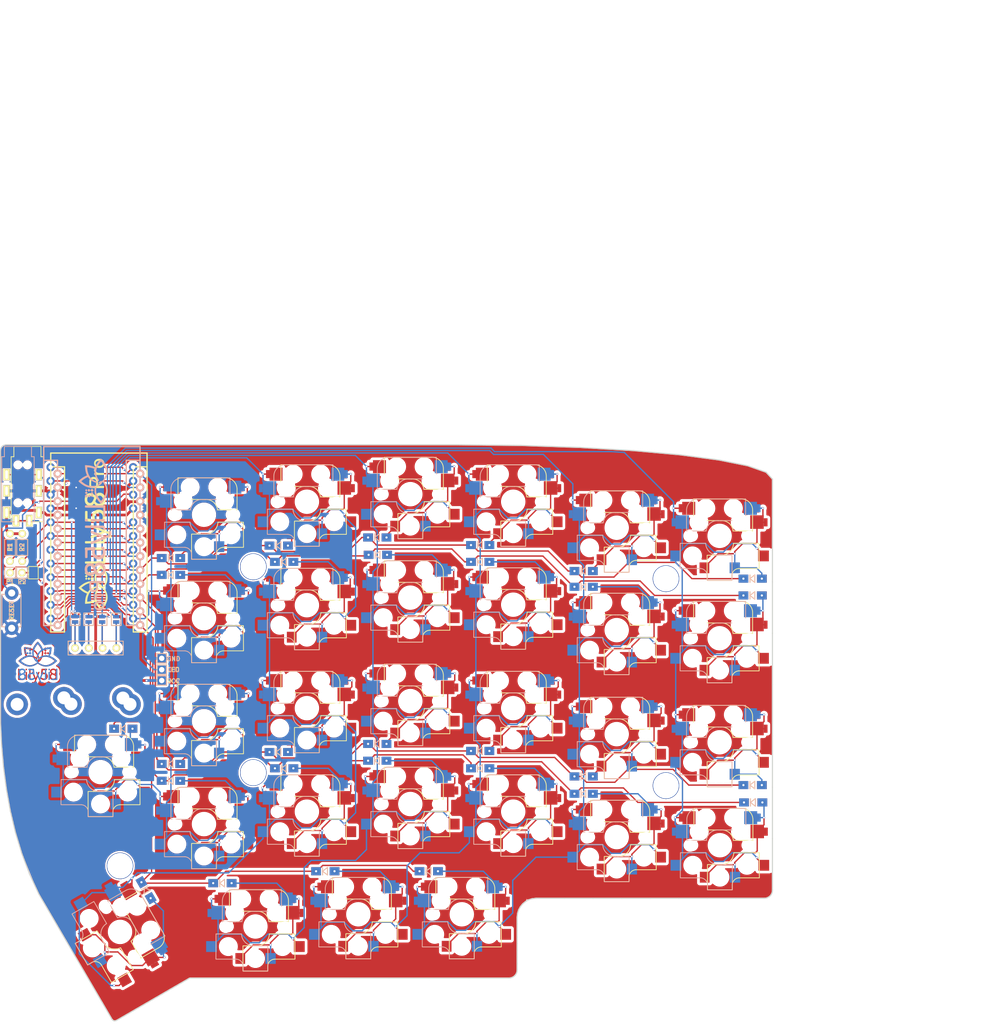
<source format=kicad_pcb>
(kicad_pcb (version 20221018) (generator pcbnew)
  (layers (0 "F.Cu" signal) (31 "B.Cu" signal) (34 "B.Paste" user) (35 "F.Paste" user) (36 "B.SilkS" user "B.Silkscreen") (37 "F.SilkS" user "F.Silkscreen") (38 "B.Mask" user) (39 "F.Mask" user) (44 "Edge.Cuts" user))
  (net 0 "")
  (net 1 "Net-(D1-Pad2)")
  (net 2 "row4")
  (net 3 "Net-(D2-Pad2)")
  (net 4 "Net-(D3-Pad2)")
  (net 5 "row0")
  (net 6 "Net-(D4-Pad2)")
  (net 7 "row1")
  (net 8 "Net-(D5-Pad2)")
  (net 9 "row2")
  (net 10 "Net-(D6-Pad2)")
  (net 11 "row3")
  (net 12 "Net-(D7-Pad2)")
  (net 13 "Net-(D8-Pad2)")
  (net 14 "Net-(D9-Pad2)")
  (net 15 "Net-(D10-Pad2)")
  (net 16 "Net-(D11-Pad2)")
  (net 17 "Net-(D12-Pad2)")
  (net 18 "Net-(D13-Pad2)")
  (net 19 "Net-(D14-Pad2)")
  (net 20 "Net-(D15-Pad2)")
  (net 21 "Net-(D16-Pad2)")
  (net 22 "Net-(D17-Pad2)")
  (net 23 "Net-(D18-Pad2)")
  (net 24 "Net-(D19-Pad2)")
  (net 25 "Net-(D20-Pad2)")
  (net 26 "Net-(D21-Pad2)")
  (net 27 "Net-(D22-Pad2)")
  (net 28 "Net-(D23-Pad2)")
  (net 29 "Net-(D24-Pad2)")
  (net 30 "Net-(D25-Pad2)")
  (net 31 "Net-(D26-Pad2)")
  (net 32 "Net-(D27-Pad2)")
  (net 33 "Net-(D28-Pad2)")
  (net 34 "VCC")
  (net 35 "GND")
  (net 36 "col0")
  (net 37 "col1")
  (net 38 "col2")
  (net 39 "col3")
  (net 40 "col4")
  (net 41 "col5")
  (net 42 "SDA")
  (net 43 "LED")
  (net 44 "SCL")
  (net 45 "RESET")
  (net 46 "Net-(D29-Pad2)")
  (net 47 "Net-(U1-Pad24)")
  (net 48 "Net-(U1-Pad20)")
  (net 49 "Net-(U1-Pad19)")
  (net 50 "Net-(U1-Pad7)")
  (net 51 "DATA")
  (net 52 "Net-(J2-Pad4)")
  (net 53 "Net-(J2-Pad3)")
  (net 54 "Net-(J3-Pad1)")
  (net 55 "Net-(J3-Pad2)")
  (net 56 "Net-(J3-Pad3)")
  (net 57 "Net-(J3-Pad4)")
  (footprint "Lily58-footprint:RESISTOR_mini" (layer "F.Cu") (at 47.528829 56.039272 -90)
    (fp_text reference "R1")
    (fp_text value "R" hide)
  )
  (footprint "Lily58-footprint:RESISTOR_mini" (layer "F.Cu") (at 49.778829 56.039272 -90)
    (fp_text reference "R2")
    (fp_text value "R" hide)
  )
  (footprint "Lily58-footprint:MJ-4PP-9" (layer "F.Cu") (at 50.740794 39.3)
    (fp_text reference "J2" hide)
    (fp_text value "4PIN" hide)
  )
  (footprint "Lily58-footprint:1pin_conn" (layer "F.Cu") (at 47.540794 60.7 180)
    (fp_text reference "P1")
    (fp_text value "i2c_pin" hide)
  )
  (footprint "Lily58-footprint:1pin_conn" (layer "F.Cu") (at 49.740794 60.7 180)
    (fp_text reference "P2")
    (fp_text value "i2c_pin" hide)
  )
  (footprint "Lily58-footprint:HOLE_M2_TH" (layer "F.Cu") (at 92.440794 59.6)
    (fp_text reference "TH3" hide)
    (fp_text value "HOLE" hide)
  )
  (footprint "Lily58-footprint:HOLE_M2_TH" (layer "F.Cu") (at 168.640794 61.8)
    (fp_text reference "TH4" hide)
    (fp_text value "HOLE" hide)
  )
  (footprint "Lily58-footprint:HOLE_M2_TH" (layer "F.Cu") (at 92.440794 97.6)
    (fp_text reference "TH5" hide)
    (fp_text value "HOLE" hide)
  )
  (footprint "Lily58-footprint:HOLE_M2_TH" (layer "F.Cu") (at 168.640794 100)
    (fp_text reference "TH6" hide)
    (fp_text value "HOLE" hide)
  )
  (footprint "Lily58-footprint:HOLE_M2_TH" (layer "F.Cu") (at 67.840794 114.8 90)
    (fp_text reference "TH7" hide)
    (fp_text value "HOLE" hide)
  )
  (footprint "Lily58-footprint:ProMicro_rev2" (layer "F.Cu") (at 63.840794 56)
    (fp_text reference "U1" hide)
    (fp_text value "ProMicro" hide)
  )
  (footprint "Lily58-footprint:lily58_logo_Pro" (layer "F.Cu") (at 63.240794 53.6 90)
    (fp_text reference "G***" hide)
    (fp_text value "LOGO" hide)
  )
  (footprint "Lily58-footprint:Jumper" (layer "F.Cu") (at 67.140794 69.3 90)
    (fp_text reference "JP1" hide)
    (fp_text value "" hide)
  )
  (footprint "Lily58-footprint:Jumper" (layer "F.Cu") (at 64.540794 69.3 90)
    (fp_text reference "JP2" hide)
    (fp_text value "" hide)
  )
  (footprint "Lily58-footprint:Jumper" (layer "F.Cu") (at 62.040794 69.3 90)
    (fp_text reference "JP3" hide)
    (fp_text value "" hide)
  )
  (footprint "Lily58-footprint:TACT_SWITCH_TVBP06" (layer "F.Cu") (at 47.840794 67.7 90)
    (fp_text reference "RSW1" hide)
    (fp_text value "SW_RST" hide)
  )
  (footprint "Lily58-footprint:jumper_data" (layer "F.Cu") (at 51.840794 60.7 90)
    (fp_text reference "W1" hide)
    (fp_text value "jumper" hide)
  )
  (footprint "Lily58-footprint:Diode_SOD123" (layer "F.Cu") (at 77.240794 58)
    (fp_text reference "D1" hide)
    (fp_text value "D" hide)
  )
  (footprint "Lily58-footprint:Diode_SOD123" (layer "F.Cu") (at 97.140794 55.7)
    (fp_text reference "D2" hide)
    (fp_text value "D" hide)
  )
  (footprint "Lily58-footprint:Diode_SOD123" (layer "F.Cu") (at 115.340794 54.2)
    (fp_text reference "D3" hide)
    (fp_text value "D" hide)
  )
  (footprint "Lily58-footprint:Diode_SOD123" (layer "F.Cu") (at 134.340794 55.6)
    (fp_text reference "D4" hide)
    (fp_text value "D" hide)
  )
  (footprint "Lily58-footprint:Diode_SOD123" (layer "F.Cu") (at 153.440794 60.4)
    (fp_text reference "D5" hide)
    (fp_text value "D" hide)
  )
  (footprint "Lily58-footprint:Diode_SOD123" (layer "F.Cu") (at 184.640794 61.8)
    (fp_text reference "D6" hide)
    (fp_text value "D" hide)
  )
  (footprint "Lily58-footprint:Diode_SOD123" (layer "F.Cu") (at 77.240794 61.1)
    (fp_text reference "D7" hide)
    (fp_text value "D" hide)
  )
  (footprint "Lily58-footprint:Diode_SOD123" (layer "F.Cu") (at 98.140794 58.7)
    (fp_text reference "D8" hide)
    (fp_text value "D" hide)
  )
  (footprint "Lily58-footprint:Diode_SOD123" (layer "F.Cu") (at 115.440794 57.4)
    (fp_text reference "D9" hide)
    (fp_text value "D" hide)
  )
  (footprint "Lily58-footprint:Diode_SOD123" (layer "F.Cu") (at 134.340794 58.7)
    (fp_text reference "D10" hide)
    (fp_text value "D" hide)
  )
  (footprint "Lily58-footprint:Diode_SOD123" (layer "F.Cu") (at 153.440794 63.3)
    (fp_text reference "D11" hide)
    (fp_text value "D" hide)
  )
  (footprint "Lily58-footprint:Diode_SOD123" (layer "F.Cu") (at 184.640794 64.9)
    (fp_text reference "D12" hide)
    (fp_text value "D" hide)
  )
  (footprint "Lily58-footprint:Diode_SOD123" (layer "F.Cu") (at 77.240794 96)
    (fp_text reference "D13" hide)
    (fp_text value "D" hide)
  )
  (footprint "Lily58-footprint:Diode_SOD123" (layer "F.Cu") (at 97.140794 93.8)
    (fp_text reference "D14" hide)
    (fp_text value "D" hide)
  )
  (footprint "Lily58-footprint:Diode_SOD123" (layer "F.Cu") (at 115.340794 92.3)
    (fp_text reference "D15" hide)
    (fp_text value "D" hide)
  )
  (footprint "Lily58-footprint:Diode_SOD123" (layer "F.Cu") (at 134.340794 93.6)
    (fp_text reference "D16" hide)
    (fp_text value "D" hide)
  )
  (footprint "Lily58-footprint:Diode_SOD123" (layer "F.Cu") (at 153.440794 98.3)
    (fp_text reference "D17" hide)
    (fp_text value "D" hide)
  )
  (footprint "Lily58-footprint:Diode_SOD123" (layer "F.Cu") (at 184.640794 99.9)
    (fp_text reference "D18" hide)
    (fp_text value "D" hide)
  )
  (footprint "Lily58-footprint:Diode_SOD123" (layer "F.Cu") (at 77.240794 99.1)
    (fp_text reference "D19" hide)
    (fp_text value "D" hide)
  )
  (footprint "Lily58-footprint:Diode_SOD123" (layer "F.Cu") (at 98.140794 96.8)
    (fp_text reference "D20" hide)
    (fp_text value "D" hide)
  )
  (footprint "Lily58-footprint:Diode_SOD123" (layer "F.Cu") (at 115.340794 95.4)
    (fp_text reference "D21" hide)
    (fp_text value "D" hide)
  )
  (footprint "Lily58-footprint:Diode_SOD123" (layer "F.Cu") (at 134.340794 96.8)
    (fp_text reference "D22" hide)
    (fp_text value "D" hide)
  )
  (footprint "Lily58-footprint:Diode_SOD123" (layer "F.Cu") (at 153.440794 101.5)
    (fp_text reference "D23" hide)
    (fp_text value "D" hide)
  )
  (footprint "Lily58-footprint:Diode_SOD123" (layer "F.Cu") (at 184.740794 103.1)
    (fp_text reference "D24" hide)
    (fp_text value "D" hide)
  )
  (footprint "Lily58-footprint:Diode_SOD123" (layer "F.Cu") (at 68.440794 89.5)
    (fp_text reference "D25" hide)
    (fp_text value "D" hide)
  )
  (footprint "Lily58-footprint:Diode_SOD123" (layer "F.Cu") (at 72.640794 119.3 -60)
    (fp_text reference "D26" hide)
    (fp_text value "D" hide)
  )
  (footprint "Lily58-footprint:Diode_SOD123" (layer "F.Cu") (at 86.740794 118)
    (fp_text reference "D27" hide)
    (fp_text value "D" hide)
  )
  (footprint "Lily58-footprint:Diode_SOD123" (layer "F.Cu") (at 105.740794 115.8)
    (fp_text reference "D28" hide)
    (fp_text value "D" hide)
  )
  (footprint "Lily58-footprint:Diode_SOD123" (layer "F.Cu") (at 124.840794 115.8)
    (fp_text reference "D29" hide)
    (fp_text value "D" hide)
  )
  (footprint "Lily58-footprint:CherryMX_KailhLowProfile_Hotswap_edge" (layer "F.Cu") (at 83.340794 50)
    (fp_text reference "SW1" hide)
    (fp_text value "SW_PUSH" hide)
  )
  (footprint "Lily58-footprint:CherryMX_KailhLowProfile_Hotswap_edge" (layer "F.Cu") (at 102.340794 47.6)
    (fp_text reference "SW2" hide)
    (fp_text value "SW_PUSH" hide)
  )
  (footprint "Lily58-footprint:CherryMX_KailhLowProfile_Hotswap_edge" (layer "F.Cu") (at 121.440794 46.21)
    (fp_text reference "SW3" hide)
    (fp_text value "SW_PUSH" hide)
  )
  (footprint "Lily58-footprint:CherryMX_KailhLowProfile_Hotswap_edge" (layer "F.Cu") (at 140.440794 47.6)
    (fp_text reference "SW4" hide)
    (fp_text value "SW_PUSH" hide)
  )
  (footprint "Lily58-footprint:CherryMX_KailhLowProfile_Hotswap_edge" (layer "F.Cu") (at 159.540794 52.4)
    (fp_text reference "SW5" hide)
    (fp_text value "SW_PUSH" hide)
  )
  (footprint "Lily58-footprint:CherryMX_KailhLowProfile_Hotswap_edge" (layer "F.Cu") (at 178.540794 53.9)
    (fp_text reference "SW6" hide)
    (fp_text value "SW_PUSH" hide)
  )
  (footprint "Lily58-footprint:CherryMX_KailhLowProfile_Hotswap_edge" (layer "F.Cu") (at 83.340794 69.1)
    (fp_text reference "SW7" hide)
    (fp_text value "SW_PUSH" hide)
  )
  (footprint "Lily58-footprint:CherryMX_KailhLowProfile_Hotswap_edge" (layer "F.Cu") (at 102.340794 66.7)
    (fp_text reference "SW8" hide)
    (fp_text value "SW_PUSH" hide)
  )
  (footprint "Lily58-footprint:CherryMX_KailhLowProfile_Hotswap_edge" (layer "F.Cu") (at 121.440794 65.3)
    (fp_text reference "SW9" hide)
    (fp_text value "SW_PUSH" hide)
  )
  (footprint "Lily58-footprint:CherryMX_KailhLowProfile_Hotswap_edge" (layer "F.Cu") (at 140.440794 66.6)
    (fp_text reference "SW10" hide)
    (fp_text value "SW_PUSH" hide)
  )
  (footprint "Lily58-footprint:CherryMX_KailhLowProfile_Hotswap_edge" (layer "F.Cu") (at 159.540794 71.3)
    (fp_text reference "SW11" hide)
    (fp_text value "SW_PUSH" hide)
  )
  (footprint "Lily58-footprint:CherryMX_KailhLowProfile_Hotswap_edge" (layer "F.Cu") (at 178.540794 72.8)
    (fp_text reference "SW12" hide)
    (fp_text value "SW_PUSH" hide)
  )
  (footprint "Lily58-footprint:CherryMX_KailhLowProfile_Hotswap_edge" (layer "F.Cu") (at 83.340794 88.1)
    (fp_text reference "SW13" hide)
    (fp_text value "SW_PUSH" hide)
  )
  (footprint "Lily58-footprint:CherryMX_KailhLowProfile_Hotswap_edge" (layer "F.Cu") (at 102.340794 85.7)
    (fp_text reference "SW14" hide)
    (fp_text value "SW_PUSH" hide)
  )
  (footprint "Lily58-footprint:CherryMX_KailhLowProfile_Hotswap_edge" (layer "F.Cu") (at 121.440794 84.4)
    (fp_text reference "SW15" hide)
    (fp_text value "SW_PUSH" hide)
  )
  (footprint "Lily58-footprint:CherryMX_KailhLowProfile_Hotswap_edge" (layer "F.Cu") (at 140.440794 85.7)
    (fp_text reference "SW16" hide)
    (fp_text value "SW_PUSH" hide)
  )
  (footprint "Lily58-footprint:CherryMX_KailhLowProfile_Hotswap_edge" (layer "F.Cu") (at 159.540794 90.5)
    (fp_text reference "SW17" hide)
    (fp_text value "SW_PUSH" hide)
  )
  (footprint "Lily58-footprint:CherryMX_KailhLowProfile_Hotswap_edge" (layer "F.Cu") (at 178.540794 92)
    (fp_text reference "SW18" hide)
    (fp_text value "SW_PUSH" hide)
  )
  (footprint "Lily58-footprint:CherryMX_KailhLowProfile_Hotswap_edge" (layer "F.Cu") (at 83.340794 107.1)
    (fp_text reference "SW19" hide)
    (fp_text value "SW_PUSH" hide)
  )
  (footprint "Lily58-footprint:CherryMX_KailhLowProfile_Hotswap_edge" (layer "F.Cu") (at 102.340794 104.8)
    (fp_text reference "SW20" hide)
    (fp_text value "SW_PUSH" hide)
  )
  (footprint "Lily58-footprint:CherryMX_KailhLowProfile_Hotswap_edge" (layer "F.Cu") (at 121.440794 103.4)
    (fp_text reference "SW21" hide)
    (fp_text value "SW_PUSH" hide)
  )
  (footprint "Lily58-footprint:CherryMX_KailhLowProfile_Hotswap_edge" (layer "F.Cu") (at 140.440794 104.8)
    (fp_text reference "SW22" hide)
    (fp_text value "SW_PUSH" hide)
  )
  (footprint "Lily58-footprint:CherryMX_KailhLowProfile_Hotswap_edge" (layer "F.Cu") (at 159.540794 109.5)
    (fp_text reference "SW23" hide)
    (fp_text value "SW_PUSH" hide)
  )
  (footprint "Lily58-footprint:CherryMX_KailhLowProfile_Hotswap_edge" (layer "F.Cu") (at 178.590794 111)
    (fp_text reference "SW24" hide)
    (fp_text value "SW_PUSH" hide)
  )
  (footprint "Lily58-footprint:CherryMX_KailhLowProfile_Hotswap_edge" (layer "F.Cu") (at 64.240794 97.5)
    (fp_text reference "SW25" hide)
    (fp_text value "SW_PUSH" hide)
  )
  (footprint "Lily58-footprint:CherryMX_KailhLowProfile_Hotswap_edge" (layer "F.Cu") (at 67.840794 127 -60)
    (fp_text reference "SW26" hide)
    (fp_text value "SW_PUSH" hide)
  )
  (footprint "Lily58-footprint:CherryMX_KailhLowProfile_Hotswap_edge" (layer "F.Cu") (at 92.840794 126)
    (fp_text reference "SW27" hide)
    (fp_text value "SW_PUSH" hide)
  )
  (footprint "Lily58-footprint:CherryMX_KailhLowProfile_Hotswap_edge" (layer "F.Cu") (at 111.840794 123.75)
    (fp_text reference "SW28" hide)
    (fp_text value "SW_PUSH" hide)
  )
  (footprint "Lily58-footprint:CherryMX_KailhLowProfile_Hotswap_edge" (layer "F.Cu") (at 130.940794 123.75)
    (fp_text reference "SW29" hide)
    (fp_text value "SW_PUSH" hide)
  )
  (footprint "Lily58-footprint:M2_HOLE_PCB" (layer "F.Cu") (at 48.840794 85)
    (fp_text reference "TH1" hide)
    (fp_text value "HOLE")
  )
  (footprint "Lily58-footprint:M2_HOLE_PCB" (layer "F.Cu") (at 70.840794 85)
    (fp_text reference "TH2" hide)
    (fp_text value "HOLE")
  )
  (footprint "Lily58-footprint:Jumper" (layer "F.Cu") (at 59.540794 69.3 90)
    (fp_text reference "JP4" hide)
    (fp_text value "" hide)
  )
  (footprint "Lily58-footprint:LED" (layer "F.Cu") (at 75.540794 81.1 180)
    (fp_text reference "J1" hide)
    (fp_text value "LED" hide)
  )
  (footprint "Lily58-footprint:OLED_4Pin" (layer "F.Cu") (at 59.540794 74.6)
    (fp_text reference "J3" hide)
    (fp_text value "OLED" hide)
  )
  (footprint "Lily58-footprint:lily58_logo_2" (layer "F.Cu") (at 52.647259 77.263306)
    (fp_text reference "G***" hide)
    (fp_text value "LOGO" hide)
  )
  (footprint "" (layer "F.Cu") (at 62.670794 85.83)
    (fp_text reference "")
    (fp_text value "")
  )
  (footprint "" (layer "F.Cu") (at 57.899088 83.8)
    (fp_text reference "")
    (fp_text value "")
  )
  (footprint "Lily58-footprint:Jumper" (layer "B.Cu") (at 64.540794 69.3 90)
    (fp_text reference "JP6" hide)
    (fp_text value "" hide)
  )
  (footprint "Lily58-footprint:Jumper" (layer "B.Cu") (at 62.040794 69.3 90)
    (fp_text reference "JP7" hide)
    (fp_text value "" hide)
  )
  (footprint "Lily58-footprint:Jumper" (layer "B.Cu") (at 59.540794 69.3 90)
    (fp_text reference "JP8" hide)
    (fp_text value "" hide)
  )
  (footprint "Lily58-footprint:Jumper" (layer "B.Cu") (at 67.140794 69.3 90)
    (fp_text reference "JP5" hide)
    (fp_text value "" hide)
  )
  (footprint "Lily58-footprint:lily58_logo_Pro" (layer "B.Cu") (at 63.240794 53.7 -90)
    (fp_text reference "G***" hide)
    (fp_text value "LOGO" hide)
  )
  (footprint "Lily58-footprint:lily58_logo_2" (layer "B.Cu") (at 52.647259 77.263306 180)
    (fp_text reference "G***" hide)
    (fp_text value "LOGO" hide)
  )
  (footprint "" (layer "B.Cu") (at 68.459088 83.77 180)
    (fp_text reference "")
    (fp_text value "")
  )
  (gr_line (start 119.683841 37.086762) (end 109.276007 37.086762) (stroke (width 0.2)) (layer "Edge.Cuts"))
  (gr_line (start 66.438089 143.222884) (end 66.555122 143.322532) (stroke (width 0.2)) (layer "Edge.Cuts"))
  (gr_line (start 140.904143 134.850619) (end 140.721055 135.072571) (stroke (width 0.2)) (layer "Edge.Cuts"))
  (gr_line (start 46.861766 100.690825) (end 47.587877 104.695246) (stroke (width 0.2)) (layer "Edge.Cuts"))
  (gr_line (start 124.921098 135.511658) (end 132.29062 135.511658) (stroke (width 0.2)) (layer "Edge.Cuts"))
  (gr_line (start 57.236838 37.086762) (end 46.829004 37.086762) (stroke (width 0.2)) (layer "Edge.Cuts"))
  (gr_line (start 187.384946 120.671952) (end 187.103289 120.759288) (stroke (width 0.2)) (layer "Edge.Cuts"))
  (gr_line (start 45.779004 38.136762) (end 45.800317 37.925015) (stroke (width 0.2)) (layer "Edge.Cuts"))
  (gr_line (start 188.300793 119.289735) (end 188.270346 119.592231) (stroke (width 0.2)) (layer "Edge.Cuts"))
  (gr_line (start 188.183011 119.873887) (end 188.044795 120.128696) (stroke (width 0.2)) (layer "Edge.Cuts"))
  (gr_line (start 141.830357 37.215654) (end 130.091675 37.086762) (stroke (width 0.2)) (layer "Edge.Cuts"))
  (gr_line (start 152.760332 37.585374) (end 141.830357 37.215654) (stroke (width 0.2)) (layer "Edge.Cuts"))
  (gr_line (start 187.103289 120.759288) (end 186.800793 120.789735) (stroke (width 0.2)) (layer "Edge.Cuts"))
  (gr_line (start 64.563524 140.052659) (end 66.239219 142.918979) (stroke (width 0.2)) (layer "Edge.Cuts"))
  (gr_line (start 47.587877 104.695246) (end 48.528798 108.649127) (stroke (width 0.2)) (layer "Edge.Cuts"))
  (gr_line (start 141.160142 130.379933) (end 141.160142 131.597973) (stroke (width 0.2)) (layer "Edge.Cuts"))
  (gr_line (start 141.160142 134.011658) (end 141.129695 134.314154) (stroke (width 0.2)) (layer "Edge.Cuts"))
  (gr_line (start 165.730467 120.789735) (end 170.998049 120.789735) (stroke (width 0.2)) (layer "Edge.Cuts"))
  (gr_line (start 70.648941 141.331479) (end 72.324635 140.36134) (stroke (width 0.2)) (layer "Edge.Cuts"))
  (gr_line (start 188.300794 43.436755) (end 187.119265 42.15619) (stroke (width 0.2)) (layer "Edge.Cuts"))
  (gr_line (start 45.778322 75.978362) (end 45.778322 69.671429) (stroke (width 0.2)) (layer "Edge.Cuts"))
  (gr_line (start 88.460339 37.086762) (end 78.052505 37.086762) (stroke (width 0.2)) (layer "Edge.Cuts"))
  (gr_line (start 171.261552 38.945561) (end 162.648448 38.170488) (stroke (width 0.2)) (layer "Edge.Cuts"))
  (gr_line (start 110.182054 135.511658) (end 117.551576 135.511658) (stroke (width 0.2)) (layer "Edge.Cuts"))
  (gr_line (start 80.703967 135.511658) (end 88.073489 135.511658) (stroke (width 0.2)) (layer "Edge.Cuts"))
  (gr_line (start 45.976484 92.617561) (end 46.331091 96.657663) (stroke (width 0.2)) (layer "Edge.Cuts"))
  (gr_line (start 141.160142 124.289735) (end 141.160142 125.507775) (stroke (width 0.2)) (layer "Edge.Cuts"))
  (gr_line (start 46.617256 37.108075) (end 46.829004 37.086762) (stroke (width 0.2)) (layer "Edge.Cuts"))
  (gr_line (start 66.683264 143.386445) (end 66.822046 143.413974) (stroke (width 0.2)) (layer "Edge.Cuts"))
  (gr_line (start 143.954318 120.860778) (end 144.660142 120.789735) (stroke (width 0.2)) (layer "Edge.Cuts"))
  (gr_line (start 75.676024 138.421062) (end 77.351719 137.450923) (stroke (width 0.2)) (layer "Edge.Cuts"))
  (gr_line (start 67.644671 37.086762) (end 57.236838 37.086762) (stroke (width 0.2)) (layer "Edge.Cuts"))
  (gr_line (start 45.778322 44.443695) (end 45.778322 38.136762) (stroke (width 0.2)) (layer "Edge.Cuts"))
  (gr_line (start 183.730113 40.963847) (end 178.366491 39.885159) (stroke (width 0.2)) (layer "Edge.Cuts"))
  (gr_line (start 142.184678 121.814271) (end 142.702567 121.387065) (stroke (width 0.2)) (layer "Edge.Cuts"))
  (gr_line (start 141.160142 127.943854) (end 141.160142 129.161894) (stroke (width 0.2)) (layer "Edge.Cuts"))
  (gr_line (start 54.509357 122.854742) (end 56.185052 125.721062) (stroke (width 0.2)) (layer "Edge.Cuts"))
  (gr_line (start 109.276007 37.086762) (end 98.868173 37.086762) (stroke (width 0.2)) (layer "Edge.Cuts"))
  (gr_line (start 139.962638 135.481211) (end 139.660142 135.511658) (stroke (width 0.2)) (layer "Edge.Cuts"))
  (gr_line (start 188.044795 120.128696) (end 187.861706 120.350648) (stroke (width 0.2)) (layer "Edge.Cuts"))
  (gr_line (start 45.778322 57.057562) (end 45.778322 50.750629) (stroke (width 0.2)) (layer "Edge.Cuts"))
  (gr_line (start 188.300794 43.436755) (end 188.300794 52.918378) (stroke (width 0.2)) (layer "Edge.Cuts"))
  (gr_line (start 178.366491 39.885159) (end 171.261552 38.945561) (stroke (width 0.2)) (layer "Edge.Cuts"))
  (gr_line (start 46.420097 37.16921) (end 46.617256 37.108075) (stroke (width 0.2)) (layer "Edge.Cuts"))
  (gr_line (start 74.00033 139.391201) (end 75.676024 138.421062) (stroke (width 0.2)) (layer "Edge.Cuts"))
  (gr_line (start 66.332631 143.08815) (end 66.438089 143.222884) (stroke (width 0.2)) (layer "Edge.Cuts"))
  (gr_line (start 141.042359 134.59581) (end 140.904143 134.850619) (stroke (width 0.2)) (layer "Edge.Cuts"))
  (gr_line (start 67.129658 143.357278) (end 67.297552 143.271756) (stroke (width 0.2)) (layer "Edge.Cuts"))
  (gr_line (start 170.998049 120.789735) (end 176.26563 120.789735) (stroke (width 0.2)) (layer "Edge.Cuts"))
  (gr_line (start 141.757472 122.33216) (end 142.184678 121.814271) (stroke (width 0.2)) (layer "Edge.Cuts"))
  (gr_line (start 56.185052 125.721062) (end 57.860746 128.587381) (stroke (width 0.2)) (layer "Edge.Cuts"))
  (gr_line (start 188.300794 100.32649) (end 188.300794 109.808112) (stroke (width 0.2)) (layer "Edge.Cuts"))
  (gr_line (start 45.778322 88.592229) (end 45.778322 82.285296) (stroke (width 0.2)) (layer "Edge.Cuts"))
  (gr_line (start 160.462886 120.789735) (end 165.730467 120.789735) (stroke (width 0.2)) (layer "Edge.Cuts"))
  (gr_line (start 77.351719 137.450923) (end 79.027413 136.480784) (stroke (width 0.2)) (layer "Edge.Cuts"))
  (gr_line (start 141.160142 125.507775) (end 141.160142 126.725814) (stroke (width 0.2)) (layer "Edge.Cuts"))
  (gr_line (start 141.160142 131.597973) (end 141.160142 132.816013) (stroke (width 0.2)) (layer "Edge.Cuts"))
  (gr_line (start 141.231185 123.583911) (end 141.434968 122.926713) (stroke (width 0.2)) (layer "Edge.Cuts"))
  (gr_line (start 140.244294 135.393876) (end 139.962638 135.481211) (stroke (width 0.2)) (layer "Edge.Cuts"))
  (gr_line (start 66.555122 143.322532) (end 66.683264 143.386445) (stroke (width 0.2)) (layer "Edge.Cuts"))
  (gr_line (start 142.702567 121.387065) (end 143.29712 121.064561) (stroke (width 0.2)) (layer "Edge.Cuts"))
  (gr_line (start 141.160142 126.725814) (end 141.160142 127.943854) (stroke (width 0.2)) (layer "Edge.Cuts"))
  (gr_line (start 141.160142 132.816013) (end 141.160142 134.011658) (stroke (width 0.2)) (layer "Edge.Cuts"))
  (gr_line (start 141.160142 124.289735) (end 141.231185 123.583911) (stroke (width 0.2)) (layer "Edge.Cuts"))
  (gr_line (start 62.88783 137.18634) (end 64.563524 140.052659) (stroke (width 0.2)) (layer "Edge.Cuts"))
  (gr_line (start 46.086364 37.394123) (end 46.241731 37.265961) (stroke (width 0.2)) (layer "Edge.Cuts"))
  (gr_line (start 188.300794 62.4) (end 188.300794 71.881623) (stroke (width 0.2)) (layer "Edge.Cuts"))
  (gr_line (start 68.973246 142.301617) (end 70.648941 141.331479) (stroke (width 0.2)) (layer "Edge.Cuts"))
  (gr_line (start 187.119265 42.15619) (end 183.730113 40.963847) (stroke (width 0.2)) (layer "Edge.Cuts"))
  (gr_line (start 188.300794 90.844867) (end 188.300794 100.32649) (stroke (width 0.2)) (layer "Edge.Cuts"))
  (gr_line (start 45.800317 37.925015) (end 45.861451 37.727855) (stroke (width 0.2)) (layer "Edge.Cuts"))
  (gr_line (start 66.822046 143.413974) (end 66.971 143.404468) (stroke (width 0.2)) (layer "Edge.Cuts"))
  (gr_line (start 155.195305 120.789735) (end 160.462886 120.789735) (stroke (width 0.2)) (layer "Edge.Cuts"))
  (gr_line (start 187.639754 120.533736) (end 187.384946 120.671952) (stroke (width 0.2)) (layer "Edge.Cuts"))
  (gr_line (start 141.129695 134.314154) (end 141.042359 134.59581) (stroke (width 0.2)) (layer "Edge.Cuts"))
  (gr_line (start 143.29712 121.064561) (end 143.954318 120.860778) (stroke (width 0.2)) (layer "Edge.Cuts"))
  (gr_line (start 102.812532 135.511658) (end 110.182054 135.511658) (stroke (width 0.2)) (layer "Edge.Cuts"))
  (gr_line (start 66.971 143.404468) (end 67.129658 143.357278) (stroke (width 0.2)) (layer "Edge.Cuts"))
  (gr_line (start 45.778322 63.364495) (end 45.778322 57.057562) (stroke (width 0.2)) (layer "Edge.Cuts"))
  (gr_line (start 45.958203 37.549489) (end 46.086364 37.394123) (stroke (width 0.2)) (layer "Edge.Cuts"))
  (gr_line (start 48.528798 108.649127) (end 49.703899 112.53067) (stroke (width 0.2)) (layer "Edge.Cuts"))
  (gr_line (start 45.778571 88.592317) (end 45.976484 92.617561) (stroke (width 0.2)) (layer "Edge.Cuts"))
  (gr_line (start 141.434968 122.926713) (end 141.757472 122.33216) (stroke (width 0.2)) (layer "Edge.Cuts"))
  (gr_line (start 188.300794 71.881623) (end 188.300794 81.363245) (stroke (width 0.2)) (layer "Edge.Cuts"))
  (gr_line (start 45.778322 50.750629) (end 45.778322 44.443695) (stroke (width 0.2)) (layer "Edge.Cuts"))
  (gr_line (start 132.29062 135.511658) (end 139.660142 135.511658) (stroke (width 0.2)) (layer "Edge.Cuts"))
  (gr_line (start 67.297552 143.271756) (end 68.973246 142.301617) (stroke (width 0.2)) (layer "Edge.Cuts"))
  (gr_line (start 46.331091 96.657663) (end 46.861766 100.690825) (stroke (width 0.2)) (layer "Edge.Cuts"))
  (gr_line (start 79.027413 136.480784) (end 80.703107 135.510645) (stroke (width 0.2)) (layer "Edge.Cuts"))
  (gr_line (start 188.300794 81.363245) (end 188.300794 90.844867) (stroke (width 0.2)) (layer "Edge.Cuts"))
  (gr_line (start 66.239219 142.918979) (end 66.332631 143.08815) (stroke (width 0.2)) (layer "Edge.Cuts"))
  (gr_line (start 51.132552 116.318073) (end 52.834127 119.98954) (stroke (width 0.2)) (layer "Edge.Cuts"))
  (gr_line (start 144.660142 120.789735) (end 149.927723 120.789735) (stroke (width 0.2)) (layer "Edge.Cuts"))
  (gr_line (start 46.241731 37.265961) (end 46.420097 37.16921) (stroke (width 0.2)) (layer "Edge.Cuts"))
  (gr_line (start 140.499102 135.25566) (end 140.244294 135.393876) (stroke (width 0.2)) (layer "Edge.Cuts"))
  (gr_line (start 45.778322 69.671429) (end 45.778322 63.364495) (stroke (width 0.2)) (layer "Edge.Cuts"))
  (gr_line (start 188.300794 52.918378) (end 188.300794 62.4) (stroke (width 0.2)) (layer "Edge.Cuts"))
  (gr_line (start 117.551576 135.511658) (end 124.921098 135.511658) (stroke (width 0.2)) (layer "Edge.Cuts"))
  (gr_line (start 72.324635 140.36134) (end 74.00033 139.391201) (stroke (width 0.2)) (layer "Edge.Cuts"))
  (gr_line (start 49.703899 112.53067) (end 51.132552 116.318073) (stroke (width 0.2)) (layer "Edge.Cuts"))
  (gr_line (start 188.270346 119.592231) (end 188.183011 119.873887) (stroke (width 0.2)) (layer "Edge.Cuts"))
  (gr_line (start 140.721055 135.072571) (end 140.499102 135.25566) (stroke (width 0.2)) (layer "Edge.Cuts"))
  (gr_line (start 130.091675 37.086762) (end 119.683841 37.086762) (stroke (width 0.2)) (layer "Edge.Cuts"))
  (gr_line (start 176.26563 120.789735) (end 181.533212 120.789735) (stroke (width 0.2)) (layer "Edge.Cuts"))
  (gr_line (start 78.052505 37.086762) (end 67.644671 37.086762) (stroke (width 0.2)) (layer "Edge.Cuts"))
  (gr_line (start 98.868173 37.086762) (end 88.460339 37.086762) (stroke (width 0.2)) (layer "Edge.Cuts"))
  (gr_line (start 141.160142 129.161894) (end 141.160142 130.379933) (stroke (width 0.2)) (layer "Edge.Cuts"))
  (gr_line (start 52.833663 119.988423) (end 54.509357 122.854742) (stroke (width 0.2)) (layer "Edge.Cuts"))
  (gr_line (start 57.860746 128.587381) (end 59.536441 131.453701) (stroke (width 0.2)) (layer "Edge.Cuts"))
  (gr_line (start 181.533212 120.789735) (end 186.800793 120.789735) (stroke (width 0.2)) (layer "Edge.Cuts"))
  (gr_line (start 61.212135 134.32002) (end 62.88783 137.18634) (stroke (width 0.2)) (layer "Edge.Cuts"))
  (gr_line (start 95.443011 135.511658) (end 102.812532 135.511658) (stroke (width 0.2)) (layer "Edge.Cuts"))
  (gr_line (start 187.861706 120.350648) (end 187.639754 120.533736) (stroke (width 0.2)) (layer "Edge.Cuts"))
  (gr_line (start 45.778322 82.285296) (end 45.778322 75.978362) (stroke (width 0.2)) (layer "Edge.Cuts"))
  (gr_line (start 88.073489 135.511658) (end 95.443011 135.511658) (stroke (width 0.2)) (layer "Edge.Cuts"))
  (gr_line (start 162.648448 38.170488) (end 152.760332 37.585374) (stroke (width 0.2)) (layer "Edge.Cuts"))
  (gr_line (start 188.300794 109.808112) (end 188.300794 119.289735) (stroke (width 0.2)) (layer "Edge.Cuts"))
  (gr_line (start 59.536441 131.453701) (end 61.212135 134.32002) (stroke (width 0.2)) (layer "Edge.Cuts"))
  (gr_line (start 45.861451 37.727855) (end 45.958203 37.549489) (stroke (width 0.2)) (layer "Edge.Cuts"))
  (gr_line (start 149.927723 120.789735) (end 155.195305 120.789735) (stroke (width 0.2)) (layer "Edge.Cuts"))
  (segment (start 80.540794 56) (end 78.940794 57.6) (width 0.25) (layer "F.Cu") (net 1))
  (segment (start 91.840794 47.5) (end 90.280794 47.5) (width 0.25) (layer "F.Cu") (net 1))
  (segment (start 91.340794 46.36) (end 90.240794 47.46) (width 0.25) (layer "F.Cu") (net 1))
  (segment (start 80.540794 55.9) (end 80.540794 56) (width 0.25) (layer "F.Cu") (net 1))
  (segment (start 80.540794 55.8) (end 82.840794 53.5) (width 0.25) (layer "F.Cu") (net 1))
  (segment (start 91.340794 44.9) (end 91.340794 46.36) (width 0.25) (layer "F.Cu") (net 1))
  (segment (start 80.540794 55.9) (end 80.540794 55.8) (width 0.25) (layer "F.Cu") (net 1))
  (segment (start 86.140786 53.075736) (end 86.140786 53.5) (width 0.25) (layer "F.Cu") (net 1))
  (segment (start 90.280794 47.5) (end 90.240794 47.46) (width 0.25) (layer "F.Cu") (net 1))
  (segment (start 90.040794 51.4) (end 87.816522 51.4) (width 0.25) (layer "F.Cu") (net 1))
  (segment (start 90.240794 47.46) (end 90.240794 51.2) (width 0.25) (layer "F.Cu") (net 1))
  (segment (start 78.940794 57.6) (end 78.940794 58) (width 0.25) (layer "F.Cu") (net 1))
  (segment (start 85.716522 53.5) (end 86.140786 53.5) (width 0.25) (layer "F.Cu") (net 1))
  (segment (start 82.840794 53.5) (end 85.716522 53.5) (width 0.25) (layer "F.Cu") (net 1))
  (segment (start 87.816522 51.4) (end 86.140786 53.075736) (width 0.25) (layer "F.Cu") (net 1))
  (segment (start 90.240794 51.2) (end 90.040794 51.4) (width 0.25) (layer "F.Cu") (net 1))
  (via (at 91.340794 44.9) (size 0.4) (drill 0.3) (layers "F.Cu" "B.Cu") (net 1))
  (via (at 86.140786 53.5) (size 0.4) (drill 0.3) (layers "F.Cu" "B.Cu") (net 1))
  (segment (start 88.940794 44.92) (end 90.520794 44.92) (width 0.25) (layer "B.Cu") (net 1))
  (segment (start 90.540794 44.9) (end 91.340794 44.9) (width 0.25) (layer "B.Cu") (net 1))
  (segment (start 86.140794 55.9) (end 86.140794 53.500008) (width 0.25) (layer "B.Cu") (net 1))
  (segment (start 86.140794 53.500008) (end 86.140786 53.5) (width 0.25) (layer "B.Cu") (net 1))
  (segment (start 90.520794 44.92) (end 90.540794 44.9) (width 0.25) (layer "B.Cu") (net 1))
  (segment (start 68.140795 67.100001) (end 68.140795 67.100001) (width 0.25) (layer "F.Cu") (net 2))
  (segment (start 73.665795 115.952756) (end 73.665795 88.9) (width 0.25) (layer "F.Cu") (net 2))
  (segment (start 57.640794 68.2) (end 57.640794 67.14097) (width 0.25) (layer "F.Cu") (net 2))
  (segment (start 66.740794 88.5) (end 67.040794 88.2) (width 0.25) (layer "F.Cu") (net 2))
  (segment (start 58.781742 66.000022) (end 67.09648 66.000022) (width 0.25) (layer "F.Cu") (net 2))
  (segment (start 85.040794 118) (end 71.963037 118) (width 0.25) (layer "F.Cu") (net 2))
  (segment (start 120.915793 114.724999) (end 105.265795 114.724999) (width 0.25) (layer "F.Cu") (net 2))
  (segment (start 67.040794 88.2) (end 73.040794 88.2) (width 0.25) (layer "F.Cu") (net 2))
  (segment (start 67.09648 66.000022) (end 67.968628 66.87217) (width 0.25) (layer "F.Cu") (net 2))
  (segment (start 73.040794 88.2) (end 73.665795 87.574999) (width 0.25) (layer "F.Cu") (net 2))
  (segment (start 73.940794 74.218176) (end 73.940794 72.74693) (width 0.25) (layer "F.Cu") (net 2))
  (segment (start 105.265795 114.724999) (end 104.190794 115.8) (width 0.25) (layer "F.Cu") (net 2))
  (segment (start 73.440794 87.349998) (end 73.440794 74.718176) (width 0.25) (layer "F.Cu") (net 2))
  (segment (start 71.963037 118) (end 71.790794 117.827757) (width 0.25) (layer "F.Cu") (net 2))
  (segment (start 73.665795 87.574999) (end 73.665795 88.9) (width 0.25) (layer "F.Cu") (net 2))
  (segment (start 67.968628 66.87217) (end 68.168627 67.072169) (width 0.25) (layer "F.Cu") (net 2))
  (segment (start 66.740794 89.5) (end 66.740794 88.5) (width 0.25) (layer "F.Cu") (net 2))
  (segment (start 73.440794 74.718176) (end 73.940794 74.218176) (width 0.25) (layer "F.Cu") (net 2))
  (segment (start 104.190794 115.8) (end 104.040794 115.8) (width 0.25) (layer "F.Cu") (net 2))
  (segment (start 56.670794 69.17) (end 57.640794 68.2) (width 0.25) (layer "F.Cu") (net 2))
  (segment (start 123.140794 115.8) (end 121.990794 115.8) (width 0.25) (layer "F.Cu") (net 2))
  (segment (start 87.390794 115.8) (end 85.190794 118) (width 0.25) (layer "F.Cu") (net 2))
  (segment (start 73.940794 72.74693) (end 71.559609 70.365745) (width 0.25) (layer "F.Cu") (net 2))
  (segment (start 55.020794 69.17) (end 56.670794 69.17) (width 0.25) (layer "F.Cu") (net 2))
  (segment (start 73.665795 88.9) (end 73.665795 88.825001) (width 0.25) (layer "F.Cu") (net 2))
  (segment (start 85.190794 118) (end 85.040794 118) (width 0.25) (layer "F.Cu") (net 2))
  (segment (start 121.990794 115.8) (end 120.915793 114.724999) (width 0.25) (layer "F.Cu") (net 2))
  (segment (start 57.640794 67.14097) (end 58.781742 66.000022) (width 0.25) (layer "F.Cu") (net 2))
  (segment (start 104.040794 115.8) (end 87.390794 115.8) (width 0.25) (layer "F.Cu") (net 2))
  (segment (start 71.790794 117.827757) (end 73.665795 115.952756) (width 0.25) (layer "F.Cu") (net 2))
  (segment (start 73.665795 87.574999) (end 73.440794 87.349998) (width 0.25) (layer "F.Cu") (net 2))
  (via (at 68.168627 67.072169) (size 0.4) (drill 0.3) (layers "F.Cu" "B.Cu") (net 2))
  (segment (start 68.368626 67.272168) (end 68.168627 67.072169) (width 0.25) (layer "B.Cu") (net 2))
  (segment (start 69.040794 67.944336) (end 68.368626 67.272168) (width 0.25) (layer "B.Cu") (net 2))
  (segment (start 71.610794 70.37) (end 69.610794 70.37) (width 0.25) (layer "B.Cu") (net 2))
  (segment (start 69.040794 69.8) (end 69.040794 67.944336) (width 0.25) (layer "B.Cu") (net 2))
  (segment (start 69.610794 70.37) (end 69.040794 69.8) (width 0.25) (layer "B.Cu") (net 2))
  (segment (start 109.240794 48.8) (end 109.040794 49) (width 0.25) (layer "F.Cu") (net 3))
  (segment (start 105.140794 50.57573) (end 105.140794 50.999994) (width 0.25) (layer "F.Cu") (net 3))
  (segment (start 99.540794 53.5) (end 99.540794 53.6) (width 0.25) (layer "F.Cu") (net 3))
  (segment (start 101.9408 50.999994) (end 104.71653 50.999994) (width 0.25) (layer "F.Cu") (net 3))
  (segment (start 109.240794 45.06) (end 109.240794 48.8) (width 0.25) (layer "F.Cu") (net 3))
  (segment (start 99.540794 53.4) (end 101.9408 50.999994) (width 0.25) (layer "F.Cu") (net 3))
  (segment (start 110.440794 42.5) (end 110.440794 43.86) (width 0.25) (layer "F.Cu") (net 3))
  (segment (start 109.040794 49) (end 106.716524 49) (width 0.25) (layer "F.Cu") (net 3))
  (segment (start 99.540794 55) (end 98.840794 55.7) (width 0.25) (layer "F.Cu") (net 3))
  (segment (start 99.540794 53.5) (end 99.540794 55) (width 0.25) (layer "F.Cu") (net 3))
  (segment (start 109.280794 45.1) (end 109.240794 45.06) (width 0.25) (layer "F.Cu") (net 3))
  (segment (start 110.440794 43.86) (end 109.240794 45.06) (width 0.25) (layer "F.Cu") (net 3))
  (segment (start 106.716524 49) (end 105.140794 50.57573) (width 0.25) (layer "F.Cu") (net 3))
  (segment (start 110.840794 45.1) (end 109.280794 45.1) (width 0.25) (layer "F.Cu") (net 3))
  (segment (start 104.71653 50.999994) (end 105.140794 50.999994) (width 0.25) (layer "F.Cu") (net 3))
  (via (at 105.140794 50.999994) (size 0.4) (drill 0.3) (layers "F.Cu" "B.Cu") (net 3))
  (via (at 110.440794 42.5) (size 0.4) (drill 0.3) (layers "F.Cu" "B.Cu") (net 3))
  (segment (start 109.540794 42.5) (end 110.440794 42.5) (width 0.25) (layer "B.Cu") (net 3))
  (segment (start 107.940794 42.52) (end 109.520794 42.52) (width 0.25) (layer "B.Cu") (net 3))
  (segment (start 105.140794 53.5) (end 105.140794 50.999994) (width 0.25) (layer "B.Cu") (net 3))
  (segment (start 109.520794 42.52) (end 109.540794 42.5) (width 0.25) (layer "B.Cu") (net 3))
  (segment (start 128.340794 43.66) (end 128.340794 47.4) (width 0.25) (layer "F.Cu") (net 4))
  (segment (start 124.240794 49.175736) (end 124.240794 49.6) (width 0.25) (layer "F.Cu") (net 4))
  (segment (start 128.380794 43.71) (end 128.340794 43.67) (width 0.25) (layer "F.Cu") (net 4))
  (segment (start 117.040794 53.81) (end 117.040794 54.2) (width 0.25) (layer "F.Cu") (net 4))
  (segment (start 123.81653 49.6) (end 124.240794 49.6) (width 0.25) (layer "F.Cu") (net 4))
  (segment (start 128.140794 47.6) (end 125.81653 47.6) (width 0.25) (layer "F.Cu") (net 4))
  (segment (start 128.340794 47.4) (end 128.140794 47.6) (width 0.25) (layer "F.Cu") (net 4))
  (segment (start 129.940794 43.71) (end 128.380794 43.71) (width 0.25) (layer "F.Cu") (net 4))
  (segment (start 129.540794 42.47) (end 128.340794 43.67) (width 0.25) (layer "F.Cu") (net 4))
  (segment (start 129.540794 41.1) (end 129.540794 42.47) (width 0.25) (layer "F.Cu") (net 4))
  (segment (start 118.640794 52) (end 121.040794 49.6) (width 0.25) (layer "F.Cu") (net 4))
  (segment (start 121.040794 49.6) (end 123.81653 49.6) (width 0.25) (layer "F.Cu") (net 4))
  (segment (start 118.640794 52.21) (end 117.040794 53.81) (width 0.25) (layer "F.Cu") (net 4))
  (segment (start 118.640794 52.11) (end 118.640794 52.21) (width 0.25) (layer "F.Cu") (net 4))
  (segment (start 125.81653 47.6) (end 124.240794 49.175736) (width 0.25) (layer "F.Cu") (net 4))
  (via (at 129.540794 41.1) (size 0.4) (drill 0.3) (layers "F.Cu" "B.Cu") (net 4))
  (via (at 124.240794 49.6) (size 0.4) (drill 0.3) (layers "F.Cu" "B.Cu") (net 4))
  (segment (start 127.040794 41.13) (end 128.620794 41.13) (width 0.25) (layer "B.Cu") (net 4))
  (segment (start 128.640794 41.11) (end 129.530794 41.11) (width 0.25) (layer "B.Cu") (net 4))
  (segment (start 124.240794 50.024264) (end 124.240794 49.6) (width 0.25) (layer "B.Cu") (net 4))
  (segment (start 124.240794 52.1) (end 124.240794 50.024264) (width 0.25) (layer "B.Cu") (net 4))
  (segment (start 128.620794 41.13) (end 128.640794 41.11) (width 0.25) (layer "B.Cu") (net 4))
  (segment (start 129.530794 41.11) (end 129.540794 41.1) (width 0.25) (layer "B.Cu") (net 4))
  (segment (start 146.890794 56.7) (end 133.940794 56.7) (width 0.25) (layer "F.Cu") (net 5))
  (segment (start 68.530794 59.01) (end 68.540794 59) (width 0.25) (layer "F.Cu") (net 5))
  (segment (start 86.241796 55.7) (end 82.866795 59.075001) (width 0.25) (layer "F.Cu") (net 5))
  (segment (start 115.140794 55.55) (end 113.790794 54.2) (width 0.25) (layer "F.Cu") (net 5))
  (segment (start 132.840794 55.6) (end 132.640794 55.6) (width 0.25) (layer "F.Cu") (net 5))
  (segment (start 55.020794 59.01) (end 68.530794 59.01) (width 0.25) (layer "F.Cu") (net 5))
  (segment (start 95.590794 55.7) (end 95.440794 55.7) (width 0.25) (layer "F.Cu") (net 5))
  (segment (start 151.940794 60.4) (end 151.740794 60.4) (width 0.25) (layer "F.Cu") (net 5))
  (segment (start 113.790794 54.2) (end 113.640794 54.2) (width 0.25) (layer "F.Cu") (net 5))
  (segment (start 75.540794 58) (end 73.765354 58) (width 0.25) (layer "F.Cu") (net 5))
  (segment (start 96.665795 56.775001) (end 95.590794 55.7) (width 0.25) (layer "F.Cu") (net 5))
  (segment (start 133.940794 56.7) (end 132.840794 55.6) (width 0.25) (layer "F.Cu") (net 5))
  (segment (start 73.765354 58) (end 71.559609 60.205745) (width 0.25) (layer "F.Cu") (net 5))
  (segment (start 153.040794 61.5) (end 151.940794 60.4) (width 0.25) (layer "F.Cu") (net 5))
  (segment (start 76.765795 59.075001) (end 75.690794 58) (width 0.25) (layer "F.Cu") (net 5))
  (segment (start 132.640794 55.6) (end 115.140794 55.6) (width 0.25) (layer "F.Cu") (net 5))
  (segment (start 161.741796 58.8) (end 159.041796 61.5) (width 0.25) (layer "F.Cu") (net 5))
  (segment (start 173.440794 61.8) (end 170.440794 58.8) (width 0.25) (layer "F.Cu") (net 5))
  (segment (start 182.940794 61.8) (end 173.440794 61.8) (width 0.25) (layer "F.Cu") (net 5))
  (segment (start 115.140794 55.6) (end 115.140794 55.55) (width 0.25) (layer "F.Cu") (net 5))
  (segment (start 151.740794 60.4) (end 150.590794 60.4) (width 0.25) (layer "F.Cu") (net 5))
  (segment (start 82.866795 59.075001) (end 76.765795 59.075001) (width 0.25) (layer "F.Cu") (net 5))
  (segment (start 109.915793 56.775001) (end 96.665795 56.775001) (width 0.25) (layer "F.Cu") (net 5))
  (segment (start 150.590794 60.4) (end 146.890794 56.7) (width 0.25) (layer "F.Cu") (net 5))
  (segment (start 170.440794 58.8) (end 161.741796 58.8) (width 0.25) (layer "F.Cu") (net 5))
  (segment (start 159.041796 61.5) (end 153.040794 61.5) (width 0.25) (layer "F.Cu") (net 5))
  (segment (start 75.690794 58) (end 75.540794 58) (width 0.25) (layer "F.Cu") (net 5))
  (segment (start 113.640794 54.2) (end 112.490794 54.2) (width 0.25) (layer "F.Cu") (net 5))
  (segment (start 112.490794 54.2) (end 109.915793 56.775001) (width 0.25) (layer "F.Cu") (net 5))
  (segment (start 95.440794 55.7) (end 86.241796 55.7) (width 0.25) (layer "F.Cu") (net 5))
  (via (at 68.540794 59) (size 0.4) (drill 0.3) (layers "F.Cu" "B.Cu") (net 5))
  (segment (start 71.610794 60.21) (end 69.750794 60.21) (width 0.25) (layer "B.Cu") (net 5))
  (segment (start 68.740793 59.199999) (end 68.540794 59) (width 0.25) (layer "B.Cu") (net 5))
  (segment (start 69.750794 60.21) (end 68.740793 59.199999) (width 0.25) (layer "B.Cu") (net 5))
  (segment (start 137.640794 53.4) (end 140.04079 51.000004) (width 0.25) (layer "F.Cu") (net 6))
  (segment (start 137.640794 53.6) (end 136.040794 55.2) (width 0.25) (layer "F.Cu") (net 6))
  (segment (start 144.816534 49) (end 143.240794 50.57574) (width 0.25) (layer "F.Cu") (net 6))
  (segment (start 143.240794 50.57574) (end 143.240794 51.000004) (width 0.25) (layer "F.Cu") (net 6))
  (segment (start 142.81653 51.000004) (end 143.240794 51.000004) (width 0.25) (layer "F.Cu") (net 6))
  (segment (start 140.04079 51.000004) (end 142.81653 51.000004) (width 0.25) (layer "F.Cu") (net 6))
  (segment (start 148.940794 45.1) (end 147.380794 45.1) (width 0.25) (layer "F.Cu") (net 6))
  (segment (start 147.380794 45.1) (end 147.340794 45.06) (width 0.25) (layer "F.Cu") (net 6))
  (segment (start 147.140794 49) (end 144.816534 49) (width 0.25) (layer "F.Cu") (net 6))
  (segment (start 147.340794 48.8) (end 147.140794 49) (width 0.25) (layer "F.Cu") (net 6))
  (segment (start 148.540794 43.86) (end 147.340794 45.06) (width 0.25) (layer "F.Cu") (net 6))
  (segment (start 147.340794 45.06) (end 147.340794 48.8) (width 0.25) (layer "F.Cu") (net 6))
  (segment (start 136.040794 55.2) (end 136.040794 55.6) (width 0.25) (layer "F.Cu") (net 6))
  (segment (start 137.640794 53.5) (end 137.640794 53.6) (width 0.25) (layer "F.Cu") (net 6))
  (segment (start 148.540794 42.5) (end 148.540794 43.86) (width 0.25) (layer "F.Cu") (net 6))
  (via (at 143.240794 51.000004) (size 0.4) (drill 0.3) (layers "F.Cu" "B.Cu") (net 6))
  (via (at 148.540794 42.5) (size 0.4) (drill 0.3) (layers "F.Cu" "B.Cu") (net 6))
  (segment (start 143.240794 53.5) (end 143.240794 51.000004) (width 0.25) (layer "B.Cu") (net 6))
  (segment (start 147.620794 42.52) (end 147.640794 42.5) (width 0.25) (layer "B.Cu") (net 6))
  (segment (start 147.640794 42.5) (end 148.540794 42.5) (width 0.25) (layer "B.Cu") (net 6))
  (segment (start 146.040794 42.52) (end 147.620794 42.52) (width 0.25) (layer "B.Cu") (net 6))
  (segment (start 151.740794 63.3) (end 151.590794 63.3) (width 0.25) (layer "F.Cu") (net 7))
  (segment (start 68.340795 61.700001) (end 68.540794 61.9) (width 0.25) (layer "F.Cu") (net 7))
  (segment (start 151.890794 63.3) (end 151.740794 63.3) (width 0.25) (layer "F.Cu") (net 7))
  (segment (start 131.490794 58.7) (end 129.115793 56.324999) (width 0.25) (layer "F.Cu") (net 7))
  (segment (start 133.915795 57.624999) (end 132.840794 58.7) (width 0.25) (layer "F.Cu") (net 7))
  (segment (start 93.940794 56.5) (end 86.078206 56.5) (width 0.25) (layer "F.Cu") (net 7))
  (segment (start 151.590794 63.3) (end 145.915793 57.624999) (width 0.25) (layer "F.Cu") (net 7))
  (segment (start 73.205354 61.1) (end 71.559609 62.745745) (width 0.25) (layer "F.Cu") (net 7))
  (segment (start 96.140794 58.7) (end 93.940794 56.5) (width 0.25) (layer "F.Cu") (net 7))
  (segment (start 82.553207 60.024999) (end 76.765795 60.024999) (width 0.25) (layer "F.Cu") (net 7))
  (segment (start 86.078206 56.5) (end 82.553207 60.024999) (width 0.25) (layer "F.Cu") (net 7))
  (segment (start 68.090794 61.45) (end 68.340795 61.700001) (width 0.25) (layer "F.Cu") (net 7))
  (segment (start 76.765795 60.024999) (end 75.690794 61.1) (width 0.25) (layer "F.Cu") (net 7))
  (segment (start 166.540794 64.9) (end 163.865793 62.224999) (width 0.25) (layer "F.Cu") (net 7))
  (segment (start 55.070794 61.45) (end 68.090794 61.45) (width 0.25) (layer "F.Cu") (net 7))
  (segment (start 163.865793 62.224999) (end 152.965795 62.224999) (width 0.25) (layer "F.Cu") (net 7))
  (segment (start 75.690794 61.1) (end 75.540794 61.1) (width 0.25) (layer "F.Cu") (net 7))
  (segment (start 97.690794 57.6) (end 96.590794 58.7) (width 0.25) (layer "F.Cu") (net 7))
  (segment (start 96.440794 58.7) (end 96.140794 58.7) (width 0.25) (layer "F.Cu") (net 7))
  (segment (start 113.540794 57.6) (end 97.690794 57.6) (width 0.25) (layer "F.Cu") (net 7))
  (segment (start 114.915795 56.324999) (end 114.915795 56.374999) (width 0.25) (layer "F.Cu") (net 7))
  (segment (start 75.540794 61.1) (end 73.205354 61.1) (width 0.25) (layer "F.Cu") (net 7))
  (segment (start 132.840794 58.7) (end 132.640794 58.7) (width 0.25) (layer "F.Cu") (net 7))
  (segment (start 114.915795 56.374999) (end 113.890794 57.4) (width 0.25) (layer "F.Cu") (net 7))
  (segment (start 145.915793 57.624999) (end 133.915795 57.624999) (width 0.25) (layer "F.Cu") (net 7))
  (segment (start 132.640794 58.7) (end 131.490794 58.7) (width 0.25) (layer "F.Cu") (net 7))
  (segment (start 96.590794 58.7) (end 96.440794 58.7) (width 0.25) (layer "F.Cu") (net 7))
  (segment (start 113.740794 57.4) (end 113.540794 57.6) (width 0.25) (layer "F.Cu") (net 7))
  (segment (start 152.965795 62.224999) (end 151.890794 63.3) (width 0.25) (layer "F.Cu") (net 7))
  (segment (start 182.940794 64.9) (end 166.540794 64.9) (width 0.25) (layer "F.Cu") (net 7))
  (segment (start 129.115793 56.324999) (end 114.915795 56.324999) (width 0.25) (layer "F.Cu") (net 7))
  (segment (start 113.890794 57.4) (end 113.740794 57.4) (width 0.25) (layer "F.Cu") (net 7))
  (via (at 68.540794 61.9) (size 0.4) (drill 0.3) (layers "F.Cu" "B.Cu") (net 7))
  (segment (start 68.740793 62.099999) (end 68.540794 61.9) (width 0.25) (layer "B.Cu") (net 7))
  (segment (start 69.390794 62.75) (end 68.740793 62.099999) (width 0.25) (layer "B.Cu") (net 7))
  (segment (start 71.610794 62.75) (end 69.390794 62.75) (width 0.25) (layer "B.Cu") (net 7))
  (segment (start 156.740794 58.2) (end 159.140794 55.8) (width 0.25) (layer "F.Cu") (net 8))
  (segment (start 168.040794 49.9) (end 166.480794 49.9) (width 0.25) (layer "F.Cu") (net 8))
  (segment (start 166.240794 53.8) (end 163.916522 53.8) (width 0.25) (layer "F.Cu") (net 8))
  (segment (start 155.140794 60) (end 155.140794 60.4) (width 0.25) (layer "F.Cu") (net 8))
  (segment (start 166.440794 49.86) (end 166.440794 53.6) (width 0.25) (layer "F.Cu") (net 8))
  (segment (start 167.540794 47.3) (end 167.540794 48.76) (width 0.25) (layer "F.Cu") (net 8))
  (segment (start 161.916522 55.8) (end 162.340786 55.8) (width 0.25) (layer "F.Cu") (net 8))
  (segment (start 163.916522 53.8) (end 162.340786 55.375736) (width 0.25) (layer "F.Cu") (net 8))
  (segment (start 166.480794 49.9) (end 166.440794 49.86) (width 0.25) (layer "F.Cu") (net 8))
  (segment (start 156.740794 58.4) (end 155.140794 60) (width 0.25) (layer "F.Cu") (net 8))
  (segment (start 156.740794 58.3) (end 156.740794 58.4) (width 0.25) (layer "F.Cu") (net 8))
  (segment (start 166.440794 53.6) (end 166.240794 53.8) (width 0.25) (layer "F.Cu") (net 8))
  (segment (start 162.340786 55.375736) (end 162.340786 55.8) (width 0.25) (layer "F.Cu") (net 8))
  (segment (start 167.540794 48.76) (end 166.440794 49.86) (width 0.25) (layer "F.Cu") (net 8))
  (segment (start 159.140794 55.8) (end 161.916522 55.8) (width 0.25) (layer "F.Cu") (net 8))
  (via (at 162.340786 55.8) (size 0.4) (drill 0.3) (layers "F.Cu" "B.Cu") (net 8))
  (via (at 167.540794 47.3) (size 0.4) (drill 0.3) (layers "F.Cu" "B.Cu") (net 8))
  (segment (start 166.740794 47.3) (end 167.540794 47.3) (width 0.25) (layer "B.Cu") (net 8))
  (segment (start 162.340794 58.3) (end 162.340794 55.800008) (width 0.25) (layer "B.Cu") (net 8))
  (segment (start 165.140794 47.32) (end 166.720794 47.32) (width 0.25) (layer "B.Cu") (net 8))
  (segment (start 166.720794 47.32) (end 166.740794 47.3) (width 0.25) (layer "B.Cu") (net 8))
  (segment (start 162.340794 55.800008) (end 162.340786 55.8) (width 0.25) (layer "B.Cu") (net 8))
  (segment (start 72.321608 66.047744) (end 71.559609 65.285745) (width 0.25) (layer "F.Cu") (net 9))
  (segment (start 115.090794 93.6) (end 113.790794 92.3) (width 0.25) (layer "F.Cu") (net 9))
  (segment (start 74.640794 87.2) (end 74.340815 86.900021) (width 0.25) (layer "F.Cu") (net 9))
  (segment (start 75.640794 96) (end 75.540794 96) (width 0.25) (layer "F.Cu") (net 9))
  (segment (start 112.490794 92.3) (end 109.890794 94.9) (width 0.25) (layer "F.Cu") (net 9))
  (segment (start 74.840816 74.590976) (end 74.840816 72.37413) (width 0.25) (layer "F.Cu") (net 9))
  (segment (start 74.840816 72.37413) (end 74.840794 72.374108) (width 0.25) (layer "F.Cu") (net 9))
  (segment (start 148.090794 94.8) (end 134.040794 94.8) (width 0.25) (layer "F.Cu") (net 9))
  (segment (start 169.940794 97) (end 161.590594 97) (width 0.25) (layer "F.Cu") (net 9))
  (segment (start 95.440794 93.8) (end 86.440794 93.8) (width 0.25) (layer "F.Cu") (net 9))
  (segment (start 151.590794 98.3) (end 148.090794 94.8) (width 0.25) (layer "F.Cu") (net 9))
  (segment (start 96.690794 94.9) (end 95.590794 93.8) (width 0.25) (layer "F.Cu") (net 9))
  (segment (start 151.740794 98.3) (end 151.590794 98.3) (width 0.25) (layer "F.Cu") (net 9))
  (segment (start 74.640794 95.1) (end 74.640794 87.2) (width 0.25) (layer "F.Cu") (net 9))
  (segment (start 83.140794 97.1) (end 76.740794 97.1) (width 0.25) (layer "F.Cu") (net 9))
  (segment (start 74.840794 72.374108) (end 74.840794 68.56693) (width 0.25) (layer "F.Cu") (net 9))
  (segment (start 86.440794 93.8) (end 83.140794 97.1) (width 0.25) (layer "F.Cu") (net 9))
  (segment (start 74.840794 68.56693) (end 72.321608 66.047744) (width 0.25) (layer "F.Cu") (net 9))
  (segment (start 109.890794 94.9) (end 96.690794 94.9) (width 0.25) (layer "F.Cu") (net 9))
  (segment (start 55.020794 64.09) (end 56.746549 64.09) (width 0.25) (layer "F.Cu") (net 9))
  (segment (start 56.836549 64) (end 68.257952 64) (width 0.25) (layer "F.Cu") (net 9))
  (segment (start 76.740794 97.1) (end 75.640794 96) (width 0.25) (layer "F.Cu") (net 9))
  (segment (start 153.965795 99.375001) (end 152.890794 98.3) (width 0.25) (layer "F.Cu") (net 9))
  (segment (start 113.790794 92.3) (end 113.640794 92.3) (width 0.25) (layer "F.Cu") (net 9))
  (segment (start 152.890794 98.3) (end 151.740794 98.3) (width 0.25) (layer "F.Cu") (net 9))
  (segment (start 95.590794 93.8) (end 95.440794 93.8) (width 0.25) (layer "F.Cu") (net 9))
  (segment (start 182.940794 99.9) (end 172.840794 99.9) (width 0.25) (layer "F.Cu") (net 9))
  (segment (start 172.840794 99.9) (end 169.940794 97) (width 0.25) (layer "F.Cu") (net 9))
  (segment (start 161.590594 97) (end 159.215593 99.375001) (width 0.25) (layer "F.Cu") (net 9))
  (segment (start 56.746549 64.09) (end 56.836549 64) (width 0.25) (layer "F.Cu") (net 9))
  (segment (start 132.840794 93.6) (end 132.640794 93.6) (width 0.25) (layer "F.Cu") (net 9))
  (segment (start 75.540794 96) (end 74.640794 95.1) (width 0.25) (layer "F.Cu") (net 9))
  (segment (start 68.257952 64) (end 68.540794 64) (width 0.25) (layer "F.Cu") (net 9))
  (segment (start 159.215593 99.375001) (end 153.965795 99.375001) (width 0.25) (layer "F.Cu") (net 9))
  (segment (start 134.040794 94.8) (end 132.840794 93.6) (width 0.25) (layer "F.Cu") (net 9))
  (segment (start 74.340815 86.900021) (end 74.340815 75.090977) (width 0.25) (layer "F.Cu") (net 9))
  (segment (start 74.340815 75.090977) (end 74.840816 74.590976) (width 0.25) (layer "F.Cu") (net 9))
  (segment (start 132.640794 93.6) (end 115.090794 93.6) (width 0.25) (layer "F.Cu") (net 9))
  (segment (start 113.640794 92.3) (end 112.490794 92.3) (width 0.25) (layer "F.Cu") (net 9))
  (via (at 68.540794 64) (size 0.4) (drill 0.3) (layers "F.Cu" "B.Cu") (net 9))
  (segment (start 69.826539 65.285745) (end 68.740793 64.199999) (width 0.25) (layer "B.Cu") (net 9))
  (segment (start 71.559609 65.285745) (end 69.826539 65.285745) (width 0.25) (layer "B.Cu") (net 9))
  (segment (start 68.740793 64.199999) (end 68.540794 64) (width 0.25) (layer "B.Cu") (net 9))
  (segment (start 186.540794 50.26) (end 185.440794 51.36) (width 0.25) (layer "F.Cu") (net 10))
  (segment (start 185.440794 55.1) (end 185.240794 55.3) (width 0.25) (layer "F.Cu") (net 10))
  (segment (start 185.240794 55.3) (end 182.840794 55.3) (width 0.25) (layer "F.Cu") (net 10))
  (segment (start 181.340794 56.8) (end 181.340794 57.199986) (width 0.25) (layer "F.Cu") (net 10))
  (segment (start 182.840794 55.3) (end 181.340794 56.8) (width 0.25) (layer "F.Cu") (net 10))
  (segment (start 175.740794 59.7) (end 178.240808 57.199986) (width 0.25) (layer "F.Cu") (net 10))
  (segment (start 187.040794 51.4) (end 185.480794 51.4) (width 0.25) (layer "F.Cu") (net 10))
  (segment (start 185.440794 51.36) (end 185.440794 55.1) (width 0.25) (layer "F.Cu") (net 10))
  (segment (start 186.540794 48.8) (end 186.540794 50.26) (width 0.25) (layer "F.Cu") (net 10))
  (segment (start 178.240808 57.199986) (end 180.91653 57.199986) (width 0.25) (layer "F.Cu") (net 10))
  (segment (start 180.91653 57.199986) (end 181.340794 57.199986) (width 0.25) (layer "F.Cu") (net 10))
  (segment (start 185.480794 51.4) (end 185.440794 51.36) (width 0.25) (layer "F.Cu") (net 10))
  (via (at 186.540794 48.8) (size 0.4) (drill 0.3) (layers "F.Cu" "B.Cu") (net 10))
  (via (at 181.340794 57.199986) (size 0.4) (drill 0.3) (layers "F.Cu" "B.Cu") (net 10))
  (segment (start 184.140794 48.82) (end 185.720794 48.82) (width 0.25) (layer "B.Cu") (net 10))
  (segment (start 185.720794 48.82) (end 185.740794 48.8) (width 0.25) (layer "B.Cu") (net 10))
  (segment (start 185.740794 48.8) (end 186.540794 48.8) (width 0.25) (layer "B.Cu") (net 10))
  (segment (start 181.340794 59.8) (end 185.340794 59.8) (width 0.25) (layer "B.Cu") (net 10))
  (segment (start 186.340794 60.8) (end 186.340794 61.8) (width 0.25) (layer "B.Cu") (net 10))
  (segment (start 181.340794 59.8) (end 181.340794 57.199986) (width 0.25) (layer "B.Cu") (net 10))
  (segment (start 185.340794 59.8) (end 186.340794 60.8) (width 0.25) (layer "B.Cu") (net 10))
  (segment (start 77.765795 98.024999) (end 76.690794 99.1) (width 0.25) (layer "F.Cu") (net 11))
  (segment (start 96.140794 96.8) (end 93.840794 94.5) (width 0.25) (layer "F.Cu") (net 11))
  (segment (start 113.790794 95.4) (end 113.640794 95.4) (width 0.25) (layer "F.Cu") (net 11))
  (segment (start 131.165793 94.324999) (end 114.815795 94.324999) (width 0.25) (layer "F.Cu") (net 11))
  (segment (start 132.640794 95.8) (end 131.165793 94.324999) (width 0.25) (layer "F.Cu") (net 11))
  (segment (start 82.852205 98.024999) (end 77.765795 98.024999) (width 0.25) (layer "F.Cu") (net 11))
  (segment (start 96.440794 96.8) (end 96.140794 96.8) (width 0.25) (layer "F.Cu") (net 11))
  (segment (start 183.040794 103.1) (end 163.461796 103.1) (width 0.25) (layer "F.Cu") (net 11))
  (segment (start 73.890804 74.904577) (end 73.890804 87.15001) (width 0.25) (layer "F.Cu") (net 11))
  (segment (start 151.590794 101.5) (end 145.690794 95.6) (width 0.25) (layer "F.Cu") (net 11))
  (segment (start 71.559609 67.825745) (end 74.390783 70.656919) (width 0.25) (layer "F.Cu") (net 11))
  (segment (start 76.690794 99.1) (end 75.540794 99.1) (width 0.25) (layer "F.Cu") (net 11))
  (segment (start 75.390794 99.1) (end 75.540794 99.1) (width 0.25) (layer "F.Cu") (net 11))
  (segment (start 160.786795 100.424999) (end 152.965795 100.424999) (width 0.25) (layer "F.Cu") (net 11))
  (segment (start 74.115806 87.375012) (end 74.115806 97.825012) (width 0.25) (layer "F.Cu") (net 11))
  (segment (start 74.115806 97.825012) (end 75.390794 99.1) (width 0.25) (layer "F.Cu") (net 11))
  (segment (start 68.340794 65.1) (end 68.440794 65.2) (width 0.25) (layer "F.Cu") (net 11))
  (segment (start 56.810794 66.63) (end 58.340794 65.1) (width 0.25) (layer "F.Cu") (net 11))
  (segment (start 74.390805 72.56053) (end 74.390805 74.404576) (width 0.25) (layer "F.Cu") (net 11))
  (segment (start 132.840794 96.8) (end 132.640794 96.8) (width 0.25) (layer "F.Cu") (net 11))
  (segment (start 134.040794 95.6) (end 132.840794 96.8) (width 0.25) (layer "F.Cu") (net 11))
  (segment (start 145.690794 95.6) (end 134.040794 95.6) (width 0.25) (layer "F.Cu") (net 11))
  (segment (start 86.377204 94.5) (end 82.852205 98.024999) (width 0.25) (layer "F.Cu") (net 11))
  (segment (start 74.390783 72.560508) (end 74.390805 72.56053) (width 0.25) (layer "F.Cu") (net 11))
  (segment (start 132.640794 96.8) (end 132.640794 95.8) (width 0.25) (layer "F.Cu") (net 11))
  (segment (start 113.640794 95.4) (end 97.990794 95.4) (width 0.25) (layer "F.Cu") (net 11))
  (segment (start 58.340794 65.1) (end 68.340794 65.1) (width 0.25) (layer "F.Cu") (net 11))
  (segment (start 55.020794 66.63) (end 56.810794 66.63) (width 0.25) (layer "F.Cu") (net 11))
  (segment (start 96.590794 96.8) (end 96.440794 96.8) (width 0.25) (layer "F.Cu") (net 11))
  (segment (start 74.390805 74.404576) (end 73.890804 74.904577) (width 0.25) (layer "F.Cu") (net 11))
  (segment (start 97.990794 95.4) (end 96.590794 96.8) (width 0.25) (layer "F.Cu") (net 11))
  (segment (start 74.390783 70.656919) (end 74.390783 72.560508) (width 0.25) (layer "F.Cu") (net 11))
  (segment (start 152.965795 100.424999) (end 151.890794 101.5) (width 0.25) (layer "F.Cu") (net 11))
  (segment (start 114.815795 94.374999) (end 113.790794 95.4) (width 0.25) (layer "F.Cu") (net 11))
  (segment (start 93.840794 94.5) (end 86.377204 94.5) (width 0.25) (layer "F.Cu") (net 11))
  (segment (start 151.740794 101.5) (end 151.590794 101.5) (width 0.25) (layer "F.Cu") (net 11))
  (segment (start 114.815795 94.324999) (end 114.815795 94.374999) (width 0.25) (layer "F.Cu") (net 11))
  (segment (start 151.890794 101.5) (end 151.740794 101.5) (width 0.25) (layer "F.Cu") (net 11))
  (segment (start 163.461796 103.1) (end 160.786795 100.424999) (width 0.25) (layer "F.Cu") (net 11))
  (segment (start 73.890804 87.15001) (end 74.115806 87.375012) (width 0.25) (layer "F.Cu") (net 11))
  (via (at 68.440794 65.2) (size 0.4) (drill 0.3) (layers "F.Cu" "B.Cu") (net 11))
  (segment (start 69.040794 65.8) (end 68.640793 65.399999) (width 0.25) (layer "B.Cu") (net 11))
  (segment (start 69.040794 67.142493) (end 69.040794 65.8) (width 0.25) (layer "B.Cu") (net 11))
  (segment (start 68.640793 65.399999) (end 68.440794 65.2) (width 0.25) (layer "B.Cu") (net 11))
  (segment (start 69.728301 67.83) (end 69.040794 67.142493) (width 0.25) (layer "B.Cu") (net 11))
  (segment (start 71.610794 67.83) (end 69.728301 67.83) (width 0.25) (layer "B.Cu") (net 11))
  (segment (start 90.240794 66.56) (end 91.540794 65.26) (width 0.25) (layer "F.Cu") (net 12))
  (segment (start 82.840794 72.6) (end 85.716538 72.6) (width 0.25) (layer "F.Cu") (net 12))
  (segment (start 91.540794 64.282842) (end 91.540794 64) (width 0.25) (layer "F.Cu") (net 12))
  (segment (start 86.140802 72.175736) (end 86.140802 72.6) (width 0.25) (layer "F.Cu") (net 12))
  (segment (start 87.816538 70.5) (end 86.140802 72.175736) (width 0.25) (layer "F.Cu") (net 12))
  (segment (start 91.540794 65.26) (end 91.540794 64.282842) (width 0.25) (layer "F.Cu") (net 12))
  (segment (start 90.280794 66.6) (end 90.240794 66.56) (width 0.25) (layer "F.Cu") (net 12))
  (segment (start 80.540794 74.9) (end 82.840794 72.6) (width 0.25) (layer "F.Cu") (net 12))
  (segment (start 90.040794 70.5) (end 87.816538 70.5) (width 0.25) (layer "F.Cu") (net 12))
  (segment (start 90.240794 70.3) (end 90.040794 70.5) (width 0.25) (layer "F.Cu") (net 12))
  (segment (start 91.840794 66.6) (end 90.280794 66.6) (width 0.25) (layer "F.Cu") (net 12))
  (segment (start 85.716538 72.6) (end 86.140802 72.6) (width 0.25) (layer "F.Cu") (net 12))
  (segment (start 90.240794 66.56) (end 90.240794 70.3) (width 0.25) (layer "F.Cu") (net 12))
  (via (at 91.540794 64) (size 0.4) (drill 0.3) (layers "F.Cu" "B.Cu") (net 12))
  (via (at 86.140802 72.6) (size 0.4) (drill 0.3) (layers "F.Cu" "B.Cu") (net 12))
  (segment (start 90.520794 64.02) (end 90.540794 64) (width 0.25) (layer "B.Cu") (net 12))
  (segment (start 80.090794 61.1) (end 78.940794 61.1) (width 0.25) (layer "B.Cu") (net 12))
  (segment (start 86.140794 75) (end 86.140794 72.600008) (width 0.25) (layer "B.Cu") (net 12))
  (segment (start 88.940794 62.77) (end 87.270794 61.1) (width 0.25) (layer "B.Cu") (net 12))
  (segment (start 88.940794 64.02) (end 88.940794 62.77) (width 0.25) (layer "B.Cu") (net 12))
  (segment (start 88.940794 64.02) (end 90.520794 64.02) (width 0.25) (layer "B.Cu") (net 12))
  (segment (start 90.540794 64) (end 91.540794 64) (width 0.25) (layer "B.Cu") (net 12))
  (segment (start 87.270794 61.1) (end 80.090794 61.1) (width 0.25) (layer "B.Cu") (net 12))
  (segment (start 109.240794 64.16) (end 109.240794 67.9) (width 0.25) (layer "F.Cu") (net 13))
  (segment (start 106.816536 68.1) (end 105.1408 69.775736) (width 0.25) (layer "F.Cu") (net 13))
  (segment (start 110.840794 64.2) (end 109.280795 64.2) (width 0.25) (layer "F.Cu") (net 13))
  (segment (start 110.340794 61.6) (end 110.340794 63.059999) (width 0.25) (layer "F.Cu") (net 13))
  (segment (start 105.1408 69.775736) (end 105.1408 70.2) (width 0.25) (layer "F.Cu") (net 13))
  (segment (start 104.716536 70.2) (end 105.1408 70.2) (width 0.25) (layer "F.Cu") (net 13))
  (segment (start 99.540794 72.5) (end 101.840794 70.2) (width 0.25) (layer "F.Cu") (net 13))
  (segment (start 110.340794 63.059999) (end 109.240794 64.159999) (width 0.25) (layer "F.Cu") (net 13))
  (segment (start 109.240794 67.9) (end 109.040794 68.1) (width 0.25) (layer "F.Cu") (net 13))
  (segment (start 101.840794 70.2) (end 104.716536 70.2) (width 0.25) (layer "F.Cu") (net 13))
  (segment (start 109.040794 68.1) (end 106.816536 68.1) (width 0.25) (layer "F.Cu") (net 13))
  (segment (start 109.280795 64.2) (end 109.240794 64.159999) (width 0.25) (layer "F.Cu") (net 13))
  (via (at 110.340794 61.6) (size 0.4) (drill 0.3) (layers "F.Cu" "B.Cu") (net 13))
  (via (at 105.1408 70.2) (size 0.4) (drill 0.3) (layers "F.Cu" "B.Cu") (net 13))
  (segment (start 105.140794 70.200006) (end 105.1408 70.2) (width 0.25) (layer "B.Cu") (net 13))
  (segment (start 105.140794 72.6) (end 105.140794 70.200006) (width 0.25) (layer "B.Cu") (net 13))
  (segment (start 107.940794 60.37) (end 107.940794 61.52) (width 0.25) (layer "B.Cu") (net 13))
  (segment (start 106.270794 58.7) (end 107.940794 60.37) (width 0.25) (layer "B.Cu") (net 13))
  (segment (start 99.840794 58.7) (end 106.270794 58.7) (width 0.25) (layer "B.Cu") (net 13))
  (segment (start 109.520794 61.62) (end 109.540794 61.6) (width 0.25) (layer "B.Cu") (net 13))
  (segment (start 108.040794 61.62) (end 109.520794 61.62) (width 0.25) (layer "B.Cu") (net 13))
  (segment (start 107.940794 61.52) (end 108.040794 61.62) (width 0.25) (layer "B.Cu") (net 13))
  (segment (start 109.540794 61.6) (end 110.340794 61.6) (width 0.25) (layer "B.Cu") (net 13))
  (segment (start 128.340794 66.5) (end 128.140794 66.7) (width 0.25) (layer "F.Cu") (net 14))
  (segment (start 121.040794 68.7) (end 123.816524 68.7) (width 0.25) (layer "F.Cu") (net 14))
  (segment (start 125.816524 66.7) (end 124.240788 68.275736) (width 0.25) (layer "F.Cu") (net 14))
  (segment (start 128.380794 62.8) (end 128.340794 62.76) (width 0.25) (layer "F.Cu") (net 14))
  (segment (start 123.816524 68.7) (end 124.240788 68.7) (width 0.25) (layer "F.Cu") (net 14))
  (segment (start 124.240788 68.275736) (end 124.240788 68.7) (width 0.25) (layer "F.Cu") (net 14))
  (segment (start 129.440794 60.2) (end 129.440794 61.66) (width 0.25) (layer "F.Cu") (net 14))
  (segment (start 129.940794 62.8) (end 128.380794 62.8) (width 0.25) (layer "F.Cu") (net 14))
  (segment (start 128.340794 62.76) (end 128.340794 66.5) (width 0.25) (layer "F.Cu") (net 14))
  (segment (start 128.140794 66.7) (end 125.816524 66.7) (width 0.25) (layer "F.Cu") (net 14))
  (segment (start 129.440794 61.66) (end 128.340794 62.76) (width 0.25) (layer "F.Cu") (net 14))
  (segment (start 118.640794 71.1) (end 121.040794 68.7) (width 0.25) (layer "F.Cu") (net 14))
  (via (at 124.240788 68.7) (size 0.4) (drill 0.3) (layers "F.Cu" "B.Cu") (net 14))
  (via (at 129.440794 60.2) (size 0.4) (drill 0.3) (layers "F.Cu" "B.Cu") (net 14))
  (segment (start 118.290794 57.4) (end 117.140794 57.4) (width 0.25) (layer "B.Cu") (net 14))
  (segment (start 127.040794 60.22) (end 127.040794 58.97) (width 0.25) (layer "B.Cu") (net 14))
  (segment (start 125.470794 57.4) (end 118.290794 57.4) (width 0.25) (layer "B.Cu") (net 14))
  (segment (start 127.040794 60.22) (end 128.620794 60.22) (width 0.25) (layer "B.Cu") (net 14))
  (segment (start 128.640794 60.2) (end 129.440794 60.2) (width 0.25) (layer "B.Cu") (net 14))
  (segment (start 124.240794 71.2) (end 124.240794 68.700006) (width 0.25) (layer "B.Cu") (net 14))
  (segment (start 128.620794 60.22) (end 128.640794 60.2) (width 0.25) (layer "B.Cu") (net 14))
  (segment (start 127.040794 58.97) (end 125.470794 57.4) (width 0.25) (layer "B.Cu") (net 14))
  (segment (start 124.240794 68.700006) (end 124.240788 68.7) (width 0.25) (layer "B.Cu") (net 14))
  (segment (start 140.040784 70.00001) (end 142.81653 70.00001) (width 0.25) (layer "F.Cu") (net 15))
  (segment (start 147.140794 68) (end 144.81654 68) (width 0.25) (layer "F.Cu") (net 15))
  (segment (start 148.940794 64.1) (end 147.380794 64.1) (width 0.25) (layer "F.Cu") (net 15))
  (segment (start 144.81654 68) (end 143.240794 69.575746) (width 0.25) (layer "F.Cu") (net 15))
  (segment (start 147.340794 64.06) (end 147.340794 67.8) (width 0.25) (layer "F.Cu") (net 15))
  (segment (start 137.640794 72.4) (end 140.040784 70.00001) (width 0.25) (layer "F.Cu") (net 15))
  (segment (start 148.440794 61.5) (end 148.440794 62.96) (width 0.25) (layer "F.Cu") (net 15))
  (segment (start 147.340794 67.8) (end 147.140794 68) (width 0.25) (layer "F.Cu") (net 15))
  (segment (start 147.380794 64.1) (end 147.340794 64.06) (width 0.25) (layer "F.Cu") (net 15))
  (segment (start 142.81653 70.00001) (end 143.240794 70.00001) (width 0.25) (layer "F.Cu") (net 15))
  (segment (start 143.240794 69.575746) (end 143.240794 70.00001) (width 0.25) (layer "F.Cu") (net 15))
  (segment (start 148.440794 62.96) (end 147.340794 64.06) (width 0.25) (layer "F.Cu") (net 15))
  (via (at 143.240794 70.00001) (size 0.4) (drill 0.3) (layers "F.Cu" "B.Cu") (net 15))
  (via (at 148.440794 61.5) (size 0.4) (drill 0.3) (layers "F.Cu" "B.Cu") (net 15))
  (segment (start 147.620794 61.52) (end 147.640794 61.5) (width 0.25) (layer "B.Cu") (net 15))
  (segment (start 143.240794 72.5) (end 143.240794 70.00001) (width 0.25) (layer "B.Cu") (net 15))
  (segment (start 146.040794 60.27) (end 144.470794 58.7) (width 0.25) (layer "B.Cu") (net 15))
  (segment (start 137.190794 58.7) (end 136.040794 58.7) (width 0.25) (layer "B.Cu") (net 15))
  (segment (start 144.470794 58.7) (end 137.190794 58.7) (width 0.25) (layer "B.Cu") (net 15))
  (segment (start 147.640794 61.5) (end 148.440794 61.5) (width 0.25) (layer "B.Cu") (net 15))
  (segment (start 146.040794 61.52) (end 147.620794 61.52) (width 0.25) (layer "B.Cu") (net 15))
  (segment (start 146.040794 61.52) (end 146.040794 60.27) (width 0.25) (layer "B.Cu") (net 15))
  (segment (start 163.916532 72.7) (end 162.340796 74.275736) (width 0.25) (layer "F.Cu") (net 16))
  (segment (start 168.040794 68.8) (end 166.480794 68.8) (width 0.25) (layer "F.Cu") (net 16))
  (segment (start 166.440794 68.76) (end 166.440794 72.5) (width 0.25) (layer "F.Cu") (net 16))
  (segment (start 167.540794 67.66) (end 166.440794 68.76) (width 0.25) (layer "F.Cu") (net 16))
  (segment (start 166.480794 68.8) (end 166.440794 68.76) (width 0.25) (layer "F.Cu") (net 16))
  (segment (start 156.740794 77.1) (end 159.140794 74.7) (width 0.25) (layer "F.Cu") (net 16))
  (segment (start 159.140794 74.7) (end 161.916532 74.7) (width 0.25) (layer "F.Cu") (net 16))
  (segment (start 166.240794 72.7) (end 163.916532 72.7) (width 0.25) (layer "F.Cu") (net 16))
  (segment (start 166.440794 72.5) (end 166.240794 72.7) (width 0.25) (layer "F.Cu") (net 16))
  (segment (start 162.340796 74.275736) (end 162.340796 74.7) (width 0.25) (layer "F.Cu") (net 16))
  (segment (start 167.540794 66.2) (end 167.540794 67.66) (width 0.25) (layer "F.Cu") (net 16))
  (segment (start 161.916532 74.7) (end 162.340796 74.7) (width 0.25) (layer "F.Cu") (net 16))
  (via (at 167.540794 66.2) (size 0.4) (drill 0.3) (layers "F.Cu" "B.Cu") (net 16))
  (via (at 162.340796 74.7) (size 0.4) (drill 0.3) (layers "F.Cu" "B.Cu") (net 16))
  (segment (start 165.140794 66.22) (end 165.140794 64.97) (width 0.25) (layer "B.Cu") (net 16))
  (segment (start 165.140794 64.97) (end 163.470794 63.3) (width 0.25) (layer "B.Cu") (net 16))
  (segment (start 162.340794 77.2) (end 162.340794 74.700002) (width 0.25) (layer "B.Cu") (net 16))
  (segment (start 162.340794 74.700002) (end 162.340796 74.7) (width 0.25) (layer "B.Cu") (net 16))
  (segment (start 166.720794 66.22) (end 166.740794 66.2) (width 0.25) (layer "B.Cu") (net 16))
  (segment (start 165.140794 66.22) (end 166.720794 66.22) (width 0.25) (layer "B.Cu") (net 16))
  (segment (start 163.470794 63.3) (end 156.290794 63.3) (width 0.25) (layer "B.Cu") (net 16))
  (segment (start 166.740794 66.2) (end 167.540794 66.2) (width 0.25) (layer "B.Cu") (net 16))
  (segment (start 156.290794 63.3) (end 155.140794 63.3) (width 0.25) (layer "B.Cu") (net 16))
  (segment (start 175.740794 78.6) (end 178.140798 76.199996) (width 0.25) (layer "F.Cu") (net 17))
  (segment (start 185.440794 74) (end 185.240794 74.2) (width 0.25) (layer "F.Cu") (net 17))
  (segment (start 185.440794 70.26) (end 185.440794 74) (width 0.25) (layer "F.Cu") (net 17))
  (segment (start 182.916526 74.2) (end 181.340794 75.775732) (width 0.25) (layer "F.Cu") (net 17))
  (segment (start 187.040794 70.3) (end 185.480794 70.3) (width 0.25) (layer "F.Cu") (net 17))
  (segment (start 186.540794 69.16) (end 185.440794 70.26) (width 0.25) (layer "F.Cu") (net 17))
  (segment (start 185.240794 74.2) (end 182.916526 74.2) (width 0.25) (layer "F.Cu") (net 17))
  (segment (start 186.540794 67.7) (end 186.540794 69.16) (width 0.25) (layer "F.Cu") (net 17))
  (segment (start 185.480794 70.3) (end 185.440794 70.26) (width 0.25) (layer "F.Cu") (net 17))
  (segment (start 180.91653 76.199996) (end 181.340794 76.199996) (width 0.25) (layer "F.Cu") (net 17))
  (segment (start 181.340794 75.775732) (end 181.340794 76.199996) (width 0.25) (layer "F.Cu") (net 17))
  (segment (start 178.140798 76.199996) (end 180.91653 76.199996) (width 0.25) (layer "F.Cu") (net 17))
  (via (at 186.540794 67.7) (size 0.4) (drill 0.3) (layers "F.Cu" "B.Cu") (net 17))
  (via (at 181.340794 76.199996) (size 0.4) (drill 0.3) (layers "F.Cu" "B.Cu") (net 17))
  (segment (start 181.340794 78.7) (end 181.340794 76.199996) (width 0.25) (layer "B.Cu") (net 17))
  (segment (start 186.540794 67.7) (end 186.540794 65.1) (width 0.25) (layer "B.Cu") (net 17))
  (segment (start 185.740794 67.7) (end 186.340794 67.7) (width 0.25) (layer "B.Cu") (net 17))
  (segment (start 184.140794 67.72) (end 185.720794 67.72) (width 0.25) (layer "B.Cu") (net 17))
  (segment (start 185.720794 67.72) (end 185.740794 67.7) (width 0.25) (layer "B.Cu") (net 17))
  (segment (start 186.540794 65.1) (end 186.340794 64.9) (width 0.25) (layer "B.Cu") (net 17))
  (segment (start 186.340794 67.7) (end 186.540794 67.7) (width 0.25) (layer "B.Cu") (net 17))
  (segment (start 80.540794 93.9) (end 82.940786 91.500008) (width 0.25) (layer "F.Cu") (net 18))
  (segment (start 91.540794 83.282844) (end 91.540794 83.000002) (width 0.25) (layer "F.Cu") (net 18))
  (segment (start 91.540794 84.26) (end 91.540794 83.282844) (width 0.25) (layer "F.Cu") (net 18))
  (segment (start 86.140794 91.075744) (end 86.140794 91.500008) (width 0.25) (layer "F.Cu") (net 18))
  (segment (start 82.940786 91.500008) (end 85.71653 91.500008) (width 0.25) (layer "F.Cu") (net 18))
  (segment (start 90.240794 85.56) (end 91.540794 84.26) (width 0.25) (layer "F.Cu") (net 18))
  (segment (start 91.840794 85.6) (end 90.280794 85.6) (width 0.25) (layer "F.Cu") (net 18))
  (segment (start 78.940794 95.7) (end 78.940794 96) (width 0.25) (layer "F.Cu") (net 18))
  (segment (start 85.71653 91.500008) (end 86.140794 91.500008) (width 0.25) (layer "F.Cu") (net 18))
  (segment (start 90.240794 89.3) (end 90.040794 89.5) (width 0.25) (layer "F.Cu") (net 18))
  (segment (start 87.716538 89.5) (end 86.140794 91.075744) (width 0.25) (layer "F.Cu") (net 18))
  (segment (start 90.240794 85.56) (end 90.240794 89.3) (width 0.25) (layer "F.Cu") (net 18))
  (segment (start 90.280794 85.6) (end 90.240794 85.56) (width 0.25) (layer "F.Cu") (net 18))
  (segment (start 80.540794 94.1) (end 78.940794 95.7) (width 0.25) (layer "F.Cu") (net 18))
  (segment (start 90.040794 89.5) (end 87.716538 89.5) (width 0.25) (layer "F.Cu") (net 18))
  (segment (start 80.540794 94) (end 80.540794 94.1) (width 0.25) (layer "F.Cu") (net 18))
  (via (at 86.140794 91.500008) (size 0.4) (drill 0.3) (layers "F.Cu" "B.Cu") (net 18))
  (via (at 91.540794 83.000002) (size 0.4) (drill 0.3) (layers "F.Cu" "B.Cu") (net 18))
  (segment (start 88.940794 83.02) (end 88.960792 83.000002) (width 0.25) (layer "B.Cu") (net 18))
  (segment (start 86.140794 94) (end 86.140794 91.500008) (width 0.25) (layer "B.Cu") (net 18))
  (segment (start 88.960792 83.000002) (end 91.257952 83.000002) (width 0.25) (layer "B.Cu") (net 18))
  (segment (start 91.257952 83.000002) (end 91.540794 83.000002) (width 0.25) (layer "B.Cu") (net 18))
  (segment (start 110.840794 83.2) (end 109.280794 83.2) (width 0.25) (layer "F.Cu") (net 19))
  (segment (start 109.240794 83.16) (end 109.240794 86.9) (width 0.25) (layer "F.Cu") (net 19))
  (segment (start 106.916522 87.1) (end 105.140786 88.875736) (width 0.25) (layer "F.Cu") (net 19))
  (segment (start 99.540794 91.6) (end 99.540794 91.7) (width 0.25) (layer "F.Cu") (net 19))
  (segment (start 101.740794 89.3) (end 104.716522 89.3) (width 0.25) (layer "F.Cu") (net 19))
  (segment (start 99.540794 91.5) (end 101.740794 89.3) (width 0.25) (layer "F.Cu") (net 19))
  (segment (start 99.540794 91.6) (end 99.540794 93.1) (width 0.25) (layer "F.Cu") (net 19))
  (segment (start 110.640794 81.76) (end 109.240794 83.16) (width 0.25) (layer "F.Cu") (net 19))
  (segment (start 104.716522 89.3) (end 105.140786 89.3) (width 0.25) (layer "F.Cu") (net 19))
  (segment (start 109.240794 86.9) (end 109.040794 87.1) (width 0.25) (layer "F.Cu") (net 19))
  (segment (start 109.280794 83.2) (end 109.240794 83.16) (width 0.25) (layer "F.Cu") (net 19))
  (segment (start 105.140786 88.875736) (end 105.140786 89.3) (width 0.25) (layer "F.Cu") (net 19))
  (segment (start 110.640794 80.6) (end 110.640794 81.76) (width 0.25) (layer "F.Cu") (net 19))
  (segment (start 109.040794 87.1) (end 106.916522 87.1) (width 0.25) (layer "F.Cu") (net 19))
  (segment (start 99.540794 93.1) (end 98.840794 93.8) (width 0.25) (layer "F.Cu") (net 19))
  (via (at 105.140786 89.3) (size 0.4) (drill 0.3) (layers "F.Cu" "B.Cu") (net 19))
  (via (at 110.640794 80.6) (size 0.4) (drill 0.3) (layers "F.Cu" "B.Cu") (net 19))
  (segment (start 109.540794 80.6) (end 110.640794 80.6) (width 0.25) (layer "B.Cu") (net 19))
  (segment (start 109.520794 80.62) (end 109.540794 80.6) (width 0.25) (layer "B.Cu") (net 19))
  (segment (start 105.140794 91.6) (end 105.140794 89.300008) (width 0.25) (layer "B.Cu") (net 19))
  (segment (start 107.940794 80.62) (end 109.520794 80.62) (width 0.25) (layer "B.Cu") (net 19))
  (segment (start 105.140794 89.300008) (end 105.140786 89.3) (width 0.25) (layer "B.Cu") (net 19))
  (segment (start 125.816518 85.8) (end 124.240794 87.375724) (width 0.25) (layer "F.Cu") (net 20))
  (segment (start 117.040794 92) (end 117.040794 92.3) (width 0.25) (layer "F.Cu") (net 20))
  (segment (start 128.380794 81.9) (end 128.340794 81.86) (width 0.25) (layer "F.Cu") (net 20))
  (segment (start 118.640794 90.4) (end 117.040794 92) (width 0.25) (layer "F.Cu") (net 20))
  (segment (start 123.81653 87.799988) (end 124.240794 87.799988) (width 0.25) (layer "F.Cu") (net 20))
  (segment (start 129.640794 79.3) (end 129.640794 80.56) (width 0.25) (layer "F.Cu") (net 20))
  (segment (start 128.340794 81.86) (end 128.340794 85.6) (width 0.25) (layer "F.Cu") (net 20))
  (segment (start 128.140794 85.8) (end 125.816518 85.8) (width 0.25) (layer "F.Cu") (net 20))
  (segment (start 118.640794 90.3) (end 118.640794 90.4) (width 0.25) (layer "F.Cu") (net 20))
  (segment (start 124.240794 87.375724) (end 124.240794 87.799988) (width 0.25) (layer "F.Cu") (net 20))
  (segment (start 128.340794 85.6) (end 128.140794 85.8) (width 0.25) (layer "F.Cu") (net 20))
  (segment (start 129.940794 81.9) (end 128.380794 81.9) (width 0.25) (layer "F.Cu") (net 20))
  (segment (start 121.040806 87.799988) (end 123.81653 87.799988) (width 0.25) (layer "F.Cu") (net 20))
  (segment (start 129.640794 80.56) (end 128.340794 81.86) (width 0.25) (layer "F.Cu") (net 20))
  (segment (start 118.640794 90.2) (end 121.040806 87.799988) (width 0.25) (layer "F.Cu") (net 20))
  (via (at 129.640794 79.3) (size 0.4) (drill 0.3) (layers "F.Cu" "B.Cu") (net 20))
  (via (at 124.240794 87.799988) (size 0.4) (drill 0.3) (layers "F.Cu" "B.Cu") (net 20))
  (segment (start 124.240794 90.3) (end 124.240794 87.799988) (width 0.25) (layer "B.Cu") (net 20))
  (segment (start 128.640794 79.3) (end 129.640794 79.3) (width 0.25) (layer "B.Cu") (net 20))
  (segment (start 127.040794 79.32) (end 128.620794 79.32) (width 0.25) (layer "B.Cu") (net 20))
  (segment (start 128.620794 79.32) (end 128.640794 79.3) (width 0.25) (layer "B.Cu") (net 20))
  (segment (start 137.640794 91.6) (end 137.640794 91.7) (width 0.25) (layer "F.Cu") (net 21))
  (segment (start 147.380794 83.2) (end 147.340794 83.16) (width 0.25) (layer "F.Cu") (net 21))
  (segment (start 148.940794 83.2) (end 147.380794 83.2) (width 0.25) (layer "F.Cu") (net 21))
  (segment (start 147.140794 87.1) (end 144.816534 87.1) (width 0.25) (layer "F.Cu") (net 21))
  (segment (start 148.740794 80.6) (end 148.740794 81.76) (width 0.25) (layer "F.Cu") (net 21))
  (segment (start 136.040794 93.3) (end 136.040794 93.6) (width 0.25) (layer "F.Cu") (net 21))
  (segment (start 147.340794 83.16) (end 147.340794 86.9) (width 0.25) (layer "F.Cu") (net 21))
  (segment (start 143.240798 88.675736) (end 143.240798 89.1) (width 0.25) (layer "F.Cu") (net 21))
  (segment (start 137.640794 91.7) (end 136.040794 93.3) (width 0.25) (layer "F.Cu") (net 21))
  (segment (start 142.816534 89.1) (end 143.240798 89.1) (width 0.25) (layer "F.Cu") (net 21))
  (segment (start 137.640794 91.5) (end 140.040794 89.1) (width 0.25) (layer "F.Cu") (net 21))
  (segment (start 148.740794 81.76) (end 147.340794 83.16) (width 0.25) (layer "F.Cu") (net 21))
  (segment (start 144.816534 87.1) (end 143.240798 88.675736) (width 0.25) (layer "F.Cu") (net 21))
  (segment (start 140.040794 89.1) (end 142.816534 89.1) (width 0.25) (layer "F.Cu") (net 21))
  (segment (start 147.340794 86.9) (end 147.140794 87.1) (width 0.25) (layer "F.Cu") (net 21))
  (via (at 143.240798 89.1) (size 0.4) (drill 0.3) (layers "F.Cu" "B.Cu") (net 21))
  (via (at 148.740794 80.6) (size 0.4) (drill 0.3) (layers "F.Cu" "B.Cu") (net 21))
  (segment (start 147.620794 80.62) (end 147.640794 80.6) (width 0.25) (layer "B.Cu") (net 21))
  (segment (start 146.040794 80.62) (end 147.620794 80.62) (width 0.25) (layer "B.Cu") (net 21))
  (segment (start 143.240794 89.100004) (end 143.240798 89.1) (width 0.25) (layer "B.Cu") (net 21))
  (segment (start 143.240794 91.6) (end 143.240794 89.100004) (width 0.25) (layer "B.Cu") (net 21))
  (segment (start 147.640794 80.6) (end 148.740794 80.6) (width 0.25) (layer "B.Cu") (net 21))
  (segment (start 155.140794 98.1) (end 155.140794 98.3) (width 0.25) (layer "F.Cu") (net 22))
  (segment (start 167.740794 85.4) (end 167.740794 86.66) (width 0.25) (layer "F.Cu") (net 22))
  (segment (start 166.480794 88) (end 166.440794 87.96) (width 0.25) (layer "F.Cu") (net 22))
  (segment (start 166.440794 87.96) (end 166.440794 91.7) (width 0.25) (layer "F.Cu") (net 22))
  (segment (start 162.340794 93.475737) (end 162.340794 93.900001) (width 0.25) (layer "F.Cu") (net 22))
  (segment (start 156.740794 96.5) (end 155.140794 98.1) (width 0.25) (layer "F.Cu") (net 22))
  (segment (start 156.740794 96.4) (end 156.740794 96.5) (width 0.25) (layer "F.Cu") (net 22))
  (segment (start 163.916531 91.9) (end 162.340794 93.475737) (width 0.25) (layer "F.Cu") (net 22))
  (segment (start 167.740794 86.66) (end 166.440794 87.96) (width 0.25) (layer "F.Cu") (net 22))
  (segment (start 156.740794 96.3) (end 159.140793 93.900001) (width 0.25) (layer "F.Cu") (net 22))
  (segment (start 166.440794 91.7) (end 166.240794 91.9) (width 0.25) (layer "F.Cu") (net 22))
  (segment (start 166.240794 91.9) (end 163.916531 91.9) (width 0.25) (layer "F.Cu") (net 22))
  (segment (start 159.140793 93.900001) (end 161.91653 93.900001) (width 0.25) (layer "F.Cu") (net 22))
  (segment (start 161.91653 93.900001) (end 162.340794 93.900001) (width 0.25) (layer "F.Cu") (net 22))
  (segment (start 168.040794 88) (end 166.480794 88) (width 0.25) (layer "F.Cu") (net 22))
  (via (at 167.740794 85.4) (size 0.4) (drill 0.3) (layers "F.Cu" "B.Cu") (net 22))
  (via (at 162.340794 93.900001) (size 0.4) (drill 0.3) (layers "F.Cu" "B.Cu") (net 22))
  (segment (start 166.720794 85.42) (end 166.740794 85.4) (width 0.25) (layer "B.Cu") (net 22))
  (segment (start 165.140794 85.42) (end 166.720794 85.42) (width 0.25) (layer "B.Cu") (net 22))
  (segment (start 166.740794 85.4) (end 167.740794 85.4) (width 0.25) (layer "B.Cu") (net 22))
  (segment (start 162.340794 96.4) (end 162.340794 93.900001) (width 0.25) (layer "B.Cu") (net 22))
  (segment (start 187.040794 89.5) (end 185.480794 89.5) (width 0.25) (layer "F.Cu") (net 23))
  (segment (start 186.740794 86.9) (end 186.740794 88.16) (width 0.25) (layer "F.Cu") (net 23))
  (segment (start 185.440794 93.2) (end 185.240794 93.4) (width 0.25) (layer "F.Cu") (net 23))
  (segment (start 175.740794 97.8) (end 178.240794 95.3) (width 0.25) (layer "F.Cu") (net 23))
  (segment (start 185.440794 89.46) (end 185.440794 93.2) (width 0.25) (layer "F.Cu") (net 23))
  (segment (start 185.480794 89.5) (end 185.440794 89.46) (width 0.25) (layer "F.Cu") (net 23))
  (segment (start 181.340794 94.9) (end 181.340794 95.3) (width 0.25) (layer "F.Cu") (net 23))
  (segment (start 180.91653 95.3) (end 181.340794 95.3) (width 0.25) (layer "F.Cu") (net 23))
  (segment (start 182.840794 93.4) (end 181.340794 94.9) (width 0.25) (layer "F.Cu") (net 23))
  (segment (start 186.740794 88.16) (end 185.440794 89.46) (width 0.25) (layer "F.Cu") (net 23))
  (segment (start 178.240794 95.3) (end 180.91653 95.3) (width 0.25) (layer "F.Cu") (net 23))
  (segment (start 185.240794 93.4) (end 182.840794 93.4) (width 0.25) (layer "F.Cu") (net 23))
  (via (at 186.740794 86.9) (size 0.4) (drill 0.3) (layers "F.Cu" "B.Cu") (net 23))
  (via (at 181.340794 95.3) (size 0.4) (drill 0.3) (layers "F.Cu" "B.Cu") (net 23))
  (segment (start 181.340794 97.9) (end 185.340794 97.9) (width 0.25) (layer "B.Cu") (net 23))
  (segment (start 181.340794 97.9) (end 181.340794 95.3) (width 0.25) (layer "B.Cu") (net 23))
  (segment (start 185.340794 97.9) (end 186.340794 98.9) (width 0.25) (layer "B.Cu") (net 23))
  (segment (start 186.340794 98.9) (end 186.340794 99.9) (width 0.25) (layer "B.Cu") (net 23))
  (segment (start 184.140794 86.92) (end 185.720794 86.92) (width 0.25) (layer "B.Cu") (net 23))
  (segment (start 185.720794 86.92) (end 185.740794 86.9) (width 0.25) (layer "B.Cu") (net 23))
  (segment (start 185.740794 86.9) (end 186.740794 86.9) (width 0.25) (layer "B.Cu") (net 23))
  (segment (start 85.71653 110.499994) (end 86.140794 110.499994) (width 0.25) (layer "F.Cu") (net 24))
  (segment (start 90.240794 104.56) (end 90.240794 108.3) (width 0.25) (layer "F.Cu") (net 24))
  (segment (start 80.540794 112.9) (end 82.9408 110.499994) (width 0.25) (layer "F.Cu") (net 24))
  (segment (start 91.840794 104.6) (end 90.280794 104.6) (width 0.25) (layer "F.Cu") (net 24))
  (segment (start 90.040794 108.5) (end 87.716524 108.5) (width 0.25) (layer "F.Cu") (net 24))
  (segment (start 90.240794 108.3) (end 90.040794 108.5) (width 0.25) (layer "F.Cu") (net 24))
  (segment (start 87.716524 108.5) (end 86.140794 110.07573) (width 0.25) (layer "F.Cu") (net 24))
  (segment (start 82.9408 110.499994) (end 85.71653 110.499994) (width 0.25) (layer "F.Cu") (net 24))
  (segment (start 91.440794 103.36) (end 90.240794 104.56) (width 0.25) (layer "F.Cu") (net 24))
  (segment (start 90.280794 104.6) (end 90.240794 104.56) (width 0.25) (layer "F.Cu") (net 24))
  (segment (start 86.140794 110.07573) (end 86.140794 110.499994) (width 0.25) (layer "F.Cu") (net 24))
  (segment (start 91.440794 102) (end 91.440794 103.36) (width 0.25) (layer "F.Cu") (net 24))
  (via (at 91.440794 102) (size 0.4) (drill 0.3) (layers "F.Cu" "B.Cu") (net 24))
  (via (at 86.140794 110.499994) (size 0.4) (drill 0.3) (layers "F.Cu" "B.Cu") (net 24))
  (segment (start 88.940794 102.02) (end 88.940794 100.77) (width 0.25) (layer "B.Cu") (net 24))
  (segment (start 88.940794 102.02) (end 90.520794 102.02) (width 0.25) (layer "B.Cu") (net 24))
  (segment (start 80.090794 99.1) (end 78.940794 99.1) (width 0.25) (layer "B.Cu") (net 24))
  (segment (start 86.140794 113) (end 86.140794 110.499994) (width 0.25) (layer "B.Cu") (net 24))
  (segment (start 90.520794 102.02) (end 90.540794 102) (width 0.25) (layer "B.Cu") (net 24))
  (segment (start 88.940794 100.77) (end 87.270794 99.1) (width 0.25) (layer "B.Cu") (net 24))
  (segment (start 90.540794 102) (end 91.440794 102) (width 0.25) (layer "B.Cu") (net 24))
  (segment (start 87.270794 99.1) (end 80.090794 99.1) (width 0.25) (layer "B.Cu") (net 24))
  (segment (start 101.840786 108.300008) (end 104.71653 108.300008) (width 0.25) (layer "F.Cu") (net 25))
  (segment (start 109.240794 102.26) (end 109.240794 106) (width 0.25) (layer "F.Cu") (net 25))
  (segment (start 109.240794 106) (end 109.040794 106.2) (width 0.25) (layer "F.Cu") (net 25))
  (segment (start 110.840794 102.3) (end 109.280794 102.3) (width 0.25) (layer "F.Cu") (net 25))
  (segment (start 109.280794 102.3) (end 109.240794 102.26) (width 0.25) (layer "F.Cu") (net 25))
  (segment (start 106.816538 106.2) (end 105.140794 107.875744) (width 0.25) (layer "F.Cu") (net 25))
  (segment (start 99.540794 110.6) (end 101.840786 108.300008) (width 0.25) (layer "F.Cu") (net 25))
  (segment (start 104.71653 108.300008) (end 105.140794 108.300008) (width 0.25) (layer "F.Cu") (net 25))
  (segment (start 109.040794 106.2) (end 106.816538 106.2) (width 0.25) (layer "F.Cu") (net 25))
  (segment (start 105.140794 107.875744) (end 105.140794 108.300008) (width 0.25) (layer "F.Cu") (net 25))
  (segment (start 110.440794 101.06) (end 109.240794 102.26) (width 0.25) (layer "F.Cu") (net 25))
  (segment (start 110.440794 99.7) (end 110.440794 101.06) (width 0.25) (layer "F.Cu") (net 25))
  (via (at 110.440794 99.7) (size 0.4) (drill 0.3) (layers "F.Cu" "B.Cu") (net 25))
  (via (at 105.140794 108.300008) (size 0.4) (drill 0.3) (layers "F.Cu" "B.Cu") (net 25))
  (segment (start 109.520794 99.72) (end 109.540794 99.7) (width 0.25) (layer "B.Cu") (net 25))
  (segment (start 109.540794 99.7) (end 110.440794 99.7) (width 0.25) (layer "B.Cu") (net 25))
  (segment (start 106.270794 96.8) (end 100.990794 96.8) (width 0.25) (layer "B.Cu") (net 25))
  (segment (start 107.940794 99.72) (end 107.940794 98.47) (width 0.25) (layer "B.Cu") (net 25))
  (segment (start 107.940794 98.47) (end 106.270794 96.8) (width 0.25) (layer "B.Cu") (net 25))
  (segment (start 107.940794 99.72) (end 109.520794 99.72) (width 0.25) (layer "B.Cu") (net 25))
  (segment (start 100.990794 96.8) (end 99.840794 96.8) (width 0.25) (layer "B.Cu") (net 25))
  (segment (start 105.140794 110.7) (end 105.140794 108.300008) (width 0.25) (layer "B.Cu") (net 25))
  (segment (start 129.640794 99.559999) (end 128.340794 100.859999) (width 0.25) (layer "F.Cu") (net 26))
  (segment (start 120.940794 106.9) (end 123.81653 106.9) (width 0.25) (layer "F.Cu") (net 26))
  (segment (start 118.640794 109.2) (end 120.940794 106.9) (width 0.25) (layer "F.Cu") (net 26))
  (segment (start 128.380795 100.9) (end 128.340794 100.859999) (width 0.25) (layer "F.Cu") (net 26))
  (segment (start 128.340794 104.6) (end 128.140794 104.8) (width 0.25) (layer "F.Cu") (net 26))
  (segment (start 125.91653 104.8) (end 124.240794 106.475736) (width 0.25) (layer "F.Cu") (net 26))
  (segment (start 128.140794 104.8) (end 125.91653 104.8) (width 0.25) (layer "F.Cu") (net 26))
  (segment (start 128.340794 100.86) (end 128.340794 104.6) (width 0.25) (layer "F.Cu") (net 26))
  (segment (start 129.940794 100.9) (end 128.380795 100.9) (width 0.25) (layer "F.Cu") (net 26))
  (segment (start 129.640794 98.3) (end 129.640794 99.559999) (width 0.25) (layer "F.Cu") (net 26))
  (segment (start 124.240794 106.475736) (end 124.240794 106.9) (width 0.25) (layer "F.Cu") (net 26))
  (segment (start 123.81653 106.9) (end 124.240794 106.9) (width 0.25) (layer "F.Cu") (net 26))
  (via (at 129.640794 98.3) (size 0.4) (drill 0.3) (layers "F.Cu" "B.Cu") (net 26))
  (via (at 124.240794 106.9) (size 0.4) (drill 0.3) (layers "F.Cu" "B.Cu") (net 26))
  (segment (start 125.370794 95.4) (end 127.040794 97.07) (width 0.25) (layer "B.Cu") (net 26))
  (segment (start 124.240794 109.3) (end 124.240794 106.9) (width 0.25) (layer "B.Cu") (net 26))
  (segment (start 127.140794 98.32) (end 128.620794 98.32) (width 0.25) (layer "B.Cu") (net 26))
  (segment (start 127.040794 97.07) (end 127.040794 98.22) (width 0.25) (layer "B.Cu") (net 26))
  (segment (start 127.040794 98.22) (end 127.140794 98.32) (width 0.25) (layer "B.Cu") (net 26))
  (segment (start 128.640794 98.3) (end 129.640794 98.3) (width 0.25) (layer "B.Cu") (net 26))
  (segment (start 128.620794 98.32) (end 128.640794 98.3) (width 0.25) (layer "B.Cu") (net 26))
  (segment (start 117.040794 95.4) (end 125.370794 95.4) (width 0.25) (layer "B.Cu") (net 26))
  (segment (start 140.040794 108.2) (end 142.816524 108.2) (width 0.25) (layer "F.Cu") (net 27))
  (segment (start 147.140794 106.2) (end 144.816524 106.2) (width 0.25) (layer "F.Cu") (net 27))
  (segment (start 142.816524 108.2) (end 143.240788 108.2) (width 0.25) (layer "F.Cu") (net 27))
  (segment (start 148.440794 101.16) (end 147.340794 102.26) (width 0.25) (layer "F.Cu") (net 27))
  (segment (start 144.816524 106.2) (end 143.240788 107.775736) (width 0.25) (layer "F.Cu") (net 27))
  (segment (start 147.340794 102.26) (end 147.340794 106) (width 0.25) (layer "F.Cu") (net 27))
  (segment (start 148.940794 102.3) (end 147.380794 102.3) (width 0.25) (layer "F.Cu") (net 27))
  (segment (start 143.240788 107.775736) (end 143.240788 108.2) (width 0.25) (layer "F.Cu") (net 27))
  (segment (start 137.640794 110.6) (end 140.040794 108.2) (width 0.25) (layer "F.Cu") (net 27))
  (segment (start 147.340794 106) (end 147.140794 106.2) (width 0.25) (layer "F.Cu") (net 27))
  (segment (start 148.440794 99.7) (end 148.440794 101.16) (width 0.25) (layer "F.Cu") (net 27))
  (segment (start 147.380794 102.3) (end 147.340794 102.26) (width 0.25) (layer "F.Cu") (net 27))
  (via (at 143.240788 108.2) (size 0.4) (drill 0.3) (layers "F.Cu" "B.Cu") (net 27))
  (via (at 148.440794 99.7) (size 0.4) (drill 0.3) (layers "F.Cu" "B.Cu") (net 27))
  (segment (start 146.040794 99.72) (end 146.040794 98.47) (width 0.25) (layer "B.Cu") (net 27))
  (segment (start 146.040794 99.72) (end 147.620794 99.72) (width 0.25) (layer "B.Cu") (net 27))
  (segment (start 147.620794 99.72) (end 147.640794 99.7) (width 0.25) (layer "B.Cu") (net 27))
  (segment (start 146.040794 98.47) (end 144.370794 96.8) (width 0.25) (layer "B.Cu") (net 27))
  (segment (start 147.640794 99.7) (end 148.440794 99.7) (width 0.25) (layer "B.Cu") (net 27))
  (segment (start 143.240794 110.7) (end 143.240794 108.200006) (width 0.25) (layer "B.Cu") (net 27))
  (segment (start 143.240794 108.200006) (end 143.240788 108.2) (width 0.25) (layer "B.Cu") (net 27))
  (segment (start 144.370794 96.8) (end 137.190794 96.8) (width 0.25) (layer "B.Cu") (net 27))
  (segment (start 137.190794 96.8) (end 136.040794 96.8) (width 0.25) (layer "B.Cu") (net 27))
  (segment (start 166.240794 110.9) (end 164.116536 110.9) (width 0.25) (layer "F.Cu") (net 28))
  (segment (start 166.480794 107) (end 166.440794 106.96) (width 0.25) (layer "F.Cu") (net 28))
  (segment (start 158.940794 113.1) (end 161.916536 113.1) (width 0.25) (layer "F.Cu") (net 28))
  (segment (start 167.740794 104.4) (end 167.740794 105.66) (width 0.25) (layer "F.Cu") (net 28))
  (segment (start 161.916536 113.1) (end 162.3408 113.1) (width 0.25) (layer "F.Cu") (net 28))
  (segment (start 156.740794 115.3) (end 158.940794 113.1) (width 0.25) (layer "F.Cu") (net 28))
  (segment (start 162.3408 112.675736) (end 162.3408 113.1) (width 0.25) (layer "F.Cu") (net 28))
  (segment (start 166.440794 110.7) (end 166.240794 110.9) (width 0.25) (layer "F.Cu") (net 28))
  (segment (start 167.740794 105.66) (end 166.440794 106.96) (width 0.25) (layer "F.Cu") (net 28))
  (segment (start 168.040794 107) (end 166.480794 107) (width 0.25) (layer "F.Cu") (net 28))
  (segment (start 164.116536 110.9) (end 162.3408 112.675736) (width 0.25) (layer "F.Cu") (net 28))
  (segment (start 166.440794 106.96) (end 166.440794 110.7) (width 0.25) (layer "F.Cu") (net 28))
  (via (at 162.3408 113.1) (size 0.4) (drill 0.3) (layers "F.Cu" "B.Cu") (net 28))
  (via (at 167.740794 104.4) (size 0.4) (drill 0.3) (layers "F.Cu" "B.Cu") (net 28))
  (segment (start 163.470794 101.5) (end 165.140794 103.17) (width 0.25) (layer "B.Cu") (net 28))
  (segment (start 155.140794 101.5) (end 163.470794 101.5) (width 0.25) (layer "B.Cu") (net 28))
  (segment (start 166.740794 104.4) (end 167.740794 104.4) (width 0.25) (layer "B.Cu") (net 28))
  (segment (start 166.720794 104.42) (end 166.740794 104.4) (width 0.25) (layer "B.Cu") (net 28))
  (segment (start 165.240794 104.42) (end 166.720794 104.42) (width 0.25) (layer "B.Cu") (net 28))
  (segment (start 162.340794 113.100006) (end 162.3408 113.1) (width 0.25) (layer "B.Cu") (net 28))
  (segment (start 165.140794 104.32) (end 165.240794 104.42) (width 0.25) (layer "B.Cu") (net 28))
  (segment (start 165.140794 103.17) (end 165.140794 104.32) (width 0.25) (layer "B.Cu") (net 28))
  (segment (start 162.340794 115.4) (end 162.340794 113.100006) (width 0.25) (layer "B.Cu") (net 28))
  (segment (start 186.740794 105.9) (end 186.740794 107.21) (width 0.25) (layer "F.Cu") (net 29))
  (segment (start 183.116522 112.4) (end 181.340794 114.175728) (width 0.25) (layer "F.Cu") (net 29))
  (segment (start 185.490794 108.46) (end 185.490794 112.05) (width 0.25) (layer "F.Cu") (net 29))
  (segment (start 185.490794 112.05) (end 185.140794 112.4) (width 0.25) (layer "F.Cu") (net 29))
  (segment (start 186.740794 107.21) (end 185.490794 108.46) (width 0.25) (layer "F.Cu") (net 29))
  (segment (start 181.340794 114.175728) (end 181.340794 114.599992) (width 0.25) (layer "F.Cu") (net 29))
  (segment (start 185.140794 112.4) (end 183.116522 112.4) (width 0.25) (layer "F.Cu") (net 29))
  (segment (start 185.530794 108.5) (end 185.490794 108.46) (width 0.25) (layer "F.Cu") (net 29))
  (segment (start 175.790794 116.8) (end 177.990802 114.599992) (width 0.25) (layer "F.Cu") (net 29))
  (segment (start 187.090794 108.5) (end 185.530794 108.5) (width 0.25) (layer "F.Cu") (net 29))
  (segment (start 175.790794 116.9) (end 175.790794 116.8) (width 0.25) (layer "F.Cu") (net 29))
  (segment (start 180.91653 114.599992) (end 181.340794 114.599992) (width 0.25) (layer "F.Cu") (net 29))
  (segment (start 177.990802 114.599992) (end 180.91653 114.599992) (width 0.25) (layer "F.Cu") (net 29))
  (via (at 181.340794 114.599992) (size 0.4) (drill 0.3) (layers "F.Cu" "B.Cu") (net 29))
  (via (at 186.740794 105.9) (size 0.4) (drill 0.3) (layers "F.Cu" "B.Cu") (net 29))
  (segment (start 185.790794 105.9) (end 186.740794 105.9) (width 0.25) (layer "B.Cu") (net 29))
  (segment (start 184.190794 105.92) (end 185.770794 105.92) (width 0.25) (layer "B.Cu") (net 29))
  (segment (start 185.770794 105.92) (end 185.790794 105.9) (width 0.25) (layer "B.Cu") (net 29))
  (segment (start 181.390794 116.9) (end 181.390794 114.649992) (width 0.25) (layer "B.Cu") (net 29))
  (segment (start 186.740794 105.9) (end 186.740794 103.4) (width 0.25) (layer "B.Cu") (net 29))
  (segment (start 186.740794 103.4) (end 186.440794 103.1) (width 0.25) (layer "B.Cu") (net 29))
  (segment (start 181.390794 114.649992) (end 181.340794 114.599992) (width 0.25) (layer "B.Cu") (net 29))
  (segment (start 71.140794 94.959999) (end 71.140794 98.7) (width 0.25) (layer "F.Cu") (net 30))
  (segment (start 72.440794 93.659999) (end 71.140794 94.959999) (width 0.25) (layer "F.Cu") (net 30))
  (segment (start 72.440794 92.50001) (end 72.440794 93.659999) (width 0.25) (layer "F.Cu") (net 30))
  (segment (start 63.740806 100.999988) (end 66.61653 100.999988) (width 0.25) (layer "F.Cu") (net 30))
  (segment (start 61.440794 103.3) (end 63.740806 100.999988) (width 0.25) (layer "F.Cu") (net 30))
  (segment (start 72.740794 95) (end 71.180795 95) (width 0.25) (layer "F.Cu") (net 30))
  (segment (start 71.140794 98.7) (end 70.940794 98.9) (width 0.25) (layer "F.Cu") (net 30))
  (segment (start 68.85794 98.9) (end 70.940794 98.9) (width 0.25) (layer "F.Cu") (net 30))
  (segment (start 71.180795 95) (end 71.140794 94.959999) (width 0.25) (layer "F.Cu") (net 30))
  (segment (start 67.040794 100.999988) (end 67.040794 100.717146) (width 0.25) (layer "F.Cu") (net 30))
  (segment (start 67.040794 100.717146) (end 68.85794 98.9) (width 0.25) (layer "F.Cu") (net 30))
  (segment (start 66.61653 100.999988) (end 67.040794 100.999988) (width 0.25) (layer "F.Cu") (net 30))
  (via (at 72.440794 92.50001) (size 0.4) (drill 0.3) (layers "F.Cu" "B.Cu") (net 30))
  (via (at 67.040794 100.999988) (size 0.4) (drill 0.3) (layers "F.Cu" "B.Cu") (net 30))
  (segment (start 67.040794 103.4) (end 67.040794 100.999988) (width 0.25) (layer "B.Cu") (net 30))
  (segment (start 69.740794 89.9) (end 69.740794 92.2) (width 0.25) (layer "B.Cu") (net 30))
  (segment (start 70.140794 89.5) (end 69.740794 89.9) (width 0.25) (layer "B.Cu") (net 30))
  (segment (start 69.740794 92.2) (end 70.040804 92.50001) (width 0.25) (layer "B.Cu") (net 30))
  (segment (start 70.040804 92.50001) (end 72.440794 92.50001) (width 0.25) (layer "B.Cu") (net 30))
  (segment (start 69.940794 133.2) (end 67.440794 130.7) (width 0.25) (layer "F.Cu") (net 31))
  (segment (start 67.440794 130.7) (end 65.465058 130.7) (width 0.25) (layer "F.Cu") (net 31))
  (segment (start 73.490499 132.345857) (end 74.255858 133.111216) (width 0.25) (layer "F.Cu") (net 31))
  (segment (start 73.490499 131.705575) (end 73.490499 132.345857) (width 0.25) (layer "F.Cu") (net 31))
  (segment (start 65.040794 129.2) (end 65.040794 130.7) (width 0.25) (layer "F.Cu") (net 31))
  (segment (start 63.365923 127.525129) (end 65.040794 129.2) (width 0.25) (layer "F.Cu") (net 31))
  (segment (start 71.996074 133.2) (end 69.940794 133.2) (width 0.25) (layer "F.Cu") (net 31))
  (segment (start 73.490499 131.705575) (end 71.996074 133.2) (width 0.25) (layer "F.Cu") (net 31))
  (segment (start 73.490499 131.705575) (end 76.035215 131.705575) (width 0.25) (layer "F.Cu") (net 31))
  (segment (start 61.331244 127.525129) (end 63.365923 127.525129) (width 0.25) (layer "F.Cu") (net 31))
  (segment (start 65.465058 130.7) (end 65.040794 130.7) (width 0.25) (layer "F.Cu") (net 31))
  (via (at 76.04079 131.7) (size 0.4) (drill 0.3) (layers "F.Cu" "B.Cu") (net 31))
  (via (at 65.040794 130.7) (size 0.4) (drill 0.3) (layers "F.Cu" "B.Cu") (net 31))
  (segment (start 73.490794 120.772243) (end 75.842963 123.124412) (width 0.25) (layer "B.Cu") (net 31))
  (segment (start 75.040203 129.868062) (end 75.857524 130.685383) (width 0.25) (layer "B.Cu") (net 31))
  (segment (start 75.842963 123.124412) (end 75.842963 128.506982) (width 0.25) (layer "B.Cu") (net 31))
  (segment (start 65.040794 131.465321) (end 64.131244 132.374871) (width 0.25) (layer "B.Cu") (net 31))
  (segment (start 75.040203 129.309742) (end 75.040203 129.868062) (width 0.25) (layer "B.Cu") (net 31))
  (segment (start 65.040794 130.7) (end 65.040794 131.465321) (width 0.25) (layer "B.Cu") (net 31))
  (segment (start 75.857524 131.516734) (end 76.04079 131.7) (width 0.25) (layer "B.Cu") (net 31))
  (segment (start 75.842963 128.506982) (end 75.040203 129.309742) (width 0.25) (layer "B.Cu") (net 31))
  (segment (start 75.857524 130.685383) (end 75.857524 131.516734) (width 0.25) (layer "B.Cu") (net 31))
  (segment (start 95.216538 129.4) (end 95.640802 129.4) (width 0.25) (layer "F.Cu") (net 32))
  (segment (start 99.780794 123.5) (end 99.740794 123.46) (width 0.25) (layer "F.Cu") (net 32))
  (segment (start 100.840794 120.9) (end 100.840794 122.36) (width 0.25) (layer "F.Cu") (net 32))
  (segment (start 90.040794 131.8) (end 92.440794 129.4) (width 0.25) (layer "F.Cu") (net 32))
  (segment (start 100.840794 122.36) (end 99.740794 123.46) (width 0.25) (layer "F.Cu") (net 32))
  (segment (start 97.216538 127.4) (end 95.640802 128.975736) (width 0.25) (layer "F.Cu") (net 32))
  (segment (start 99.740794 123.46) (end 99.740794 127.2) (width 0.25) (layer "F.Cu") (net 32))
  (segment (start 99.540794 127.4) (end 97.216538 127.4) (width 0.25) (layer "F.Cu") (net 32))
  (segment (start 92.440794 129.4) (end 95.216538 129.4) (width 0.25) (layer "F.Cu") (net 32))
  (segment (start 99.740794 127.2) (end 99.540794 127.4) (width 0.25) (layer "F.Cu") (net 32))
  (segment (start 95.640802 128.975736) (end 95.640802 129.4) (width 0.25) (layer "F.Cu") (net 32))
  (segment (start 101.340794 123.5) (end 99.780794 123.5) (width 0.25) (layer "F.Cu") (net 32))
  (via (at 95.640802 129.4) (size 0.4) (drill 0.3) (layers "F.Cu" "B.Cu") (net 32))
  (via (at 100.840794 120.9) (size 0.4) (drill 0.3) (layers "F.Cu" "B.Cu") (net 32))
  (segment (start 100.040794 120.9) (end 98.460794 120.9) (width 0.25) (layer "B.Cu") (net 32))
  (segment (start 98.440794 119.67) (end 96.770794 118) (width 0.25) (layer "B.Cu") (net 32))
  (segment (start 96.770794 118) (end 89.590794 118) (width 0.25) (layer "B.Cu") (net 32))
  (segment (start 95.640794 131.9) (end 95.640794 129.400008) (width 0.25) (layer "B.Cu") (net 32))
  (segment (start 98.460794 120.9) (end 98.440794 120.92) (width 0.25) (layer "B.Cu") (net 32))
  (segment (start 95.640794 129.400008) (end 95.640802 129.4) (width 0.25) (layer "B.Cu") (net 32))
  (segment (start 98.440794 120.92) (end 98.440794 119.67) (width 0.25) (layer "B.Cu") (net 32))
  (segment (start 89.590794 118) (end 88.440794 118) (width 0.25) (layer "B.Cu") (net 32))
  (segment (start 100.040794 120.9) (end 100.840794 120.9) (width 0.25) (layer "B.Cu") (net 32))
  (segment (start 118.140794 125.2) (end 116.11653 125.2) (width 0.25) (layer "F.Cu") (net 33))
  (segment (start 118.780794 121.25) (end 118.740794 121.21) (width 0.25) (layer "F.Cu") (net 33))
  (segment (start 114.640794 126.675736) (end 114.640794 127.1) (width 0.25) (layer "F.Cu") (net 33))
  (segment (start 119.940794 120.01) (end 118.740794 121.21) (width 0.25) (layer "F.Cu") (net 33))
  (segment (start 119.940794 118.7) (end 119.940794 120.01) (width 0.25) (layer "F.Cu") (net 33))
  (segment (start 118.740794 121.21) (end 118.740794 124.6) (width 0.25) (layer "F.Cu") (net 33))
  (segment (start 109.040794 129.6) (end 111.540794 127.1) (width 0.25) (layer "F.Cu") (net 33))
  (segment (start 120.340794 121.25) (end 118.780794 121.25) (width 0.25) (layer "F.Cu") (net 33))
  (segment (start 111.540794 127.1) (end 114.21653 127.1) (width 0.25) (layer "F.Cu") (net 33))
  (segment (start 114.21653 127.1) (end 114.640794 127.1) (width 0.25) (layer "F.Cu") (net 33))
  (segment (start 118.740794 124.6) (end 118.140794 125.2) (width 0.25) (layer "F.Cu") (net 33))
  (segment (start 116.11653 125.2) (end 114.640794 126.675736) (width 0.25) (layer "F.Cu") (net 33))
  (via (at 119.940794 118.7) (size 0.4) (drill 0.3) (layers "F.Cu" "B.Cu") (net 33))
  (via (at 114.640794 127.1) (size 0.4) (drill 0.3) (layers "F.Cu" "B.Cu") (net 33))
  (segment (start 117.440794 117.42) (end 115.820794 115.8) (width 0.25) (layer "B.Cu") (net 33))
  (segment (start 114.640794 127.524264) (end 114.640794 127.1) (width 0.25) (layer "B.Cu") (net 33))
  (segment (start 119.020794 118.67) (end 119.040794 118.65) (width 0.25) (layer "B.Cu") (net 33))
  (segment (start 114.640794 129.7) (end 114.640794 127.524264) (width 0.25) (layer "B.Cu") (net 33))
  (segment (start 117.440794 118.67) (end 119.020794 118.67) (width 0.25) (layer "B.Cu") (net 33))
  (segment (start 119.890794 118.65) (end 119.940794 118.7) (width 0.25) (layer "B.Cu") (net 33))
  (segment (start 119.040794 118.65) (end 119.890794 118.65) (width 0.25) (layer "B.Cu") (net 33))
  (segment (start 117.440794 118.67) (end 117.440794 117.42) (width 0.25) (layer "B.Cu") (net 33))
  (segment (start 115.820794 115.8) (end 108.590794 115.8) (width 0.25) (layer "B.Cu") (net 33))
  (segment (start 108.590794 115.8) (end 107.440794 115.8) (width 0.25) (layer "B.Cu") (net 33))
  (segment (start 48.006794 49.2) (end 52.172794 49.2) (width 0.5) (layer "F.Cu") (net 34))
  (segment (start 53.840794 49.6) (end 54.302795 50.062001) (width 0.5) (layer "F.Cu") (net 34))
  (segment (start 63.240794 50.045745) (end 56.319609 50.045745) (width 0.5) (layer "F.Cu") (net 34))
  (segment (start 52.572794 49.6) (end 53.840794 49.6) (width 0.5) (layer "F.Cu") (net 34))
  (segment (start 70.260794 48.85) (end 69.065049 50.045745) (width 0.5) (layer "F.Cu") (net 34))
  (segment (start 63.241182 68.79962) (end 63.240802 68.8) (width 0.5) (layer "F.Cu") (net 34))
  (segment (start 56.265354 50.1) (end 56.319609 50.045745) (width 0.5) (layer "F.Cu") (net 34))
  (segment (start 46.990794 49.6) (end 47.606794 49.6) (width 0.5) (layer "F.Cu") (net 34))
  (segment (start 52.172794 49.2) (end 52.572794 49.6) (width 0.5) (layer "F.Cu") (net 34))
  (segment (start 63.340794 68.899992) (end 63.340794 75.239766) (width 0.5) (layer "F.Cu") (net 34))
  (segment (start 64.540794 68.79962) (end 63.241182 68.79962) (width 0.5) (layer "F.Cu") (net 34))
  (segment (start 63.240802 68.8) (end 63.340794 68.899992) (width 0.5) (layer "F.Cu") (net 34))
  (segment (start 46.890794 49.6) (end 46.890794 52.861237) (width 0.5) (layer "F.Cu") (net 34))
  (segment (start 69.065049 50.045745) (end 63.240794 50.045745) (width 0.5) (layer "F.Cu") (net 34))
  (segment (start 54.302795 50.062001) (end 55.225723 50.062001) (width 0.5) (layer "F.Cu") (net 34))
  (segment (start 72.740794 80.6) (end 68.701028 80.6) (width 0.5) (layer "F.Cu") (net 34))
  (segment (start 55.241979 50.045745) (end 56.319609 50.045745) (width 0.5) (layer "F.Cu") (net 34))
  (segment (start 55.225723 50.062001) (end 55.241979 50.045745) (width 0.5) (layer "F.Cu") (net 34))
  (segment (start 46.890794 52.861237) (end 47.528829 53.499272) (width 0.5) (layer "F.Cu") (net 34))
  (segment (start 47.606794 49.6) (end 48.006794 49.2) (width 0.5) (layer "F.Cu") (net 34))
  (segment (start 49.778829 53.499272) (end 47.528829 53.499272) (width 0.5) (layer "F.Cu") (net 34))
  (segment (start 68.701028 80.6) (end 63.340794 75.239766) (width 0.5) (layer "F.Cu") (net 34))
  (via (at 63.240802 68.8) (size 0.4) (drill 0.3) (layers "F.Cu" "B.Cu") (net 34))
  (via (at 63.240794 50.045745) (size 0.4) (drill 0.3) (layers "F.Cu" "B.Cu") (net 34))
  (via (at 72.740794 80.6) (size 0.4) (drill 0.3) (layers "F.Cu" "B.Cu") (net 34))
  (segment (start 63.240802 68.8) (end 63.240802 50.045753) (width 0.5) (layer "B.Cu") (net 34))
  (segment (start 63.240802 50.045753) (end 63.240794 50.045745) (width 0.5) (layer "B.Cu") (net 34))
  (segment (start 62.040794 68.79962) (end 63.240422 68.79962) (width 0.5) (layer "B.Cu") (net 34))
  (segment (start 75.540794 80.6) (end 72.740794 80.6) (width 0.5) (layer "B.Cu") (net 34))
  (segment (start 63.240422 68.79962) (end 63.240802 68.8) (width 0.5) (layer "B.Cu") (net 34))
  (segment (start 56.319609 44.965745) (end 59.740794 44.965745) (width 0.5) (layer "F.Cu") (net 35))
  (segment (start 68.517032 48.8) (end 59.740794 48.8) (width 0.5) (layer "F.Cu") (net 35))
  (segment (start 60.31575 67.025044) (end 66.065836 67.025044) (width 0.5) (layer "F.Cu") (net 35))
  (segment (start 67.140794 68.100002) (end 67.140794 68.79962) (width 0.5) (layer "F.Cu") (net 35))
  (segment (start 55.020794 46.26456) (end 56.319609 44.965745) (width 0.5) (layer "F.Cu") (net 35))
  (segment (start 72.640794 73.601378) (end 72.640794 75.917158) (width 0.5) (layer "F.Cu") (net 35))
  (segment (start 66.065836 67.025044) (end 67.140794 68.100002) (width 0.5) (layer "F.Cu") (net 35))
  (segment (start 55.070794 48.8) (end 59.740794 48.8) (width 0.5) (layer "F.Cu") (net 35))
  (segment (start 69.717032 47.6) (end 71.540794 47.6) (width 0.5) (layer "F.Cu") (net 35))
  (segment (start 55.020794 48.85) (end 55.070794 48.8) (width 0.5) (layer "F.Cu") (net 35))
  (segment (start 72.640794 75.917158) (end 72.640794 76.2) (width 0.5) (layer "F.Cu") (net 35))
  (segment (start 67.140794 68.79962) (end 67.839036 68.79962) (width 0.5) (layer "F.Cu") (net 35))
  (segment (start 54.510794 45.8) (end 55.020794 46.31) (width 0.5) (layer "F.Cu") (net 35))
  (segment (start 52.940794 45.6) (end 54.810794 45.6) (width 0.5) (layer "F.Cu") (net 35))
  (segment (start 67.839036 68.79962) (end 72.640794 73.601378) (width 0.5) (layer "F.Cu") (net 35))
  (segment (start 46.990794 45.6) (end 52.940794 45.6) (width 0.5) (layer "F.Cu") (net 35))
  (segment (start 68.517032 48.8) (end 69.717032 47.6) (width 0.5) (layer "F.Cu") (net 35))
  (segment (start 55.020794 46.31) (end 55.020794 46.26456) (width 0.5) (layer "F.Cu") (net 35))
  (segment (start 59.740794 44.965745) (end 69.065049 44.965745) (width 0.5) (layer "F.Cu") (net 35))
  (segment (start 59.540794 67.8) (end 60.31575 67.025044) (width 0.5) (layer "F.Cu") (net 35))
  (segment (start 69.065049 44.965745) (end 70.260794 43.77) (width 0.5) (layer "F.Cu") (net 35))
  (via (at 72.640794 76.2) (size 0.4) (drill 0.3) (layers "F.Cu" "B.Cu") (net 35))
  (via (at 59.540794 67.8) (size 0.4) (drill 0.3) (layers "F.Cu" "B.Cu") (net 35))
  (via (at 59.740794 48.8) (size 0.4) (drill 0.3) (layers "F.Cu" "B.Cu") (net 35))
  (via (at 59.740794 44.965745) (size 0.4) (drill 0.3) (layers "F.Cu" "B.Cu") (net 35))
  (segment (start 59.540794 67.8) (end 59.740794 67.6) (width 0.5) (layer "B.Cu") (net 35))
  (segment (start 58.215804 71.438176) (end 57.453981 72.199999) (width 0.5) (layer "B.Cu") (net 35))
  (segment (start 72.940794 76.5) (end 72.840793 76.399999) (width 0.5) (layer "B.Cu") (net 35))
  (segment (start 57.453981 72.199999) (end 49.090793 72.199999) (width 0.5) (layer "B.Cu") (net 35))
  (segment (start 59.540794 68.79962) (end 59.540794 67.8) (width 0.5) (layer "B.Cu") (net 35))
  (segment (start 59.740794 48.8) (end 59.740794 44.965745) (width 0.5) (layer "B.Cu") (net 35))
  (segment (start 72.840793 76.399999) (end 72.640794 76.2) (width 0.5) (layer "B.Cu") (net 35))
  (segment (start 59.740794 51.552002) (end 59.740794 48.8) (width 0.5) (layer "B.Cu") (net 35))
  (segment (start 58.469294 68.79962) (end 58.215804 69.05311) (width 0.5) (layer "B.Cu") (net 35))
  (segment (start 49.090793 72.199999) (end 47.840794 70.95) (width 0.5) (layer "B.Cu") (net 35))
  (segment (start 59.740794 67.6) (end 59.740794 51.552002) (width 0.5) (layer "B.Cu") (net 35))
  (segment (start 75.540794 76.5) (end 72.940794 76.5) (width 0.5) (layer "B.Cu") (net 35))
  (segment (start 59.540794 68.79962) (end 58.469294 68.79962) (width 0.5) (layer "B.Cu") (net 35))
  (segment (start 58.215804 69.05311) (end 58.215804 71.438176) (width 0.5) (layer "B.Cu") (net 35))
  (segment (start 69.010794 57.67) (end 70.310794 56.37) (width 0.25) (layer "F.Cu") (net 36))
  (segment (start 186.640794 57.4) (end 186.640794 57.6) (width 0.25) (layer "F.Cu") (net 36))
  (segment (start 185.440794 56.2) (end 186.640794 57.4) (width 0.25) (layer "F.Cu") (net 36))
  (segment (start 186.640794 76.3) (end 186.640794 76.5) (width 0.25) (layer "F.Cu") (net 36))
  (segment (start 185.440794 75.1) (end 186.640794 76.3) (width 0.25) (layer "F.Cu") (net 36))
  (segment (start 186.640794 95.5) (end 186.640794 95.7) (width 0.25) (layer "F.Cu") (net 36))
  (segment (start 185.440794 94.3) (end 186.640794 95.5) (width 0.25) (layer "F.Cu") (net 36))
  (segment (start 65.515794 57.665745) (end 56.319609 57.665745) (width 0.25) (layer "F.Cu") (net 36))
  (segment (start 172.940794 86.92) (end 171.360794 86.92) (width 0.25) (layer "F.Cu") (net 36))
  (segment (start 185.440794 113.45) (end 186.690794 114.7) (width 0.25) (layer "F.Cu") (net 36))
  (segment (start 171.410794 105.92) (end 171.390794 105.9) (width 0.25) (layer "F.Cu") (net 36))
  (segment (start 171.360794 86.92) (end 171.340794 86.9) (width 0.25) (layer "F.Cu") (net 36))
  (segment (start 172.990794 105.92) (end 171.410794 105.92) (width 0.25) (layer "F.Cu") (net 36))
  (segment (start 69.006539 57.665745) (end 65.515794 57.665745) (width 0.25) (layer "F.Cu") (net 36))
  (segment (start 171.360794 67.72) (end 171.340794 67.7) (width 0.25) (layer "F.Cu") (net 36))
  (segment (start 185.440794 113.3) (end 185.440794 113.45) (width 0.25) (layer "F.Cu") (net 36))
  (segment (start 172.940794 48.82) (end 171.360794 48.82) (width 0.25) (layer "F.Cu") (net 36))
  (segment (start 171.340794 67.7) (end 170.440794 67.7) (width 0.25) (layer "F.Cu") (net 36))
  (segment (start 171.340794 86.9) (end 170.440806 86.9) (width 0.25) (layer "F.Cu") (net 36))
  (segment (start 172.940794 67.72) (end 171.360794 67.72) (width 0.25) (layer "F.Cu") (net 36))
  (segment (start 171.390794 105.9) (end 170.340794 105.9) (width 0.25) (layer "F.Cu") (net 36))
  (segment (start 171.340794 48.8) (end 170.040794 48.8) (width 0.25) (layer "F.Cu") (net 36))
  (segment (start 171.360794 48.82) (end 171.340794 48.8) (width 0.25) (layer "F.Cu") (net 36))
  (segment (start 69.006539 57.665745) (end 69.010794 57.67) (width 0.25) (layer "F.Cu") (net 36))
  (via (at 185.440794 56.2) (size 0.4) (drill 0.3) (layers "F.Cu" "B.Cu") (net 36))
  (via (at 185.440794 75.1) (size 0.4) (drill 0.3) (layers "F.Cu" "B.Cu") (net 36))
  (via (at 185.440794 94.3) (size 0.4) (drill 0.3) (layers "F.Cu" "B.Cu") (net 36))
  (via (at 170.340794 105.9) (size 0.4) (drill 0.3) (layers "F.Cu" "B.Cu") (net 36))
  (via (at 170.040794 48.8) (size 0.4) (drill 0.3) (layers "F.Cu" "B.Cu") (net 36))
  (via (at 185.440794 113.3) (size 0.4) (drill 0.3) (layers "F.Cu" "B.Cu") (net 36))
  (via (at 170.440806 86.9) (size 0.4) (drill 0.3) (layers "F.Cu" "B.Cu") (net 36))
  (via (at 170.440794 67.7) (size 0.4) (drill 0.3) (layers "F.Cu" "B.Cu") (net 36))
  (via (at 65.515794 57.665745) (size 0.4) (drill 0.3) (layers "F.Cu" "B.Cu") (net 36))
  (segment (start 171.640794 56.4) (end 170.440794 57.6) (width 0.25) (layer "B.Cu") (net 36))
  (segment (start 179.240794 56.9) (end 180.840794 55.3) (width 0.25) (layer "B.Cu") (net 36))
  (segment (start 172.740794 55.3) (end 175.940794 55.3) (width 0.25) (layer "B.Cu") (net 36))
  (segment (start 180.840794 55.3) (end 184.540794 55.3) (width 0.25) (layer "B.Cu") (net 36))
  (segment (start 184.540794 55.3) (end 185.440794 56.2) (width 0.25) (layer "B.Cu") (net 36))
  (segment (start 177.540794 56.9) (end 179.240794 56.9) (width 0.25) (layer "B.Cu") (net 36))
  (segment (start 171.640794 56.4) (end 172.740794 55.3) (width 0.25) (layer "B.Cu") (net 36))
  (segment (start 171.640794 51.36) (end 171.640794 56.4) (width 0.25) (layer "B.Cu") (net 36))
  (segment (start 175.940794 55.3) (end 177.540794 56.9) (width 0.25) (layer "B.Cu") (net 36))
  (segment (start 171.640794 75.3) (end 172.740794 74.2) (width 0.25) (layer "B.Cu") (net 36))
  (segment (start 180.840794 74.2) (end 184.540794 74.2) (width 0.25) (layer "B.Cu") (net 36))
  (segment (start 179.240794 75.8) (end 180.840794 74.2) (width 0.25) (layer "B.Cu") (net 36))
  (segment (start 171.640794 75.3) (end 170.440794 76.5) (width 0.25) (layer "B.Cu") (net 36))
  (segment (start 172.740794 74.2) (end 175.940794 74.2) (width 0.25) (layer "B.Cu") (net 36))
  (segment (start 177.540794 75.8) (end 179.240794 75.8) (width 0.25) (layer "B.Cu") (net 36))
  (segment (start 184.540794 74.2) (end 185.440794 75.1) (width 0.25) (layer "B.Cu") (net 36))
  (segment (start 171.640794 70.26) (end 171.640794 75.3) (width 0.25) (layer "B.Cu") (net 36))
  (segment (start 175.940794 74.2) (end 177.540794 75.8) (width 0.25) (layer "B.Cu") (net 36))
  (segment (start 171.640794 89.46) (end 171.640794 94.5) (width 0.25) (layer "B.Cu") (net 36))
  (segment (start 171.640794 94.5) (end 172.740794 93.4) (width 0.25) (layer "B.Cu") (net 36))
  (segment (start 179.240794 95) (end 180.840794 93.4) (width 0.25) (layer "B.Cu") (net 36))
  (segment (start 180.840794 93.4) (end 184.540794 93.4) (width 0.25) (layer "B.Cu") (net 36))
  (segment (start 172.740794 93.4) (end 175.940794 93.4) (width 0.25) (layer "B.Cu") (net 36))
  (segment (start 171.640794 94.5) (end 170.440794 95.7) (width 0.25) (layer "B.Cu") (net 36))
  (segment (start 175.940794 93.4) (end 177.540794 95) (width 0.25) (layer "B.Cu") (net 36))
  (segment (start 177.540794 95) (end 179.240794 95) (width 0.25) (layer "B.Cu") (net 36))
  (segment (start 184.540794 93.4) (end 185.440794 94.3) (width 0.25) (layer "B.Cu") (net 36))
  (segment (start 171.690794 104.55) (end 170.340794 105.9) (width 0.25) (layer "B.Cu") (net 36))
  (segment (start 170.040794 47.6) (end 160.935684 38.49489) (width 0.25) (layer "B.Cu") (net 36))
  (segment (start 158.554714 38.354) (end 136.987512 38.354) (width 0.25) (layer "B.Cu") (net 36))
  (segment (start 170.340794 105.9) (end 170.340794 107.11) (width 0.25) (layer "B.Cu") (net 36))
  (segment (start 65.515794 40.98859) (end 65.515794 57.665745) (width 0.25) (layer "B.Cu") (net 36))
  (segment (start 170.440794 76.5) (end 170.440794 85.9) (width 0.25) (layer "B.Cu") (net 36))
  (segment (start 171.600794 89.5) (end 171.640794 89.46) (width 0.25) (layer "B.Cu") (net 36))
  (segment (start 179.240794 114) (end 180.840794 112.4) (width 0.25) (layer "B.Cu") (net 36))
  (segment (start 171.640793 60.049999) (end 171.640793 68.000005) (width 0.25) (layer "B.Cu") (net 36))
  (segment (start 170.440794 97.692702) (end 171.690794 98.942702) (width 0.25) (layer "B.Cu") (net 36))
  (segment (start 171.640794 70.26) (end 171.640793 68.000005) (width 0.25) (layer "B.Cu") (net 36))
  (segment (start 171.690794 108.46) (end 171.690794 113.5) (width 0.25) (layer "B.Cu") (net 36))
  (segment (start 171.600794 51.4) (end 171.640794 51.36) (width 0.25) (layer "B.Cu") (net 36))
  (segment (start 68.804428 37.699956) (end 65.515794 40.98859) (width 0.25) (layer "B.Cu") (net 36))
  (segment (start 136.333468 37.699956) (end 68.804428 37.699956) (width 0.25) (layer "B.Cu") (net 36))
  (segment (start 170.440794 58.85) (end 171.640793 60.049999) (width 0.25) (layer "B.Cu") (net 36))
  (segment (start 170.440794 69.06) (end 171.640794 70.26) (width 0.25) (layer "B.Cu") (net 36))
  (segment (start 171.690794 113.5) (end 172.790794 112.4) (width 0.25) (layer "B.Cu") (net 36))
  (segment (start 176.040794 112.4) (end 177.640794 114) (width 0.25) (layer "B.Cu") (net 36))
  (segment (start 170.440794 57.6) (end 170.440794 58.85) (width 0.25) (layer "B.Cu") (net 36))
  (segment (start 170.440806 86.9) (end 170.440806 88.260012) (width 0.25) (layer "B.Cu") (net 36))
  (segment (start 170.040794 48.8) (end 170.040794 47.6) (width 0.25) (layer "B.Cu") (net 36))
  (segment (start 180.840794 112.4) (end 184.540794 112.4) (width 0.25) (layer "B.Cu") (net 36))
  (segment (start 184.540794 112.4) (end 185.440794 113.3) (width 0.25) (layer "B.Cu") (net 36))
  (segment (start 170.440794 95.7) (end 170.440794 97.692702) (width 0.25) (layer "B.Cu") (net 36))
  (segment (start 170.440806 86.9) (end 170.440806 85.900012) (width 0.25) (layer "B.Cu") (net 36))
  (segment (start 170.040794 51.4) (end 171.600794 51.4) (width 0.25) (layer "B.Cu") (net 36))
  (segment (start 170.040794 70.3) (end 171.600794 70.3) (width 0.25) (layer "B.Cu") (net 36))
  (segment (start 170.440806 88.260012) (end 171.640794 89.46) (width 0.25) (layer "B.Cu") (net 36))
  (segment (start 172.790794 112.4) (end 176.040794 112.4) (width 0.25) (layer "B.Cu") (net 36))
  (segment (start 136.987512 38.354) (end 136.333468 37.699956) (width 0.25) (layer "B.Cu") (net 36))
  (segment (start 170.090794 108.5) (end 171.650794 108.5) (width 0.25) (layer "B.Cu") (net 36))
  (segment (start 170.040794 89.5) (end 171.600794 89.5) (width 0.25) (layer "B.Cu") (net 36))
  (segment (start 170.440794 67.7) (end 170.440794 69.06) (width 0.25) (layer "B.Cu") (net 36))
  (segment (start 177.640794 114) (end 179.240794 114) (width 0.25) (layer "B.Cu") (net 36))
  (segment (start 171.600794 70.3) (end 171.640794 70.26) (width 0.25) (layer "B.Cu") (net 36))
  (segment (start 171.650794 108.5) (end 171.690794 108.46) (width 0.25) (layer "B.Cu") (net 36))
  (segment (start 170.040794 51.4) (end 170.040794 48.8) (width 0.25) (layer "B.Cu") (net 36))
  (segment (start 171.690794 98.942702) (end 171.690794 104.55) (width 0.25) (layer "B.Cu") (net 36))
  (segment (start 170.440806 85.900012) (end 170.440794 85.9) (width 0.25) (layer "B.Cu") (net 36))
  (segment (start 160.935684 38.49489) (end 158.554714 38.354) (width 0.25) (layer "B.Cu") (net 36))
  (segment (start 171.690794 113.5) (end 170.490794 114.7) (width 0.25) (layer "B.Cu") (net 36))
  (segment (start 170.340794 107.11) (end 171.690794 108.46) (width 0.25) (layer "B.Cu") (net 36))
  (segment (start 167.640794 55.9) (end 167.640794 56.1) (width 0.25) (layer "F.Cu") (net 37))
  (segment (start 166.440794 54.7) (end 167.640794 55.9) (width 0.25) (layer "F.Cu") (net 37))
  (segment (start 167.640794 74.8) (end 167.640794 75) (width 0.25) (layer "F.Cu") (net 37))
  (segment (start 166.440794 73.6) (end 167.640794 74.8) (width 0.25) (layer "F.Cu") (net 37))
  (segment (start 167.640794 94) (end 167.640794 94.2) (width 0.25) (layer "F.Cu") (net 37))
  (segment (start 166.440794 92.8) (end 167.640794 94) (width 0.25) (layer "F.Cu") (net 37))
  (segment (start 167.640794 113) (end 167.640794 113.2) (width 0.25) (layer "F.Cu") (net 37))
  (segment (start 166.440794 111.8) (end 167.640794 113) (width 0.25) (layer "F.Cu") (net 37))
  (segment (start 139.040794 127.2) (end 139.040794 127.4) (width 0.25) (layer "F.Cu") (net 37))
  (segment (start 137.840794 126) (end 139.040794 127.2) (width 0.25) (layer "F.Cu") (net 37))
  (segment (start 69.065049 60.205745) (end 70.260794 59.01) (width 0.25) (layer "F.Cu") (net 37))
  (segment (start 153.940794 104.42) (end 152.360794 104.42) (width 0.25) (layer "F.Cu") (net 37))
  (segment (start 152.360794 47.32) (end 152.340794 47.3) (width 0.25) (layer "F.Cu") (net 37))
  (segment (start 153.940794 47.32) (end 152.360794 47.32) (width 0.25) (layer "F.Cu") (net 37))
  (segment (start 56.319609 60.205745) (end 66.015794 60.205745) (width 0.25) (layer "F.Cu") (net 37))
  (segment (start 123.740794 118.65) (end 122.790794 118.65) (width 0.25) (layer "F.Cu") (net 37))
  (segment (start 152.340794 104.4) (end 151.340794 104.4) (width 0.25) (layer "F.Cu") (net 37))
  (segment (start 152.340794 47.3) (end 151.440794 47.3) (width 0.25) (layer "F.Cu") (net 37))
  (segment (start 125.340794 118.67) (end 123.760794 118.67) (width 0.25) (layer "F.Cu") (net 37))
  (segment (start 152.360794 104.42) (end 152.340794 104.4) (width 0.25) (layer "F.Cu") (net 37))
  (segment (start 152.360794 66.22) (end 152.340794 66.2) (width 0.25) (layer "F.Cu") (net 37))
  (segment (start 152.340794 66.2) (end 151.440794 66.2) (width 0.25) (layer "F.Cu") (net 37))
  (segment (start 153.940794 66.22) (end 152.360794 66.22) (width 0.25) (layer "F.Cu") (net 37))
  (segment (start 66.015794 60.205745) (end 69.065049 60.205745) (width 0.25) (layer "F.Cu") (net 37))
  (segment (start 152.360794 85.42) (end 152.340794 85.4) (width 0.25) (layer "F.Cu") (net 37))
  (segment (start 123.760794 118.67) (end 123.740794 118.65) (width 0.25) (layer "F.Cu") (net 37))
  (segment (start 122.790794 118.65) (end 122.740794 118.7) (width 0.25) (layer "F.Cu") (net 37))
  (segment (start 153.940794 85.42) (end 152.360794 85.42) (width 0.25) (layer "F.Cu") (net 37))
  (segment (start 152.340794 85.4) (end 151.340794 85.4) (width 0.25) (layer "F.Cu") (net 37))
  (via (at 166.440794 54.7) (size 0.4) (drill 0.3) (layers "F.Cu" "B.Cu") (net 37))
  (via (at 166.440794 73.6) (size 0.4) (drill 0.3) (layers "F.Cu" "B.Cu") (net 37))
  (via (at 166.440794 92.8) (size 0.4) (drill 0.3) (layers "F.Cu" "B.Cu") (net 37))
  (via (at 166.440794 111.8) (size 0.4) (drill 0.3) (layers "F.Cu" "B.Cu") (net 37))
  (via (at 137.840794 126) (size 0.4) (drill 0.3) (layers "F.Cu" "B.Cu") (net 37))
  (via (at 151.440794 66.2) (size 0.4) (drill 0.3) (layers "F.Cu" "B.Cu") (net 37))
  (via (at 151.440794 47.3) (size 0.4) (drill 0.3) (layers "F.Cu" "B.Cu") (net 37))
  (via (at 151.340794 104.4) (size 0.4) (drill 0.3) (layers "F.Cu" "B.Cu") (net 37))
  (via (at 151.340794 85.4) (size 0.4) (drill 0.3) (layers "F.Cu" "B.Cu") (net 37))
  (via (at 122.740794 118.7) (size 0.4) (drill 0.3) (layers "F.Cu" "B.Cu") (net 37))
  (via (at 66.015794 60.205745) (size 0.4) (drill 0.3) (layers "F.Cu" "B.Cu") (net 37))
  (segment (start 161.840794 53.8) (end 165.540794 53.8) (width 0.25) (layer "B.Cu") (net 37))
  (segment (start 152.640794 54.9) (end 153.740794 53.8) (width 0.25) (layer "B.Cu") (net 37))
  (segment (start 152.640794 49.86) (end 152.640794 54.9) (width 0.25) (layer "B.Cu") (net 37))
  (segment (start 153.740794 53.8) (end 156.940794 53.8) (width 0.25) (layer "B.Cu") (net 37))
  (segment (start 152.640794 54.9) (end 151.440794 56.1) (width 0.25) (layer "B.Cu") (net 37))
  (segment (start 160.240794 55.4) (end 161.840794 53.8) (width 0.25) (layer "B.Cu") (net 37))
  (segment (start 156.940794 53.8) (end 158.540794 55.4) (width 0.25) (layer "B.Cu") (net 37))
  (segment (start 165.540794 53.8) (end 166.440794 54.7) (width 0.25) (layer "B.Cu") (net 37))
  (segment (start 158.540794 55.4) (end 160.240794 55.4) (width 0.25) (layer "B.Cu") (net 37))
  (segment (start 161.840794 72.7) (end 165.540794 72.7) (width 0.25) (layer "B.Cu") (net 37))
  (segment (start 156.940794 72.7) (end 158.540794 74.3) (width 0.25) (layer "B.Cu") (net 37))
  (segment (start 165.540794 72.7) (end 166.440794 73.6) (width 0.25) (layer "B.Cu") (net 37))
  (segment (start 152.640794 73.8) (end 153.740794 72.7) (width 0.25) (layer "B.Cu") (net 37))
  (segment (start 153.740794 72.7) (end 156.940794 72.7) (width 0.25) (layer "B.Cu") (net 37))
  (segment (start 160.240794 74.3) (end 161.840794 72.7) (width 0.25) (layer "B.Cu") (net 37))
  (segment (start 158.540794 74.3) (end 160.240794 74.3) (width 0.25) (layer "B.Cu") (net 37))
  (segment (start 152.640794 73.8) (end 151.440794 75) (width 0.25) (layer "B.Cu") (net 37))
  (segment (start 152.640794 68.76) (end 152.640794 73.8) (width 0.25) (layer "B.Cu") (net 37))
  (segment (start 161.840794 91.9) (end 165.540794 91.9) (width 0.25) (layer "B.Cu") (net 37))
  (segment (start 160.240794 93.5) (end 161.840794 91.9) (width 0.25) (layer "B.Cu") (net 37))
  (segment (start 153.740794 91.9) (end 156.940794 91.9) (width 0.25) (layer "B.Cu") (net 37))
  (segment (start 152.640794 93) (end 153.740794 91.9) (width 0.25) (layer "B.Cu") (net 37))
  (segment (start 152.640794 87.96) (end 152.640794 93) (width 0.25) (layer "B.Cu") (net 37))
  (segment (start 152.640794 93) (end 151.440794 94.2) (width 0.25) (layer "B.Cu") (net 37))
  (segment (start 156.940794 91.9) (end 158.540794 93.5) (width 0.25) (layer "B.Cu") (net 37))
  (segment (start 158.540794 93.5) (end 160.240794 93.5) (width 0.25) (layer "B.Cu") (net 37))
  (segment (start 165.540794 91.9) (end 166.440794 92.8) (width 0.25) (layer "B.Cu") (net 37))
  (segment (start 158.540794 112.5) (end 160.240794 112.5) (width 0.25) (layer "B.Cu") (net 37))
  (segment (start 165.540794 110.9) (end 166.440794 111.8) (width 0.25) (layer "B.Cu") (net 37))
  (segment (start 152.640794 106.96) (end 152.640794 112) (width 0.25) (layer "B.Cu") (net 37))
  (segment (start 161.840794 110.9) (end 165.540794 110.9) (width 0.25) (layer "B.Cu") (net 37))
  (segment (start 156.940794 110.9) (end 158.540794 112.5) (width 0.25) (layer "B.Cu") (net 37))
  (segment (start 153.740794 110.9) (end 156.940794 110.9) (width 0.25) (layer "B.Cu") (net 37))
  (segment (start 152.640794 112) (end 151.440794 113.2) (width 0.25) (layer "B.Cu") (net 37))
  (segment (start 160.240794 112.5) (end 161.840794 110.9) (width 0.25) (layer "B.Cu") (net 37))
  (segment (start 152.640794 112) (end 153.740794 110.9) (width 0.25) (layer "B.Cu") (net 37))
  (segment (start 133.240794 125.1) (end 136.940794 125.1) (width 0.25) (layer "B.Cu") (net 37))
  (segment (start 131.640794 126.7) (end 133.240794 125.1) (width 0.25) (layer "B.Cu") (net 37))
  (segment (start 124.040794 126.2) (end 122.840794 127.4) (width 0.25) (layer "B.Cu") (net 37))
  (segment (start 124.040794 126.2) (end 125.140794 125.1) (width 0.25) (layer "B.Cu") (net 37))
  (segment (start 125.140794 125.1) (end 128.340794 125.1) (width 0.25) (layer "B.Cu") (net 37))
  (segment (start 128.340794 125.1) (end 129.940794 126.7) (width 0.25) (layer "B.Cu") (net 37))
  (segment (start 129.940794 126.7) (end 131.640794 126.7) (width 0.25) (layer "B.Cu") (net 37))
  (segment (start 124.040794 121.16) (end 124.040794 126.2) (width 0.25) (layer "B.Cu") (net 37))
  (segment (start 136.940794 125.1) (end 137.840794 126) (width 0.25) (layer "B.Cu") (net 37))
  (segment (start 153.440794 65.200002) (end 153.440794 59.35) (width 0.25) (layer "B.Cu") (net 37))
  (segment (start 152.600794 107) (end 152.640794 106.96) (width 0.25) (layer "B.Cu") (net 37))
  (segment (start 151.040794 68.8) (end 152.600794 68.8) (width 0.25) (layer "B.Cu") (net 37))
  (segment (start 138.040793 125.800001) (end 137.840794 126) (width 0.25) (layer "B.Cu") (net 37))
  (segment (start 69.054417 38.149967) (end 66.040794 41.16359) (width 0.25) (layer "B.Cu") (net 37))
  (segment (start 151.440794 67.56) (end 152.640794 68.76) (width 0.25) (layer "B.Cu") (net 37))
  (segment (start 151.440794 47.017158) (end 151.440794 44.3) (width 0.25) (layer "B.Cu") (net 37))
  (segment (start 140.340794 117.5) (end 140.340794 123.5) (width 0.25) (layer "B.Cu") (net 37))
  (segment (start 152.640794 93) (end 152.640794 96.5) (width 0.25) (layer "B.Cu") (net 37))
  (segment (start 144.640794 113.2) (end 140.340794 117.5) (width 0.25) (layer "B.Cu") (net 37))
  (segment (start 151.440794 47.3) (end 151.440794 47.017158) (width 0.25) (layer "B.Cu") (net 37))
  (segment (start 153.440794 97.3) (end 153.440794 103.9) (width 0.25) (layer "B.Cu") (net 37))
  (segment (start 152.640794 58.55) (end 152.640794 54.9) (width 0.25) (layer "B.Cu") (net 37))
  (segment (start 140.340794 123.5) (end 138.040793 125.800001) (width 0.25) (layer "B.Cu") (net 37))
  (segment (start 152.640794 96.5) (end 153.440794 97.3) (width 0.25) (layer "B.Cu") (net 37))
  (segment (start 122.740794 119.91) (end 124.040794 121.21) (width 0.25) (layer "B.Cu") (net 37))
  (segment (start 151.440794 113.2) (end 144.640794 113.2) (width 0.25) (layer "B.Cu") (net 37))
  (segment (start 152.600794 68.8) (end 152.640794 68.76) (width 0.25) (layer "B.Cu") (net 37))
  (segment (start 151.440794 47.3) (end 151.440794 48.66) (width 0.25) (layer "B.Cu") (net 37))
  (segment (start 152.640794 68.76) (end 152.640795 66.000001) (width 0.25) (layer "B.Cu") (net 37))
  (segment (start 66.040794 41.16359) (end 66.040794 60.180745) (width 0.25) (layer "B.Cu") (net 37))
  (segment (start 151.040794 107) (end 152.600794 107) (width 0.25) (layer "B.Cu") (net 37))
  (segment (start 152.600794 49.9) (end 152.640794 49.86) (width 0.25) (layer "B.Cu") (net 37))
  (segment (start 122.740794 118.7) (end 122.740794 119.91) (width 0.25) (layer "B.Cu") (net 37))
  (segment (start 151.440794 66.2) (end 151.440794 67.56) (width 0.25) (layer "B.Cu") (net 37))
  (segment (start 153.440794 59.35) (end 152.640794 58.55) (width 0.25) (layer "B.Cu") (net 37))
  (segment (start 66.040794 60.180745) (end 66.015794 60.205745) (width 0.25) (layer "B.Cu") (net 37))
  (segment (start 151.340794 86.66) (end 152.640794 87.96) (width 0.25) (layer "B.Cu") (net 37))
  (segment (start 122.440794 121.25) (end 124.000794 121.25) (width 0.25) (layer "B.Cu") (net 37))
  (segment (start 136.802794 38.862) (end 136.090761 38.149967) (width 0.25) (layer "B.Cu") (net 37))
  (segment (start 146.002794 38.862) (end 136.802794 38.862) (width 0.25) (layer "B.Cu") (net 37))
  (segment (start 124.000794 121.25) (end 124.040794 121.21) (width 0.25) (layer "B.Cu") (net 37))
  (segment (start 151.340794 104.4) (end 151.340794 105.66) (width 0.25) (layer "B.Cu") (net 37))
  (segment (start 136.090761 38.149967) (end 69.056592 38.149967) (width 0.25) (layer "B.Cu") (net 37))
  (segment (start 151.340794 105.66) (end 152.640794 106.96) (width 0.25) (layer "B.Cu") (net 37))
  (segment (start 151.440794 44.3) (end 146.002794 38.862) (width 0.25) (layer "B.Cu") (net 37))
  (segment (start 153.440794 103.9) (end 152.640794 104.7) (width 0.25) (layer "B.Cu") (net 37))
  (segment (start 152.640795 66.000001) (end 153.440794 65.200002) (width 0.25) (layer "B.Cu") (net 37))
  (segment (start 151.040794 49.9) (end 152.600794 49.9) (width 0.25) (layer "B.Cu") (net 37))
  (segment (start 151.440794 48.66) (end 152.640794 49.86) (width 0.25) (layer "B.Cu") (net 37))
  (segment (start 152.640794 104.7) (end 152.640794 106.96) (width 0.25) (layer "B.Cu") (net 37))
  (segment (start 152.600794 88) (end 152.640794 87.96) (width 0.25) (layer "B.Cu") (net 37))
  (segment (start 152.640794 85.8) (end 152.640794 87.96) (width 0.25) (layer "B.Cu") (net 37))
  (segment (start 151.040794 88) (end 152.600794 88) (width 0.25) (layer "B.Cu") (net 37))
  (segment (start 152.640794 73.8) (end 152.640794 85.8) (width 0.25) (layer "B.Cu") (net 37))
  (segment (start 151.340794 85.4) (end 151.340794 86.66) (width 0.25) (layer "B.Cu") (net 37))
  (segment (start 148.540794 51.1) (end 148.540794 51.3) (width 0.25) (layer "F.Cu") (net 38))
  (segment (start 147.340794 49.9) (end 148.540794 51.1) (width 0.25) (layer "F.Cu") (net 38))
  (segment (start 148.540794 70.1) (end 148.540794 70.3) (width 0.25) (layer "F.Cu") (net 38))
  (segment (start 147.340794 68.9) (end 148.540794 70.1) (width 0.25) (layer "F.Cu") (net 38))
  (segment (start 147.340794 88) (end 148.540794 89.2) (width 0.25) (layer "F.Cu") (net 38))
  (segment (start 148.540794 89.2) (end 148.540794 89.4) (width 0.25) (layer "F.Cu") (net 38))
  (segment (start 148.540794 108.3) (end 148.540794 108.5) (width 0.25) (layer "F.Cu") (net 38))
  (segment (start 147.340794 107.1) (end 148.540794 108.3) (width 0.25) (layer "F.Cu") (net 38))
  (segment (start 119.940794 127.3) (end 119.940794 127.5) (width 0.25) (layer "F.Cu") (net 38))
  (segment (start 118.740794 126.1) (end 119.940794 127.3) (width 0.25) (layer "F.Cu") (net 38))
  (segment (start 133.260794 61.52) (end 133.240794 61.5) (width 0.25) (layer "F.Cu") (net 38))
  (segment (start 69.065049 62.745745) (end 66.540794 62.745745) (width 0.25) (layer "F.Cu") (net 38))
  (segment (start 104.640794 118.65) (end 103.690794 118.65) (width 0.25) (layer "F.Cu") (net 38))
  (segment (start 133.240794 99.7) (end 132.240794 99.7) (width 0.25) (layer "F.Cu") (net 38))
  (segment (start 133.240794 42.5) (end 132.240794 42.5) (width 0.25) (layer "F.Cu") (net 38))
  (segment (start 133.240794 80.6) (end 132.340794 80.6) (width 0.25) (layer "F.Cu") (net 38))
  (segment (start 134.840794 80.62) (end 133.260794 80.62) (width 0.25) (layer "F.Cu") (net 38))
  (segment (start 133.260794 99.72) (end 133.240794 99.7) (width 0.25) (layer "F.Cu") (net 38))
  (segment (start 106.240794 118.67) (end 104.660794 118.67) (width 0.25) (layer "F.Cu") (net 38))
  (segment (start 133.260794 80.62) (end 133.240794 80.6) (width 0.25) (layer "F.Cu") (net 38))
  (segment (start 133.240794 61.5) (end 132.340794 61.5) (width 0.25) (layer "F.Cu") (net 38))
  (segment (start 103.690794 118.65) (end 103.640794 118.7) (width 0.25) (layer "F.Cu") (net 38))
  (segment (start 134.840794 42.52) (end 133.260794 42.52) (width 0.25) (layer "F.Cu") (net 38))
  (segment (start 104.660794 118.67) (end 104.640794 118.65) (width 0.25) (layer "F.Cu") (net 38))
  (segment (start 70.260794 61.55) (end 69.065049 62.745745) (width 0.25) (layer "F.Cu") (net 38))
  (segment (start 66.540794 62.745745) (end 56.319609 62.745745) (width 0.25) (layer "F.Cu") (net 38))
  (segment (start 134.840794 99.72) (end 133.260794 99.72) (width 0.25) (layer "F.Cu") (net 38))
  (segment (start 133.260794 42.52) (end 133.240794 42.5) (width 0.25) (layer "F.Cu") (net 38))
  (segment (start 134.840794 61.52) (end 133.260794 61.52) (width 0.25) (layer "F.Cu") (net 38))
  (via (at 147.340794 49.9) (size 0.4) (drill 0.3) (layers "F.Cu" "B.Cu") (net 38))
  (via (at 147.340794 68.9) (size 0.4) (drill 0.3) (layers "F.Cu" "B.Cu") (net 38))
  (via (at 147.340794 88) (size 0.4) (drill 0.3) (layers "F.Cu" "B.Cu") (net 38))
  (via (at 147.340794 107.1) (size 0.4) (drill 0.3) (layers "F.Cu" "B.Cu") (net 38))
  (via (at 118.740794 126.1) (size 0.4) (drill 0.3) (layers "F.Cu" "B.Cu") (net 38))
  (via (at 66.540794 62.745745) (size 0.4) (drill 0.3) (layers "F.Cu" "B.Cu") (net 38))
  (via (at 132.340794 61.5) (size 0.4) (drill 0.3) (layers "F.Cu" "B.Cu") (net 38))
  (via (at 103.640794 118.7) (size 0.4) (drill 0.3) (layers "F.Cu" "B.Cu") (net 38))
  (via (at 132.240794 99.7) (size 0.4) (drill 0.3) (layers "F.Cu" "B.Cu") (net 38))
  (via (at 132.240794 42.5) (size 0.4) (drill 0.3) (layers "F.Cu" "B.Cu") (net 38))
  (via (at 132.340794 80.6) (size 0.4) (drill 0.3) (layers "F.Cu" "B.Cu") (net 38))
  (segment (start 137.840794 49) (end 139.440794 50.6) (width 0.25) (layer "B.Cu") (net 38))
  (segment (start 133.540794 50.1) (end 132.340794 51.3) (width 0.25) (layer "B.Cu") (net 38))
  (segment (start 133.540794 45.06) (end 133.540794 50.1) (width 0.25) (layer "B.Cu") (net 38))
  (segment (start 142.740794 49) (end 146.440794 49) (width 0.25) (layer "B.Cu") (net 38))
  (segment (start 133.540794 50.1) (end 134.640794 49) (width 0.25) (layer "B.Cu") (net 38))
  (segment (start 141.140794 50.6) (end 142.740794 49) (width 0.25) (layer "B.Cu") (net 38))
  (segment (start 146.440794 49) (end 147.340794 49.9) (width 0.25) (layer "B.Cu") (net 38))
  (segment (start 139.440794 50.6) (end 141.140794 50.6) (width 0.25) (layer "B.Cu") (net 38))
  (segment (start 134.640794 49) (end 137.840794 49) (width 0.25) (layer "B.Cu") (net 38))
  (segment (start 142.740794 68) (end 146.440794 68) (width 0.25) (layer "B.Cu") (net 38))
  (segment (start 146.440794 68) (end 147.340794 68.9) (width 0.25) (layer "B.Cu") (net 38))
  (segment (start 133.540794 64.06) (end 133.540794 69.1) (width 0.25) (layer "B.Cu") (net 38))
  (segment (start 137.840794 68) (end 139.440794 69.6) (width 0.25) (layer "B.Cu") (net 38))
  (segment (start 134.640794 68) (end 137.840794 68) (width 0.25) (layer "B.Cu") (net 38))
  (segment (start 139.440794 69.6) (end 141.140794 69.6) (width 0.25) (layer "B.Cu") (net 38))
  (segment (start 133.540794 69.1) (end 134.640794 68) (width 0.25) (layer "B.Cu") (net 38))
  (segment (start 141.140794 69.6) (end 142.740794 68) (width 0.25) (layer "B.Cu") (net 38))
  (segment (start 133.540794 69.1) (end 132.340794 70.3) (width 0.25) (layer "B.Cu") (net 38))
  (segment (start 146.440794 87.1) (end 147.340794 88) (width 0.25) (layer "B.Cu") (net 38))
  (segment (start 142.740794 87.1) (end 146.440794 87.1) (width 0.25) (layer "B.Cu") (net 38))
  (segment (start 141.140794 88.7) (end 142.740794 87.1) (width 0.25) (layer "B.Cu") (net 38))
  (segment (start 134.640794 87.1) (end 137.840794 87.1) (width 0.25) (layer "B.Cu") (net 38))
  (segment (start 133.540794 88.2) (end 134.640794 87.1) (width 0.25) (layer "B.Cu") (net 38))
  (segment (start 133.540794 83.16) (end 133.540794 88.2) (width 0.25) (layer "B.Cu") (net 38))
  (segment (start 133.540794 88.2) (end 132.340794 89.4) (width 0.25) (layer "B.Cu") (net 38))
  (segment (start 137.840794 87.1) (end 139.440794 88.7) (width 0.25) (layer "B.Cu") (net 38))
  (segment (start 139.440794 88.7) (end 141.140794 88.7) (width 0.25) (layer "B.Cu") (net 38))
  (segment (start 133.540794 102.26) (end 133.540794 107.3) (width 0.25) (layer "B.Cu") (net 38))
  (segment (start 139.440794 107.8) (end 141.140794 107.8) (width 0.25) (layer "B.Cu") (net 38))
  (segment (start 133.540794 107.3) (end 132.340794 108.5) (width 0.25) (layer "B.Cu") (net 38))
  (segment (start 146.440794 106.2) (end 147.340794 107.1) (width 0.25) (layer "B.Cu") (net 38))
  (segment (start 142.740794 106.2) (end 146.440794 106.2) (width 0.25) (layer "B.Cu") (net 38))
  (segment (start 141.140794 107.8) (end 142.740794 106.2) (width 0.25) (layer "B.Cu") (net 38))
  (segment (start 134.640794 106.2) (end 137.840794 106.2) (width 0.25) (layer "B.Cu") (net 38))
  (segment (start 137.840794 106.2) (end 139.440794 107.8) (width 0.25) (layer "B.Cu") (net 38))
  (segment (start 133.540794 107.3) (end 134.640794 106.2) (width 0.25) (layer "B.Cu") (net 38))
  (segment (start 112.540794 126.8) (end 114.140794 125.2) (width 0.25) (layer "B.Cu") (net 38))
  (segment (start 114.140794 125.2) (end 117.840794 125.2) (width 0.25) (layer "B.Cu") (net 38))
  (segment (start 104.940794 126.3) (end 103.740794 127.5) (width 0.25) (layer "B.Cu") (net 38))
  (segment (start 104.940794 126.3) (end 106.040794 125.2) (width 0.25) (layer "B.Cu") (net 38))
  (segment (start 106.040794 125.2) (end 109.240794 125.2) (width 0.25) (layer "B.Cu") (net 38))
  (segment (start 109.240794 125.2) (end 110.840794 126.8) (width 0.25) (layer "B.Cu") (net 38))
  (segment (start 110.840794 126.8) (end 112.540794 126.8) (width 0.25) (layer "B.Cu") (net 38))
  (segment (start 104.940794 121.26) (end 104.940794 126.3) (width 0.25) (layer "B.Cu") (net 38))
  (segment (start 117.840794 125.2) (end 118.740794 126.1) (width 0.25) (layer "B.Cu") (net 38))
  (segment (start 128.340794 38.599978) (end 69.240816 38.599978) (width 0.25) (layer "B.Cu") (net 38))
  (segment (start 131.940794 83.2) (end 133.500794 83.2) (width 0.25) (layer "B.Cu") (net 38))
  (segment (start 133.500794 45.1) (end 133.540794 45.06) (width 0.25) (layer "B.Cu") (net 38))
  (segment (start 103.640794 119.91) (end 104.940794 121.21) (width 0.25) (layer "B.Cu") (net 38))
  (segment (start 133.500794 83.2) (end 133.540794 83.16) (width 0.25) (layer "B.Cu") (net 38))
  (segment (start 132.240794 43.76) (end 133.540794 45.06) (width 0.25) (layer "B.Cu") (net 38))
  (segment (start 134.340794 99.5) (end 133.540794 100.3) (width 0.25) (layer "B.Cu") (net 38))
  (segment (start 132.240794 42.5) (end 128.340794 38.6) (width 0.25) (layer "B.Cu") (net 38))
  (segment (start 66.543767 62.742772) (end 66.540794 62.745745) (width 0.25) (layer "B.Cu") (net 38))
  (segment (start 133.540794 61.8) (end 133.540794 64.06) (width 0.25) (layer "B.Cu") (net 38))
  (segment (start 132.240794 99.7) (end 132.240794 100.96) (width 0.25) (layer "B.Cu") (net 38))
  (segment (start 69.240816 38.599978) (end 66.543767 41.297027) (width 0.25) (layer "B.Cu") (net 38))
  (segment (start 134.340794 92.5) (end 134.340794 99.5) (width 0.25) (layer "B.Cu") (net 38))
  (segment (start 123.240794 112.4) (end 120.840794 114.8) (width 0.25) (layer "B.Cu") (net 38))
  (segment (start 131.940794 64.1) (end 133.500794 64.1) (width 0.25) (layer "B.Cu") (net 38))
  (segment (start 120.840794 124) (end 119.040793 125.800001) (width 0.25) (layer "B.Cu") (net 38))
  (segment (start 131.940794 45.1) (end 133.500794 45.1) (width 0.25) (layer "B.Cu") (net 38))
  (segment (start 132.340794 110.5) (end 130.440794 112.4) (width 0.25) (layer "B.Cu") (net 38))
  (segment (start 132.240794 100.96) (end 133.540794 102.26) (width 0.25) (layer "B.Cu") (net 38))
  (segment (start 132.340794 81.96) (end 133.540794 83.16) (width 0.25) (layer "B.Cu") (net 38))
  (segment (start 133.540794 91.7) (end 134.340794 92.5) (width 0.25) (layer "B.Cu") (net 38))
  (segment (start 132.340794 61.5) (end 132.340794 62.86) (width 0.25) (layer "B.Cu") (net 38))
  (segment (start 131.940794 102.3) (end 133.500794 102.3) (width 0.25) (layer "B.Cu") (net 38))
  (segment (start 103.340794 121.25) (end 104.900794 121.25) (width 0.25) (layer "B.Cu") (net 38))
  (segment (start 133.540794 100.3) (end 133.540794 102.26) (width 0.25) (layer "B.Cu") (net 38))
  (segment (start 128.340794 38.6) (end 128.340794 38.599978) (width 0.25) (layer "B.Cu") (net 38))
  (segment (start 133.540794 83.16) (end 133.540794 80.2) (width 0.25) (layer "B.Cu") (net 38))
  (segment (start 132.340794 80.6) (end 132.340794 81.96) (width 0.25) (layer "B.Cu") (net 38))
  (segment (start 133.540794 53.6) (end 134.340794 54.4) (width 0.25) (layer "B.Cu") (net 38))
  (segment (start 104.900794 121.25) (end 104.940794 121.21) (width 0.25) (layer "B.Cu") (net 38))
  (segment (start 134.340794 61) (end 133.540794 61.8) (width 0.25) (layer "B.Cu") (net 38))
  (segment (start 134.340794 54.4) (end 134.340794 61) (width 0.25) (layer "B.Cu") (net 38))
  (segment (start 133.500794 102.3) (end 133.540794 102.26) (width 0.25) (layer "B.Cu") (net 38))
  (segment (start 133.500794 64.1) (end 133.540794 64.06) (width 0.25) (layer "B.Cu") (net 38))
  (segment (start 132.240794 42.5) (end 132.240794 43.76) (width 0.25) (layer "B.Cu") (net 38))
  (segment (start 133.540794 80.2) (end 133.540794 69.1) (width 0.25) (layer "B.Cu") (net 38))
  (segment (start 132.340794 62.86) (end 133.540794 64.06) (width 0.25) (layer "B.Cu") (net 38))
  (segment (start 66.543767 41.297027) (end 66.543767 62.742772) (width 0.25) (layer "B.Cu") (net 38))
  (segment (start 133.540794 50.1) (end 133.540794 53.6) (width 0.25) (layer "B.Cu") (net 38))
  (segment (start 119.040793 125.800001) (end 118.740794 126.1) (width 0.25) (layer "B.Cu") (net 38))
  (segment (start 103.640794 118.7) (end 103.640794 119.91) (width 0.25) (layer "B.Cu") (net 38))
  (segment (start 130.440794 112.4) (end 123.240794 112.4) (width 0.25) (layer "B.Cu") (net 38))
  (segment (start 132.340794 108.5) (end 132.340794 110.5) (width 0.25) (layer "B.Cu") (net 38))
  (segment (start 120.840794 114.8) (end 120.840794 124) (width 0.25) (layer "B.Cu") (net 38))
  (segment (start 133.540794 88.2) (end 133.540794 91.7) (width 0.25) (layer "B.Cu") (net 38))
  (segment (start 128.340794 48.5) (end 129.540794 49.7) (width 0.25) (layer "F.Cu") (net 39))
  (segment (start 129.540794 49.7) (end 129.540794 49.9) (width 0.25) (layer "F.Cu") (net 39))
  (segment (start 128.340794 67.6) (end 129.540794 68.8) (width 0.25) (layer "F.Cu") (net 39))
  (segment (start 129.540794 68.8) (end 129.540794 69) (width 0.25) (layer "F.Cu") (net 39))
  (segment (start 129.540794 87.9) (end 129.540794 88.1) (width 0.25) (layer "F.Cu") (net 39))
  (segment (start 128.340794 86.7) (end 129.540794 87.9) (width 0.25) (layer "F.Cu") (net 39))
  (segment (start 129.540794 106.9) (end 129.540794 107.1) (width 0.25) (layer "F.Cu") (net 39))
  (segment (start 128.340794 105.7) (end 129.540794 106.9) (width 0.25) (layer "F.Cu") (net 39))
  (segment (start 100.940794 129.5) (end 100.940794 129.7) (width 0.25) (layer "F.Cu") (net 39))
  (segment (start 99.740794 128.3) (end 100.940794 129.5) (width 0.25) (layer "F.Cu") (net 39))
  (segment (start 115.840794 79.32) (end 114.260794 79.32) (width 0.25) (layer "F.Cu") (net 39))
  (segment (start 57.030354 64.575) (end 56.319609 65.285745) (width 0.25) (layer "F.Cu") (net 39))
  (segment (start 67.140794 64.575) (end 57.030354 64.575) (width 0.25) (layer "F.Cu") (net 39))
  (segment (start 114.240794 60.2) (end 113.440794 60.2) (width 0.25) (layer "F.Cu") (net 39))
  (segment (start 85.660794 120.92) (end 85.640794 120.9) (width 0.25) (layer "F.Cu") (net 39))
  (segment (start 87.240794 120.92) (end 85.660794 120.92) (width 0.25) (layer "F.Cu") (net 39))
  (segment (start 115.820794 41.11) (end 115.840794 41.13) (width 0.25) (layer "F.Cu") (net 39))
  (segment (start 85.640794 120.9) (end 84.740794 120.9) (width 0.25) (layer "F.Cu") (net 39))
  (segment (start 114.260794 60.22) (end 114.240794 60.2) (width 0.25) (layer "F.Cu") (net 39))
  (segment (start 114.240794 98.3) (end 113.140794 98.3) (width 0.25) (layer "F.Cu") (net 39))
  (segment (start 115.840794 98.32) (end 114.260794 98.32) (width 0.25) (layer "F.Cu") (net 39))
  (segment (start 114.260794 98.32) (end 114.240794 98.3) (width 0.25) (layer "F.Cu") (net 39))
  (segment (start 69.775794 64.575) (end 70.260794 64.09) (width 0.25) (layer "F.Cu") (net 39))
  (segment (start 115.840794 60.22) (end 114.260794 60.22) (width 0.25) (layer "F.Cu") (net 39))
  (segment (start 114.240794 79.3) (end 113.240794 79.3) (width 0.25) (layer "F.Cu") (net 39))
  (segment (start 114.240794 41.11) (end 113.350794 41.11) (width 0.25) (layer "F.Cu") (net 39))
  (segment (start 114.260794 79.32) (end 114.240794 79.3) (width 0.25) (layer "F.Cu") (net 39))
  (segment (start 114.240794 41.11) (end 115.820794 41.11) (width 0.25) (layer "F.Cu") (net 39))
  (segment (start 113.350794 41.11) (end 113.340794 41.1) (width 0.25) (layer "F.Cu") (net 39))
  (segment (start 67.140794 64.575) (end 69.775794 64.575) (width 0.25) (layer "F.Cu") (net 39))
  (via (at 128.340794 48.5) (size 0.4) (drill 0.3) (layers "F.Cu" "B.Cu") (net 39))
  (via (at 128.340794 67.6) (size 0.4) (drill 0.3) (layers "F.Cu" "B.Cu") (net 39))
  (via (at 128.340794 86.7) (size 0.4) (drill 0.3) (layers "F.Cu" "B.Cu") (net 39))
  (via (at 128.340794 105.7) (size 0.4) (drill 0.3) (layers "F.Cu" "B.Cu") (net 39))
  (via (at 99.740794 128.3) (size 0.4) (drill 0.3) (layers "F.Cu" "B.Cu") (net 39))
  (via (at 113.240794 79.3) (size 0.4) (drill 0.3) (layers "F.Cu" "B.Cu") (net 39))
  (via (at 113.440794 60.2) (size 0.4) (drill 0.3) (layers "F.Cu" "B.Cu") (net 39))
  (via (at 84.740794 120.9) (size 0.4) (drill 0.3) (layers "F.Cu" "B.Cu") (net 39))
  (via (at 113.140794 98.3) (size 0.4) (drill 0.3) (layers "F.Cu" "B.Cu") (net 39))
  (via (at 67.140794 64.575) (size 0.4) (drill 0.3) (layers "F.Cu" "B.Cu") (net 39))
  (via (at 113.340794 41.1) (size 0.4) (drill 0.3) (layers "F.Cu" "B.Cu") (net 39))
  (segment (start 114.540794 48.7) (end 113.340794 49.9) (width 0.25) (layer "B.Cu") (net 39))
  (segment (start 127.440794 47.6) (end 128.340794 48.5) (width 0.25) (layer "B.Cu") (net 39))
  (segment (start 123.740794 47.6) (end 127.440794 47.6) (width 0.25) (layer "B.Cu") (net 39))
  (segment (start 122.140794 49.2) (end 123.740794 47.6) (width 0.25) (layer "B.Cu") (net 39))
  (segment (start 114.540794 43.66) (end 114.540794 48.7) (width 0.25) (layer "B.Cu") (net 39))
  (segment (start 120.440794 49.2) (end 122.140794 49.2) (width 0.25) (layer "B.Cu") (net 39))
  (segment (start 114.540794 48.7) (end 115.640794 47.6) (width 0.25) (layer "B.Cu") (net 39))
  (segment (start 115.640794 47.6) (end 118.840794 47.6) (width 0.25) (layer "B.Cu") (net 39))
  (segment (start 118.840794 47.6) (end 120.440794 49.2) (width 0.25) (layer "B.Cu") (net 39))
  (segment (start 115.640794 66.7) (end 118.840794 66.7) (width 0.25) (layer "B.Cu") (net 39))
  (segment (start 120.440794 68.3) (end 122.140794 68.3) (width 0.25) (layer "B.Cu") (net 39))
  (segment (start 114.540794 67.8) (end 115.640794 66.7) (width 0.25) (layer "B.Cu") (net 39))
  (segment (start 114.540794 62.76) (end 114.540794 67.8) (width 0.25) (layer "B.Cu") (net 39))
  (segment (start 127.440794 66.7) (end 128.340794 67.6) (width 0.25) (layer "B.Cu") (net 39))
  (segment (start 123.740794 66.7) (end 127.440794 66.7) (width 0.25) (layer "B.Cu") (net 39))
  (segment (start 122.140794 68.3) (end 123.740794 66.7) (width 0.25) (layer "B.Cu") (net 39))
  (segment (start 118.840794 66.7) (end 120.440794 68.3) (width 0.25) (layer "B.Cu") (net 39))
  (segment (start 114.540794 67.8) (end 113.340794 69) (width 0.25) (layer "B.Cu") (net 39))
  (segment (start 114.540794 81.86) (end 114.540794 86.9) (width 0.25) (layer "B.Cu") (net 39))
  (segment (start 115.640794 85.8) (end 118.840794 85.8) (width 0.25) (layer "B.Cu") (net 39))
  (segment (start 122.140794 87.4) (end 123.740794 85.8) (width 0.25) (layer "B.Cu") (net 39))
  (segment (start 118.840794 85.8) (end 120.440794 87.4) (width 0.25) (layer "B.Cu") (net 39))
  (segment (start 123.740794 85.8) (end 127.440794 85.8) (width 0.25) (layer "B.Cu") (net 39))
  (segment (start 127.440794 85.8) (end 128.340794 86.7) (width 0.25) (layer "B.Cu") (net 39))
  (segment (start 114.540794 86.9) (end 113.340794 88.1) (width 0.25) (layer "B.Cu") (net 39))
  (segment (start 120.440794 87.4) (end 122.140794 87.4) (width 0.25) (layer "B.Cu") (net 39))
  (segment (start 114.540794 86.9) (end 115.640794 85.8) (width 0.25) (layer "B.Cu") (net 39))
  (segment (start 114.540794 100.86) (end 114.540794 105.9) (width 0.25) (layer "B.Cu") (net 39))
  (segment (start 120.440794 106.4) (end 122.140794 106.4) (width 0.25) (layer "B.Cu") (net 39))
  (segment (start 114.540794 105.9) (end 113.340794 107.1) (width 0.25) (layer "B.Cu") (net 39))
  (segment (start 127.440794 104.8) (end 128.340794 105.7) (width 0.25) (layer "B.Cu") (net 39))
  (segment (start 123.740794 104.8) (end 127.440794 104.8) (width 0.25) (layer "B.Cu") (net 39))
  (segment (start 122.140794 106.4) (end 123.740794 104.8) (width 0.25) (layer "B.Cu") (net 39))
  (segment (start 115.640794 104.8) (end 118.840794 104.8) (width 0.25) (layer "B.Cu") (net 39))
  (segment (start 118.840794 104.8) (end 120.440794 106.4) (width 0.25) (layer "B.Cu") (net 39))
  (segment (start 114.540794 105.9) (end 115.640794 104.8) (width 0.25) (layer "B.Cu") (net 39))
  (segment (start 85.940794 123.46) (end 85.940794 128.5) (width 0.25) (layer "B.Cu") (net 39))
  (segment (start 91.840794 129) (end 93.540794 129) (width 0.25) (layer "B.Cu") (net 39))
  (segment (start 85.940794 128.5) (end 84.740794 129.7) (width 0.25) (layer "B.Cu") (net 39))
  (segment (start 98.840794 127.4) (end 99.740794 128.3) (width 0.25) (layer "B.Cu") (net 39))
  (segment (start 95.140794 127.4) (end 98.840794 127.4) (width 0.25) (layer "B.Cu") (net 39))
  (segment (start 93.540794 129) (end 95.140794 127.4) (width 0.25) (layer "B.Cu") (net 39))
  (segment (start 87.040794 127.4) (end 90.240794 127.4) (width 0.25) (layer "B.Cu") (net 39))
  (segment (start 90.240794 127.4) (end 91.840794 129) (width 0.25) (layer "B.Cu") (net 39))
  (segment (start 85.940794 128.5) (end 87.040794 127.4) (width 0.25) (layer "B.Cu") (net 39))
  (segment (start 114.540794 60.5) (end 114.540794 62.76) (width 0.25) (layer "B.Cu") (net 39))
  (segment (start 114.540794 52.2) (end 115.340794 53) (width 0.25) (layer "B.Cu") (net 39))
  (segment (start 113.440794 60.2) (end 113.440794 61.66) (width 0.25) (layer "B.Cu") (net 39))
  (segment (start 114.540794 48.7) (end 114.540794 52.2) (width 0.25) (layer "B.Cu") (net 39))
  (segment (start 112.940794 81.9) (end 114.500794 81.9) (width 0.25) (layer "B.Cu") (net 39))
  (segment (start 113.140794 98.3) (end 113.140794 99.46) (width 0.25) (layer "B.Cu") (net 39))
  (segment (start 114.540794 86.9) (end 114.540794 90.4) (width 0.25) (layer "B.Cu") (net 39))
  (segment (start 67.140794 41.338588) (end 67.140794 64.575) (width 0.25) (layer "B.Cu") (net 39))
  (segment (start 84.740794 122.26) (end 85.940794 123.46) (width 0.25) (layer "B.Cu") (net 39))
  (segment (start 114.500794 100.9) (end 114.540794 100.86) (width 0.25) (layer "B.Cu") (net 39))
  (segment (start 113.240794 79.3) (end 113.240794 80.56) (width 0.25) (layer "B.Cu") (net 39))
  (segment (start 114.540794 90.4) (end 115.340794 91.2) (width 0.25) (layer "B.Cu") (net 39))
  (segment (start 84.340794 123.5) (end 85.900794 123.5) (width 0.25) (layer "B.Cu") (net 39))
  (segment (start 111.340794 113.8) (end 113.340794 111.8) (width 0.25) (layer "B.Cu") (net 39))
  (segment (start 113.440794 61.66) (end 114.540794 62.76) (width 0.25) (layer "B.Cu") (net 39))
  (segment (start 114.540794 79.7) (end 114.540794 81.86) (width 0.25) (layer "B.Cu") (net 39))
  (segment (start 112.940794 43.71) (end 114.500794 43.71) (width 0.25) (layer "B.Cu") (net 39))
  (segment (start 113.340794 41.1) (end 113.340794 42.47) (width 0.25) (layer "B.Cu") (net 39))
  (segment (start 111.040794 39.049989) (end 69.429393 39.049989) (width 0.25) (layer "B.Cu") (net 39))
  (segment (start 115.340794 98.56) (end 114.540794 99.36) (width 0.25) (layer "B.Cu") (net 39))
  (segment (start 99.740794 128.3) (end 101.840794 126.2) (width 0.25) (layer "B.Cu") (net 39))
  (segment (start 114.500794 81.9) (end 114.540794 81.86) (width 0.25) (layer "B.Cu") (net 39))
  (segment (start 111.290783 39.049989) (end 111.040794 39.049989) (width 0.25) (layer "B.Cu") (net 39))
  (segment (start 114.540794 60.5) (end 115.340794 59.7) (width 0.25) (layer "B.Cu") (net 39))
  (segment (start 113.340794 111.8) (end 113.340794 107.1) (width 0.25) (layer "B.Cu") (net 39))
  (segment (start 115.340794 91.2) (end 115.340794 98.56) (width 0.25) (layer "B.Cu") (net 39))
  (segment (start 101.840794 115.1) (end 103.140794 113.8) (width 0.25) (layer "B.Cu") (net 39))
  (segment (start 113.140794 99.46) (end 114.540794 100.86) (width 0.25) (layer "B.Cu") (net 39))
  (segment (start 114.500794 43.71) (end 114.540794 43.67) (width 0.25) (layer "B.Cu") (net 39))
  (segment (start 114.500794 62.8) (end 114.540794 62.76) (width 0.25) (layer "B.Cu") (net 39))
  (segment (start 113.240794 80.56) (end 114.540794 81.86) (width 0.25) (layer "B.Cu") (net 39))
  (segment (start 115.340794 53) (end 115.340794 59.7) (width 0.25) (layer "B.Cu") (net 39))
  (segment (start 113.340794 41.1) (end 111.290783 39.049989) (width 0.25) (layer "B.Cu") (net 39))
  (segment (start 69.429393 39.049989) (end 67.140794 41.338588) (width 0.25) (layer "B.Cu") (net 39))
  (segment (start 112.940794 100.9) (end 114.500794 100.9) (width 0.25) (layer "B.Cu") (net 39))
  (segment (start 85.900794 123.5) (end 85.940794 123.46) (width 0.25) (layer "B.Cu") (net 39))
  (segment (start 113.340794 42.47) (end 114.540794 43.67) (width 0.25) (layer "B.Cu") (net 39))
  (segment (start 84.740794 120.9) (end 84.740794 122.26) (width 0.25) (layer "B.Cu") (net 39))
  (segment (start 101.840794 126.2) (end 101.840794 115.1) (width 0.25) (layer "B.Cu") (net 39))
  (segment (start 112.940794 62.8) (end 114.500794 62.8) (width 0.25) (layer "B.Cu") (net 39))
  (segment (start 114.540794 99.36) (end 114.540794 100.86) (width 0.25) (layer "B.Cu") (net 39))
  (segment (start 114.540794 67.8) (end 114.540794 79.7) (width 0.25) (layer "B.Cu") (net 39))
  (segment (start 103.140794 113.8) (end 111.340794 113.8) (width 0.25) (layer "B.Cu") (net 39))
  (segment (start 109.240794 49.9) (end 110.440794 51.1) (width 0.25) (layer "F.Cu") (net 40))
  (segment (start 110.440794 51.1) (end 110.440794 51.3) (width 0.25) (layer "F.Cu") (net 40))
  (segment (start 109.240794 69) (end 110.440794 70.2) (width 0.25) (layer "F.Cu") (net 40))
  (segment (start 110.440794 70.2) (end 110.440794 70.4) (width 0.25) (layer "F.Cu") (net 40))
  (segment (start 109.240794 88) (end 110.440794 89.2) (width 0.25) (layer "F.Cu") (net 40))
  (segment (start 110.440794 89.2) (end 110.440794 89.4) (width 0.25) (layer "F.Cu") (net 40))
  (segment (start 109.240794 107.1) (end 110.440794 108.3) (width 0.25) (layer "F.Cu") (net 40))
  (segment (start 67.390805 65.550011) (end 67.640795 65.800001) (width 0.25) (layer "F.Cu") (net 40))
  (segment (start 96.720794 80.6) (end 96.740794 80.62) (width 0.25) (layer "F.Cu") (net 40))
  (segment (start 95.140794 61.6) (end 94.840794 61.6) (width 0.25) (layer "F.Cu") (net 40))
  (segment (start 96.640794 61.62) (end 95.160794 61.62) (width 0.25) (layer "F.Cu") (net 40))
  (segment (start 95.140794 42.5) (end 94.240794 42.5) (width 0.25) (layer "F.Cu") (net 40))
  (segment (start 66.740794 136.9) (end 67.651306 136.9) (width 0.25) (layer "F.Cu") (net 40))
  (segment (start 96.740794 42.52) (end 95.160794 42.52) (width 0.25) (layer "F.Cu") (net 40))
  (segment (start 70.260794 66.63) (end 68.470794 66.63) (width 0.25) (layer "F.Cu") (net 40))
  (segment (start 95.140794 99.7) (end 94.840794 99.7) (width 0.25) (layer "F.Cu") (net 40))
  (segment (start 95.160794 42.52) (end 95.140794 42.5) (width 0.25) (layer "F.Cu") (net 40))
  (segment (start 68.040793 66.199999) (end 67.840794 66) (width 0.25) (layer "F.Cu") (net 40))
  (segment (start 95.140794 80.6) (end 94.140794 80.6) (width 0.25) (layer "F.Cu") (net 40))
  (segment (start 68.657524 118.214617) (end 68.657524 118.827579) (width 0.25) (layer "F.Cu") (net 40))
  (segment (start 68.657524 118.827579) (end 69.440203 119.610258) (width 0.25) (layer "F.Cu") (net 40))
  (segment (start 68.470794 66.63) (end 68.040793 66.199999) (width 0.25) (layer "F.Cu") (net 40))
  (segment (start 96.740794 99.72) (end 95.160794 99.72) (width 0.25) (layer "F.Cu") (net 40))
  (segment (start 95.160794 61.62) (end 95.140794 61.6) (width 0.25) (layer "F.Cu") (net 40))
  (segment (start 58.595343 65.550011) (end 67.390805 65.550011) (width 0.25) (layer "F.Cu") (net 40))
  (segment (start 67.640795 65.800001) (end 67.840794 66) (width 0.25) (layer "F.Cu") (net 40))
  (segment (start 95.160794 99.72) (end 95.140794 99.7) (width 0.25) (layer "F.Cu") (net 40))
  (segment (start 70.040794 119.009667) (end 69.440203 119.610258) (width 0.25) (layer "F.Cu") (net 40))
  (segment (start 94.840794 99.7) (end 94.140794 100.4) (width 0.25) (layer "F.Cu") (net 40))
  (segment (start 70.040794 117.1) (end 70.040794 119.009667) (width 0.25) (layer "F.Cu") (net 40))
  (segment (start 56.319609 67.825745) (end 58.595343 65.550011) (width 0.25) (layer "F.Cu") (net 40))
  (segment (start 67.651306 136.9) (end 68.6865 135.864806) (width 0.25) (layer "F.Cu") (net 40))
  (segment (start 95.140794 80.6) (end 96.720794 80.6) (width 0.25) (layer "F.Cu") (net 40))
  (segment (start 94.840794 61.6) (end 94.240794 62.2) (width 0.25) (layer "F.Cu") (net 40))
  (via (at 109.240794 49.9) (size 0.4) (drill 0.3) (layers "F.Cu" "B.Cu") (net 40))
  (via (at 109.240794 69) (size 0.4) (drill 0.3) (layers "F.Cu" "B.Cu") (net 40))
  (via (at 109.240794 88) (size 0.4) (drill 0.3) (layers "F.Cu" "B.Cu") (net 40))
  (via (at 109.240794 107.1) (size 0.4) (drill 0.3) (layers "F.Cu" "B.Cu") (net 40))
  (via (at 66.740794 136.9) (size 0.4) (drill 0.3) (layers "F.Cu" "B.Cu") (net 40))
  (via (at 94.140794 80.6) (size 0.4) (drill 0.3) (layers "F.Cu" "B.Cu") (net 40))
  (via (at 70.040794 117.1) (size 0.4) (drill 0.3) (layers "F.Cu" "B.Cu") (net 40))
  (via (at 94.140794 100.4) (size 0.4) (drill 0.3) (layers "F.Cu" "B.Cu") (net 40))
  (via (at 67.840794 66) (size 0.4) (drill 0.3) (layers "F.Cu" "B.Cu") (net 40))
  (via (at 94.240794 62.2) (size 0.4) (drill 0.3) (layers "F.Cu" "B.Cu") (net 40))
  (via (at 94.240794 42.5) (size 0.4) (drill 0.3) (layers "F.Cu" "B.Cu") (net 40))
  (segment (start 95.440794 45.06) (end 95.440794 50.1) (width 0.25) (layer "B.Cu") (net 40))
  (segment (start 95.440794 50.1) (end 94.240794 51.3) (width 0.25) (layer "B.Cu") (net 40))
  (segment (start 95.440794 50.1) (end 96.540794 49) (width 0.25) (layer "B.Cu") (net 40))
  (segment (start 96.540794 49) (end 99.740794 49) (width 0.25) (layer "B.Cu") (net 40))
  (segment (start 104.640794 49) (end 108.340794 49) (width 0.25) (layer "B.Cu") (net 40))
  (segment (start 101.340794 50.6) (end 103.040794 50.6) (width 0.25) (layer "B.Cu") (net 40))
  (segment (start 103.040794 50.6) (end 104.640794 49) (width 0.25) (layer "B.Cu") (net 40))
  (segment (start 99.740794 49) (end 101.340794 50.6) (width 0.25) (layer "B.Cu") (net 40))
  (segment (start 108.340794 49) (end 109.240794 49.9) (width 0.25) (layer "B.Cu") (net 40))
  (segment (start 101.340794 69.7) (end 103.040794 69.7) (width 0.25) (layer "B.Cu") (net 40))
  (segment (start 96.540794 68.1) (end 99.740794 68.1) (width 0.25) (layer "B.Cu") (net 40))
  (segment (start 103.040794 69.7) (end 104.640794 68.1) (width 0.25) (layer "B.Cu") (net 40))
  (segment (start 99.740794 68.1) (end 101.340794 69.7) (width 0.25) (layer "B.Cu") (net 40))
  (segment (start 104.640794 68.1) (end 108.340794 68.1) (width 0.25) (layer "B.Cu") (net 40))
  (segment (start 108.340794 68.1) (end 109.240794 69) (width 0.25) (layer "B.Cu") (net 40))
  (segment (start 95.440794 69.2) (end 96.540794 68.1) (width 0.25) (layer "B.Cu") (net 40))
  (segment (start 95.440794 69.2) (end 94.240794 70.4) (width 0.25) (layer "B.Cu") (net 40))
  (segment (start 95.440794 88.2) (end 94.240794 89.4) (width 0.25) (layer "B.Cu") (net 40))
  (segment (start 104.640794 87.1) (end 108.340794 87.1) (width 0.25) (layer "B.Cu") (net 40))
  (segment (start 108.340794 87.1) (end 109.240794 88) (width 0.25) (layer "B.Cu") (net 40))
  (segment (start 101.340794 88.7) (end 103.040794 88.7) (width 0.25) (layer "B.Cu") (net 40))
  (segment (start 95.440794 88.2) (end 96.540794 87.1) (width 0.25) (layer "B.Cu") (net 40))
  (segment (start 99.740794 87.1) (end 101.340794 88.7) (width 0.25) (layer "B.Cu") (net 40))
  (segment (start 103.040794 88.7) (end 104.640794 87.1) (width 0.25) (layer "B.Cu") (net 40))
  (segment (start 95.440794 83.16) (end 95.440794 88.2) (width 0.25) (layer "B.Cu") (net 40))
  (segment (start 96.540794 87.1) (end 99.740794 87.1) (width 0.25) (layer "B.Cu") (net 40))
  (segment (start 95.440794 102.26) (end 95.440794 107.3) (width 0.25) (layer "B.Cu") (net 40))
  (segment (start 101.340794 107.8) (end 103.040794 107.8) (width 0.25) (layer "B.Cu") (net 40))
  (segment (start 95.440794 107.3) (end 94.240794 108.5) (width 0.25) (layer "B.Cu") (net 40))
  (segment (start 108.340794 106.2) (end 109.240794 107.1) (width 0.25) (layer "B.Cu") (net 40))
  (segment (start 104.640794 106.2) (end 108.340794 106.2) (width 0.25) (layer "B.Cu") (net 40))
  (segment (start 103.040794 107.8) (end 104.640794 106.2) (width 0.25) (layer "B.Cu") (net 40))
  (segment (start 96.540794 106.2) (end 99.740794 106.2) (width 0.25) (layer "B.Cu") (net 40))
  (segment (start 99.740794 106.2) (end 101.340794 107.8) (width 0.25) (layer "B.Cu") (net 40))
  (segment (start 95.440794 107.3) (end 96.540794 106.2) (width 0.25) (layer "B.Cu") (net 40))
  (segment (start 94.240794 108.5) (end 94.240794 109.75) (width 0.25) (layer "B.Cu") (net 40))
  (segment (start 111.340794 52.424264) (end 111.340794 66.9) (width 0.25) (layer "B.Cu") (net 40))
  (segment (start 94.140794 100.4) (end 94.140794 100.96) (width 0.25) (layer "B.Cu") (net 40))
  (segment (start 109.240794 50.324264) (end 111.340794 52.424264) (width 0.25) (layer "B.Cu") (net 40))
  (segment (start 94.240794 62.96) (end 95.440794 64.16) (width 0.25) (layer "B.Cu") (net 40))
  (segment (start 94.240794 42.5) (end 94.040795 42.3) (width 0.25) (layer "B.Cu") (net 40))
  (segment (start 71.040794 116.1) (end 70.240793 116.900001) (width 0.25) (layer "B.Cu") (net 40))
  (segment (start 68.372142 118.768652) (end 70.040794 117.1) (width 0.25) (layer "B.Cu") (net 40))
  (segment (start 94.140794 80.6) (end 94.140794 81.86) (width 0.25) (layer "B.Cu") (net 40))
  (segment (start 95.400794 64.2) (end 95.440794 64.16) (width 0.25) (layer "B.Cu") (net 40))
  (segment (start 65.755858 118.388784) (end 65.755858 118.919784) (width 0.25) (layer "B.Cu") (net 40))
  (segment (start 95.400794 83.2) (end 95.440794 83.16) (width 0.25) (layer "B.Cu") (net 40))
  (segment (start 67.840794 41.325002) (end 67.840794 65.717158) (width 0.25) (layer "B.Cu") (net 40))
  (segment (start 67.576272 118.768652) (end 68.372142 118.768652) (width 0.25) (layer "B.Cu") (net 40))
  (segment (start 95.440794 61.9) (end 95.440794 64.16) (width 0.25) (layer "B.Cu") (net 40))
  (segment (start 109.540793 106.800001) (end 109.240794 107.1) (width 0.25) (layer "B.Cu") (net 40))
  (segment (start 111.340794 90.1) (end 111.340794 105) (width 0.25) (layer "B.Cu") (net 40))
  (segment (start 95.440794 69) (end 95.440794 69.2) (width 0.25) (layer "B.Cu") (net 40))
  (segment (start 94.240794 42.5) (end 94.240794 43.86) (width 0.25) (layer "B.Cu") (net 40))
  (segment (start 60.311499 131.070705) (end 66.140794 136.9) (width 0.25) (layer "B.Cu") (net 40))
  (segment (start 91.240794 39.499999) (end 69.665797 39.499999) (width 0.25) (layer "B.Cu") (net 40))
  (segment (start 111.340794 105) (end 109.540793 106.800001) (width 0.25) (layer "B.Cu") (net 40))
  (segment (start 66.140794 136.9) (end 66.740794 136.9) (width 0.25) (layer "B.Cu") (net 40))
  (segment (start 95.440794 69) (end 95.440794 81.1) (width 0.25) (layer "B.Cu") (net 40))
  (segment (start 66.590499 119.754425) (end 67.576272 118.768652) (width 0.25) (layer "B.Cu") (net 40))
  (segment (start 94.140794 100.96) (end 95.440794 102.26) (width 0.25) (layer "B.Cu") (net 40))
  (segment (start 62.667269 119.754425) (end 60.5865 121.835194) (width 0.25) (layer "B.Cu") (net 40))
  (segment (start 94.140794 81.86) (end 95.440794 83.16) (width 0.25) (layer "B.Cu") (net 40))
  (segment (start 66.590499 119.754425) (end 62.667269 119.754425) (width 0.25) (layer "B.Cu") (net 40))
  (segment (start 93.840794 102.3) (end 95.400794 102.3) (width 0.25) (layer "B.Cu") (net 40))
  (segment (start 60.5865 121.835194) (end 60.5865 121.854294) (width 0.25) (layer "B.Cu") (net 40))
  (segment (start 109.240794 49.9) (end 109.240794 50.324264) (width 0.25) (layer "B.Cu") (net 40))
  (segment (start 94.240794 109.75) (end 87.890794 116.1) (width 0.25) (layer "B.Cu") (net 40))
  (segment (start 93.840794 45.1) (end 95.400794 45.1) (width 0.25) (layer "B.Cu") (net 40))
  (segment (start 69.665797 39.499999) (end 67.840794 41.325002) (width 0.25) (layer "B.Cu") (net 40))
  (segment (start 65.755858 118.919784) (end 66.590499 119.754425) (width 0.25) (layer "B.Cu") (net 40))
  (segment (start 94.240794 62.2) (end 94.240794 62.96) (width 0.25) (layer "B.Cu") (net 40))
  (segment (start 109.240794 88) (end 111.340794 90.1) (width 0.25) (layer "B.Cu") (net 40))
  (segment (start 95.440794 64.16) (end 95.440794 69) (width 0.25) (layer "B.Cu") (net 40))
  (segment (start 70.240793 116.900001) (end 70.040794 117.1) (width 0.25) (layer "B.Cu") (net 40))
  (segment (start 87.890794 116.1) (end 71.040794 116.1) (width 0.25) (layer "B.Cu") (net 40))
  (segment (start 60.5865 121.854294) (end 60.311499 122.129295) (width 0.25) (layer "B.Cu") (net 40))
  (segment (start 93.840794 64.2) (end 95.400794 64.2) (width 0.25) (layer "B.Cu") (net 40))
  (segment (start 60.311499 122.129295) (end 60.311499 131.070705) (width 0.25) (layer "B.Cu") (net 40))
  (segment (start 94.040795 42.3) (end 91.240794 39.499999) (width 0.25) (layer "B.Cu") (net 40))
  (segment (start 111.340794 66.9) (end 109.540793 68.700001) (width 0.25) (layer "B.Cu") (net 40))
  (segment (start 95.400794 45.1) (end 95.440794 45.06) (width 0.25) (layer "B.Cu") (net 40))
  (segment (start 94.240794 43.86) (end 95.440794 45.06) (width 0.25) (layer "B.Cu") (net 40))
  (segment (start 95.400794 102.3) (end 95.440794 102.26) (width 0.25) (layer "B.Cu") (net 40))
  (segment (start 95.440794 81.1) (end 95.440794 83.16) (width 0.25) (layer "B.Cu") (net 40))
  (segment (start 93.840794 83.2) (end 95.400794 83.2) (width 0.25) (layer "B.Cu") (net 40))
  (segment (start 67.840794 65.717158) (end 67.840794 66) (width 0.25) (layer "B.Cu") (net 40))
  (segment (start 109.540793 68.700001) (end 109.240794 69) (width 0.25) (layer "B.Cu") (net 40))
  (segment (start 90.240794 71.4) (end 91.440794 72.6) (width 0.25) (layer "F.Cu") (net 41))
  (segment (start 91.440794 72.6) (end 91.440794 72.8) (width 0.25) (layer "F.Cu") (net 41))
  (segment (start 90.240794 90.4) (end 91.440794 91.6) (width 0.25) (layer "F.Cu") (net 41))
  (segment (start 91.440794 91.6) (end 91.440794 91.8) (width 0.25) (layer "F.Cu") (net 41))
  (segment (start 91.440794 110.6) (end 91.440794 110.8) (width 0.25) (layer "F.Cu") (net 41))
  (segment (start 90.240794 109.4) (end 91.440794 110.6) (width 0.25) (layer "F.Cu") (net 41))
  (segment (start 72.340794 101) (end 72.340794 101.2) (width 0.25) (layer "F.Cu") (net 41))
  (segment (start 71.140794 99.8) (end 72.340794 101) (width 0.25) (layer "F.Cu") (net 41))
  (segment (start 58.540794 92.42) (end 57.060794 92.42) (width 0.25) (layer "F.Cu") (net 41))
  (segment (start 75.26078 44.92) (end 75.24078 44.9) (width 0.25) (layer "F.Cu") (net 41))
  (segment (start 58.140794 67.280659) (end 58.97142 66.450033) (width 0.25) (layer "F.Cu") (net 41))
  (segment (start 76.140794 102) (end 75.240804 102) (width 0.25) (layer "F.Cu") (net 41))
  (segment (start 69.498795 68.408001) (end 70.260794 69.17) (width 0.25) (layer "F.Cu") (net 41))
  (segment (start 66.804013 66.450033) (end 68.761981 68.408001) (width 0.25) (layer "F.Cu") (net 41))
  (segment (start 91.440794 53.5) (end 91.440794 53.7) (width 0.25) (layer "F.Cu") (net 41))
  (segment (start 56.319609 70.365745) (end 58.140794 68.54456) (width 0.25) (layer "F.Cu") (net 41))
  (segment (start 76.160794 102.02) (end 76.140794 102) (width 0.25) (layer "F.Cu") (net 41))
  (segment (start 76.160794 83.02) (end 76.140794 83) (width 0.25) (layer "F.Cu") (net 41))
  (segment (start 76.160794 64.02) (end 76.140794 64) (width 0.25) (layer "F.Cu") (net 41))
  (segment (start 77.740794 64.02) (end 76.160794 64.02) (width 0.25) (layer "F.Cu") (net 41))
  (segment (start 57.060794 92.42) (end 57.040794 92.4) (width 0.25) (layer "F.Cu") (net 41))
  (segment (start 76.140794 44.9) (end 75.24078 44.9) (width 0.25) (layer "F.Cu") (net 41))
  (segment (start 77.740794 44.92) (end 76.160794 44.92) (width 0.25) (layer "F.Cu") (net 41))
  (segment (start 68.761981 68.408001) (end 69.498795 68.408001) (width 0.25) (layer "F.Cu") (net 41))
  (segment (start 57.040794 92.4) (end 56.040794 92.4) (width 0.25) (layer "F.Cu") (net 41))
  (segment (start 58.97142 66.450033) (end 66.804013 66.450033) (width 0.25) (layer "F.Cu") (net 41))
  (segment (start 75.240804 102) (end 75.240794 101.99999) (width 0.25) (layer "F.Cu") (net 41))
  (segment (start 76.140794 83) (end 75.140794 83) (width 0.25) (layer "F.Cu") (net 41))
  (segment (start 90.240794 52.3) (end 91.440794 53.5) (width 0.25) (layer "F.Cu") (net 41))
  (segment (start 76.140794 64.1) (end 75.140794 64.1) (width 0.25) (layer "F.Cu") (net 41))
  (segment (start 77.740794 102.02) (end 76.160794 102.02) (width 0.25) (layer "F.Cu") (net 41))
  (segment (start 75.140794 64.1) (end 73.140794 64.1) (width 0.25) (layer "F.Cu") (net 41))
  (segment (start 77.740794 83.02) (end 76.160794 83.02) (width 0.25) (layer "F.Cu") (net 41))
  (segment (start 58.140794 68.54456) (end 58.140794 67.280659) (width 0.25) (layer "F.Cu") (net 41))
  (segment (start 76.160794 44.92) (end 76.140794 44.9) (width 0.25) (layer "F.Cu") (net 41))
  (via (at 90.240794 71.4) (size 0.4) (drill 0.3) (layers "F.Cu" "B.Cu") (net 41))
  (via (at 90.240794 90.4) (size 0.4) (drill 0.3) (layers "F.Cu" "B.Cu") (net 41))
  (via (at 90.240794 109.4) (size 0.4) (drill 0.3) (layers "F.Cu" "B.Cu") (net 41))
  (via (at 71.140794 99.8) (size 0.4) (drill 0.3) (layers "F.Cu" "B.Cu") (net 41))
  (via (at 90.240794 52.3) (size 0.4) (drill 0.3) (layers "F.Cu" "B.Cu") (net 41))
  (via (at 75.24078 44.9) (size 0.4) (drill 0.3) (layers "F.Cu" "B.Cu") (net 41))
  (via (at 75.140794 64.1) (size 0.4) (drill 0.3) (layers "F.Cu" "B.Cu") (net 41))
  (via (at 75.240794 101.99999) (size 0.4) (drill 0.3) (layers "F.Cu" "B.Cu") (net 41))
  (via (at 75.140794 83) (size 0.4) (drill 0.3) (layers "F.Cu" "B.Cu") (net 41))
  (via (at 56.040794 92.4) (size 0.4) (drill 0.3) (layers "F.Cu" "B.Cu") (net 41))
  (via (at 73.140794 64.1) (size 0.4) (drill 0.3) (layers "F.Cu" "B.Cu") (net 41))
  (segment (start 76.440794 71.6) (end 77.540794 70.5) (width 0.25) (layer "B.Cu") (net 41))
  (segment (start 89.340794 70.5) (end 90.240794 71.4) (width 0.25) (layer "B.Cu") (net 41))
  (segment (start 85.640794 70.5) (end 89.340794 70.5) (width 0.25) (layer "B.Cu") (net 41))
  (segment (start 82.340794 72.1) (end 84.040794 72.1) (width 0.25) (layer "B.Cu") (net 41))
  (segment (start 80.740794 70.5) (end 82.340794 72.1) (width 0.25) (layer "B.Cu") (net 41))
  (segment (start 77.540794 70.5) (end 80.740794 70.5) (width 0.25) (layer "B.Cu") (net 41))
  (segment (start 76.440794 66.56) (end 76.440794 71.6) (width 0.25) (layer "B.Cu") (net 41))
  (segment (start 84.040794 72.1) (end 85.640794 70.5) (width 0.25) (layer "B.Cu") (net 41))
  (segment (start 76.440794 71.6) (end 75.240794 72.8) (width 0.25) (layer "B.Cu") (net 41))
  (segment (start 76.440794 90.6) (end 77.540794 89.5) (width 0.25) (layer "B.Cu") (net 41))
  (segment (start 89.340794 89.5) (end 90.240794 90.4) (width 0.25) (layer "B.Cu") (net 41))
  (segment (start 80.740794 89.5) (end 82.340794 91.1) (width 0.25) (layer "B.Cu") (net 41))
  (segment (start 82.340794 91.1) (end 84.040794 91.1) (width 0.25) (layer "B.Cu") (net 41))
  (segment (start 85.640794 89.5) (end 89.340794 89.5) (width 0.25) (layer "B.Cu") (net 41))
  (segment (start 76.440794 85.56) (end 76.440794 90.6) (width 0.25) (layer "B.Cu") (net 41))
  (segment (start 77.540794 89.5) (end 80.740794 89.5) (width 0.25) (layer "B.Cu") (net 41))
  (segment (start 84.040794 91.1) (end 85.640794 89.5) (width 0.25) (layer "B.Cu") (net 41))
  (segment (start 76.440794 90.6) (end 75.240794 91.8) (width 0.25) (layer "B.Cu") (net 41))
  (segment (start 82.340794 110.1) (end 84.040794 110.1) (width 0.25) (layer "B.Cu") (net 41))
  (segment (start 76.440794 109.6) (end 75.240794 110.8) (width 0.25) (layer "B.Cu") (net 41))
  (segment (start 76.440794 104.56) (end 76.440794 109.6) (width 0.25) (layer "B.Cu") (net 41))
  (segment (start 89.340794 108.5) (end 90.240794 109.4) (width 0.25) (layer "B.Cu") (net 41))
  (segment (start 85.640794 108.5) (end 89.340794 108.5) (width 0.25) (layer "B.Cu") (net 41))
  (segment (start 84.040794 110.1) (end 85.640794 108.5) (width 0.25) (layer "B.Cu") (net 41))
  (segment (start 77.540794 108.5) (end 80.740794 108.5) (width 0.25) (layer "B.Cu") (net 41))
  (segment (start 80.740794 108.5) (end 82.340794 110.1) (width 0.25) (layer "B.Cu") (net 41))
  (segment (start 76.440794 109.6) (end 77.540794 108.5) (width 0.25) (layer "B.Cu") (net 41))
  (segment (start 57.340794 94.96) (end 57.340794 100) (width 0.25) (layer "B.Cu") (net 41))
  (segment (start 63.240794 100.5) (end 64.940794 100.5) (width 0.25) (layer "B.Cu") (net 41))
  (segment (start 57.340794 100) (end 56.140794 101.2) (width 0.25) (layer "B.Cu") (net 41))
  (segment (start 70.240794 98.9) (end 71.140794 99.8) (width 0.25) (layer "B.Cu") (net 41))
  (segment (start 66.540794 98.9) (end 70.240794 98.9) (width 0.25) (layer "B.Cu") (net 41))
  (segment (start 64.940794 100.5) (end 66.540794 98.9) (width 0.25) (layer "B.Cu") (net 41))
  (segment (start 58.440794 98.9) (end 61.640794 98.9) (width 0.25) (layer "B.Cu") (net 41))
  (segment (start 61.640794 98.9) (end 63.240794 100.5) (width 0.25) (layer "B.Cu") (net 41))
  (segment (start 57.340794 100) (end 58.440794 98.9) (width 0.25) (layer "B.Cu") (net 41))
  (segment (start 76.440794 47.46) (end 76.440794 52.5) (width 0.25) (layer "B.Cu") (net 41))
  (segment (start 76.400794 47.5) (end 76.440794 47.46) (width 0.25) (layer "B.Cu") (net 41))
  (segment (start 76.440794 103.06) (end 76.440794 104.56) (width 0.25) (layer "B.Cu") (net 41))
  (segment (start 89.340794 51.4) (end 90.240794 52.3) (width 0.25) (layer "B.Cu") (net 41))
  (segment (start 74.840794 66.6) (end 76.400794 66.6) (width 0.25) (layer "B.Cu") (net 41))
  (segment (start 76.440794 52.5) (end 76.440794 56) (width 0.25) (layer "B.Cu") (net 41))
  (segment (start 76.440794 71.6) (end 76.440794 73.9) (width 0.25) (layer "B.Cu") (net 41))
  (segment (start 77.240794 94.9) (end 77.240794 102.26) (width 0.25) (layer "B.Cu") (net 41))
  (segment (start 55.740794 95) (end 57.300794 95) (width 0.25) (layer "B.Cu") (net 41))
  (segment (start 77.240794 56.8) (end 77.240794 63.7) (width 0.25) (layer "B.Cu") (net 41))
  (segment (start 72.370794 69.17) (end 73.140794 68.4) (width 0.25) (layer "B.Cu") (net 41))
  (segment (start 74.840794 85.6) (end 76.400794 85.6) (width 0.25) (layer "B.Cu") (net 41))
  (segment (start 75.240794 103.36) (end 76.440794 104.56) (width 0.25) (layer "B.Cu") (net 41))
  (segment (start 76.440794 64.5) (end 76.440794 66.56) (width 0.25) (layer "B.Cu") (net 41))
  (segment (start 73.140794 68.4) (end 73.140794 64.382842) (width 0.25) (layer "B.Cu") (net 41))
  (segment (start 84.040794 53) (end 85.640794 51.4) (width 0.25) (layer "B.Cu") (net 41))
  (segment (start 77.240794 102.26) (end 76.440794 103.06) (width 0.25) (layer "B.Cu") (net 41))
  (segment (start 80.740794 51.4) (end 82.340794 53) (width 0.25) (layer "B.Cu") (net 41))
  (segment (start 75.140794 84.26) (end 76.440794 85.56) (width 0.25) (layer "B.Cu") (net 41))
  (segment (start 57.300794 95) (end 57.340794 94.96) (width 0.25) (layer "B.Cu") (net 41))
  (segment (start 73.140794 64.382842) (end 73.140794 64.1) (width 0.25) (layer "B.Cu") (net 41))
  (segment (start 76.440794 52.5) (end 77.540794 51.4) (width 0.25) (layer "B.Cu") (net 41))
  (segment (start 76.440794 52.5) (end 75.240794 53.7) (width 0.25) (layer "B.Cu") (net 41))
  (segment (start 77.740794 75.2) (end 77.740794 82.76) (width 0.25) (layer "B.Cu") (net 41))
  (segment (start 85.640794 51.4) (end 89.340794 51.4) (width 0.25) (layer "B.Cu") (net 41))
  (segment (start 75.240794 101.99999) (end 75.240794 103.36) (width 0.25) (layer "B.Cu") (net 41))
  (segment (start 75.140794 64.1) (end 75.140794 65.26) (width 0.25) (layer "B.Cu") (net 41))
  (segment (start 75.24078 46.259986) (end 76.440794 47.46) (width 0.25) (layer "B.Cu") (net 41))
  (segment (start 56.040794 92.4) (end 56.040794 93.66) (width 0.25) (layer "B.Cu") (net 41))
  (segment (start 76.440794 90.6) (end 76.440794 94.1) (width 0.25) (layer "B.Cu") (net 41))
  (segment (start 56.040794 93.66) (end 57.340794 94.96) (width 0.25) (layer "B.Cu") (net 41))
  (segment (start 76.440794 73.9) (end 77.740794 75.2) (width 0.25) (layer "B.Cu") (net 41))
  (segment (start 74.840794 47.5) (end 76.400794 47.5) (width 0.25) (layer "B.Cu") (net 41))
  (segment (start 76.440794 64.5) (end 77.240794 63.7) (width 0.25) (layer "B.Cu") (net 41))
  (segment (start 76.440794 84.06) (end 76.440794 85.56) (width 0.25) (layer "B.Cu") (net 41))
  (segment (start 75.140794 65.26) (end 76.440794 66.56) (width 0.25) (layer "B.Cu") (net 41))
  (segment (start 82.340794 53) (end 84.040794 53) (width 0.25) (layer "B.Cu") (net 41))
  (segment (start 76.440794 56) (end 77.240794 56.8) (width 0.25) (layer "B.Cu") (net 41))
  (segment (start 75.240794 101.2) (end 73.840794 99.8) (width 0.25) (layer "B.Cu") (net 41))
  (segment (start 74.840794 104.6) (end 76.400794 104.6) (width 0.25) (layer "B.Cu") (net 41))
  (segment (start 75.240794 101.99999) (end 75.240794 101.2) (width 0.25) (layer "B.Cu") (net 41))
  (segment (start 77.540794 51.4) (end 80.740794 51.4) (width 0.25) (layer "B.Cu") (net 41))
  (segment (start 75.24078 44.9) (end 75.24078 46.259986) (width 0.25) (layer "B.Cu") (net 41))
  (segment (start 76.400794 85.6) (end 76.440794 85.56) (width 0.25) (layer "B.Cu") (net 41))
  (segment (start 77.740794 82.76) (end 76.440794 84.06) (width 0.25) (layer "B.Cu") (net 41))
  (segment (start 75.140794 83) (end 75.140794 84.26) (width 0.25) (layer "B.Cu") (net 41))
  (segment (start 70.260794 69.17) (end 72.370794 69.17) (width 0.25) (layer "B.Cu") (net 41))
  (segment (start 71.140794 99.8) (end 73.840794 99.8) (width 0.25) (layer "B.Cu") (net 41))
  (segment (start 76.400794 104.6) (end 76.440794 104.56) (width 0.25) (layer "B.Cu") (net 41))
  (segment (start 76.400794 66.6) (end 76.440794 66.56) (width 0.25) (layer "B.Cu") (net 41))
  (segment (start 76.440794 94.1) (end 77.240794 94.9) (width 0.25) (layer "B.Cu") (net 41))
  (segment (start 58.890794 68.14962) (end 58.890794 67.805847) (width 0.25) (layer "F.Cu") (net 42))
  (segment (start 54.718101 51.39) (end 55.020794 51.39) (width 0.25) (layer "F.Cu") (net 42))
  (segment (start 59.540794 68.79962) (end 59.794794 68.79962) (width 0.25) (layer "F.Cu") (net 42))
  (segment (start 59.794794 68.79962) (end 60.994359 67.600055) (width 0.25) (layer "F.Cu") (net 42))
  (segment (start 60.994359 67.600055) (end 65.640849 67.600055) (width 0.25) (layer "F.Cu") (net 42))
  (segment (start 68.430794 51.39) (end 68.440794 51.4) (width 0.25) (layer "F.Cu") (net 42))
  (segment (start 55.020794 51.39) (end 58.940794 51.39) (width 0.25) (layer "F.Cu") (net 42))
  (segment (start 47.528829 58.579272) (end 54.718101 51.39) (width 0.25) (layer "F.Cu") (net 42))
  (segment (start 59.540794 68.79962) (end 58.890794 68.14962) (width 0.25) (layer "F.Cu") (net 42))
  (segment (start 65.740795 67.700001) (end 65.940794 67.9) (width 0.25) (layer "F.Cu") (net 42))
  (segment (start 65.640849 67.600055) (end 65.740795 67.700001) (width 0.25) (layer "F.Cu") (net 42))
  (segment (start 58.940794 51.39) (end 68.430794 51.39) (width 0.25) (layer "F.Cu") (net 42))
  (via (at 68.440794 51.4) (size 0.4) (drill 0.3) (layers "F.Cu" "B.Cu") (net 42))
  (via (at 58.940794 51.39) (size 0.4) (drill 0.3) (layers "F.Cu" "B.Cu") (net 42))
  (via (at 58.890794 67.805847) (size 0.4) (drill 0.3) (layers "F.Cu" "B.Cu") (net 42))
  (via (at 65.940794 67.9) (size 0.4) (drill 0.3) (layers "F.Cu" "B.Cu") (net 42))
  (segment (start 68.440794 51.4) (end 69.626539 52.585745) (width 0.25) (layer "B.Cu") (net 42))
  (segment (start 58.890794 51.44) (end 58.940794 51.39) (width 0.25) (layer "B.Cu") (net 42))
  (segment (start 69.626539 52.585745) (end 71.559609 52.585745) (width 0.25) (layer "B.Cu") (net 42))
  (segment (start 66.840414 68.79962) (end 65.940794 67.9) (width 0.25) (layer "B.Cu") (net 42))
  (segment (start 67.140794 68.79962) (end 66.840414 68.79962) (width 0.25) (layer "B.Cu") (net 42))
  (segment (start 58.890794 67.805847) (end 58.890794 51.44) (width 0.25) (layer "B.Cu") (net 42))
  (segment (start 68.340801 41.400001) (end 68.5408 41.6) (width 0.25) (layer "F.Cu") (net 43))
  (segment (start 55.020794 41.23) (end 68.1708 41.23) (width 0.25) (layer "F.Cu") (net 43))
  (segment (start 68.1708 41.23) (end 68.340801 41.400001) (width 0.25) (layer "F.Cu") (net 43))
  (via (at 68.5408 41.6) (size 0.4) (drill 0.3) (layers "F.Cu" "B.Cu") (net 43))
  (segment (start 69.366545 42.425745) (end 68.740799 41.799999) (width 0.25) (layer "B.Cu") (net 43))
  (segment (start 73.665795 70.374999) (end 73.665795 44.531931) (width 0.25) (layer "B.Cu") (net 43))
  (segment (start 72.040794 72) (end 73.665795 70.374999) (width 0.25) (layer "B.Cu") (net 43))
  (segment (start 75.540794 78.6) (end 74.140794 78.6) (width 0.25) (layer "B.Cu") (net 43))
  (segment (start 72.040794 76.5) (end 72.040794 72) (width 0.25) (layer "B.Cu") (net 43))
  (segment (start 71.559609 42.425745) (end 69.366545 42.425745) (width 0.25) (layer "B.Cu") (net 43))
  (segment (start 72.321608 43.187744) (end 71.559609 42.425745) (width 0.25) (layer "B.Cu") (net 43))
  (segment (start 68.740799 41.799999) (end 68.5408 41.6) (width 0.25) (layer "B.Cu") (net 43))
  (segment (start 74.140794 78.6) (end 72.040794 76.5) (width 0.25) (layer "B.Cu") (net 43))
  (segment (start 73.665795 44.531931) (end 72.321608 43.187744) (width 0.25) (layer "B.Cu") (net 43))
  (segment (start 55.020794 53.93) (end 64.540794 53.93) (width 0.25) (layer "F.Cu") (net 44))
  (segment (start 65.315176 68.1) (end 65.840794 68.625618) (width 0.25) (layer "F.Cu") (net 44))
  (segment (start 54.428101 53.93) (end 55.020794 53.93) (width 0.25) (layer "F.Cu") (net 44))
  (segment (start 68.270812 53.93) (end 64.540794 53.93) (width 0.25) (layer "F.Cu") (net 44))
  (segment (start 68.540812 54.2) (end 68.270812 53.93) (width 0.25) (layer "F.Cu") (net 44))
  (segment (start 49.778829 58.579272) (end 54.428101 53.93) (width 0.25) (layer "F.Cu") (net 44))
  (segment (start 62.040794 68.79962) (end 62.040794 68.1) (width 0.25) (layer "F.Cu") (net 44))
  (segment (start 62.040794 68.1) (end 65.315176 68.1) (width 0.25) (layer "F.Cu") (net 44))
  (segment (start 65.840794 68.625618) (end 65.840794 68.8) (width 0.25) (layer "F.Cu") (net 44))
  (via (at 64.540794 53.93) (size 0.4) (drill 0.3) (layers "F.Cu" "B.Cu") (net 44))
  (via (at 68.540812 54.2) (size 0.4) (drill 0.3) (layers "F.Cu" "B.Cu") (net 44))
  (via (at 65.840794 68.8) (size 0.4) (drill 0.3) (layers "F.Cu" "B.Cu") (net 44))
  (segment (start 71.559609 55.125745) (end 69.466557 55.125745) (width 0.25) (layer "B.Cu") (net 44))
  (segment (start 68.740811 54.399999) (end 68.540812 54.2) (width 0.25) (layer "B.Cu") (net 44))
  (segment (start 69.466557 55.125745) (end 68.740811 54.399999) (width 0.25) (layer "B.Cu") (net 44))
  (segment (start 65.840794 68.8) (end 64.541174 68.8) (width 0.25) (layer "B.Cu") (net 44))
  (segment (start 64.440794 68.69962) (end 64.540794 68.79962) (width 0.25) (layer "B.Cu") (net 44))
  (segment (start 64.540794 68.79962) (end 64.540794 53.93) (width 0.25) (layer "B.Cu") (net 44))
  (segment (start 64.541174 68.8) (end 64.540794 68.79962) (width 0.25) (layer "B.Cu") (net 44))
  (segment (start 56.319609 47.505745) (end 67.235049 47.505745) (width 0.25) (layer "F.Cu") (net 45))
  (segment (start 53.035049 47.505745) (end 52.840794 47.7) (width 0.25) (layer "F.Cu") (net 45))
  (segment (start 56.319609 47.505745) (end 53.035049 47.505745) (width 0.25) (layer "F.Cu") (net 45))
  (segment (start 68.540794 46.2) (end 70.300794 46.2) (width 0.25) (layer "F.Cu") (net 45))
  (segment (start 67.235049 47.505745) (end 68.540794 46.2) (width 0.25) (layer "F.Cu") (net 45))
  (segment (start 70.300794 46.2) (end 70.310794 46.21) (width 0.25) (layer "F.Cu") (net 45))
  (via (at 52.840794 47.7) (size 0.4) (drill 0.3) (layers "F.Cu" "B.Cu") (net 45))
  (segment (start 46.240794 53.2) (end 46.240794 62.85) (width 0.25) (layer "B.Cu") (net 45))
  (segment (start 49.840794 50.069002) (end 49.840794 52.475771) (width 0.25) (layer "B.Cu") (net 45))
  (segment (start 49.840794 52.475771) (end 46.965023 52.475771) (width 0.25) (layer "B.Cu") (net 45))
  (segment (start 52.840794 47.7) (end 52.209796 47.7) (width 0.25) (layer "B.Cu") (net 45))
  (segment (start 46.965023 52.475771) (end 46.240794 53.2) (width 0.25) (layer "B.Cu") (net 45))
  (segment (start 46.240794 62.85) (end 47.840794 64.45) (width 0.25) (layer "B.Cu") (net 45))
  (segment (start 52.209796 47.7) (end 49.840794 50.069002) (width 0.25) (layer "B.Cu") (net 45))
  (segment (start 139.440794 121.25) (end 137.880794 121.25) (width 0.25) (layer "F.Cu") (net 46))
  (segment (start 137.880794 121.25) (end 137.840794 121.21) (width 0.25) (layer "F.Cu") (net 46))
  (segment (start 137.640794 125.1) (end 135.516536 125.1) (width 0.25) (layer "F.Cu") (net 46))
  (segment (start 139.040794 120.01) (end 137.840794 121.21) (width 0.25) (layer "F.Cu") (net 46))
  (segment (start 133.316536 127.3) (end 133.7408 127.3) (width 0.25) (layer "F.Cu") (net 46))
  (segment (start 137.840794 121.21) (end 137.840794 124.9) (width 0.25) (layer "F.Cu") (net 46))
  (segment (start 133.7408 126.875736) (end 133.7408 127.3) (width 0.25) (layer "F.Cu") (net 46))
  (segment (start 139.040794 118.7) (end 139.040794 120.01) (width 0.25) (layer "F.Cu") (net 46))
  (segment (start 128.140794 129.5) (end 130.340794 127.3) (width 0.25) (layer "F.Cu") (net 46))
  (segment (start 130.340794 127.3) (end 133.316536 127.3) (width 0.25) (layer "F.Cu") (net 46))
  (segment (start 135.516536 125.1) (end 133.7408 126.875736) (width 0.25) (layer "F.Cu") (net 46))
  (segment (start 137.840794 124.9) (end 137.640794 125.1) (width 0.25) (layer "F.Cu") (net 46))
  (via (at 133.7408 127.3) (size 0.4) (drill 0.3) (layers "F.Cu" "B.Cu") (net 46))
  (via (at 139.040794 118.7) (size 0.4) (drill 0.3) (layers "F.Cu" "B.Cu") (net 46))
  (segment (start 136.560794 118.65) (end 136.540794 118.67) (width 0.25) (layer "B.Cu") (net 46))
  (segment (start 134.920794 115.8) (end 127.690794 115.8) (width 0.25) (layer "B.Cu") (net 46))
  (segment (start 138.990794 118.65) (end 139.040794 118.7) (width 0.25) (layer "B.Cu") (net 46))
  (segment (start 138.140794 118.65) (end 138.990794 118.65) (width 0.25) (layer "B.Cu") (net 46))
  (segment (start 127.690794 115.8) (end 126.540794 115.8) (width 0.25) (layer "B.Cu") (net 46))
  (segment (start 133.7408 129.599994) (end 133.7408 127.724264) (width 0.25) (layer "B.Cu") (net 46))
  (segment (start 138.140794 118.65) (end 136.560794 118.65) (width 0.25) (layer "B.Cu") (net 46))
  (segment (start 136.540794 118.67) (end 136.540794 117.42) (width 0.25) (layer "B.Cu") (net 46))
  (segment (start 136.540794 117.42) (end 134.920794 115.8) (width 0.25) (layer "B.Cu") (net 46))
  (segment (start 133.7408 127.724264) (end 133.7408 127.3) (width 0.25) (layer "B.Cu") (net 46))
  (segment (start 133.740794 129.6) (end 133.7408 129.599994) (width 0.25) (layer "B.Cu") (net 46))
  (segment (start 56.319609 42.425745) (end 69.065049 42.425745) (width 0.25) (layer "F.Cu") (net 47))
  (segment (start 69.065049 42.425745) (end 70.260794 41.23) (width 0.25) (layer "F.Cu") (net 47))
  (segment (start 56.319609 52.585745) (end 69.065049 52.585745) (width 0.25) (layer "F.Cu") (net 48))
  (segment (start 69.065049 52.585745) (end 70.260794 51.39) (width 0.25) (layer "F.Cu") (net 48))
  (segment (start 69.065049 55.125745) (end 70.260794 53.93) (width 0.25) (layer "F.Cu") (net 49))
  (segment (start 56.319609 55.125745) (end 69.065049 55.125745) (width 0.25) (layer "F.Cu") (net 49))
  (segment (start 55.020794 56.47) (end 68.310786 56.47) (width 0.25) (layer "F.Cu") (net 50))
  (segment (start 68.340787 56.500001) (end 68.540786 56.7) (width 0.25) (layer "F.Cu") (net 50))
  (segment (start 68.310786 56.47) (end 68.340787 56.500001) (width 0.25) (layer "F.Cu") (net 50))
  (via (at 68.540786 56.7) (size 0.4) (drill 0.3) (layers "F.Cu" "B.Cu") (net 50))
  (segment (start 68.740785 56.899999) (end 68.540786 56.7) (width 0.25) (layer "B.Cu") (net 50))
  (segment (start 71.559609 57.665745) (end 69.506531 57.665745) (width 0.25) (layer "B.Cu") (net 50))
  (segment (start 69.506531 57.665745) (end 68.740785 56.899999) (width 0.25) (layer "B.Cu") (net 50))
  (segment (start 57.540794 43.8) (end 57.940794 44.2) (width 0.25) (layer "F.Cu") (net 51))
  (segment (start 57.540794 43.77) (end 57.540794 43.8) (width 0.25) (layer "F.Cu") (net 51))
  (segment (start 57.540794 43.77) (end 68.310794 43.77) (width 0.25) (layer "F.Cu") (net 51))
  (segment (start 51.840794 61.215881) (end 52.156679 61.215881) (width 0.25) (layer "F.Cu") (net 51))
  (segment (start 57.540794 43.77) (end 57.810794 43.77) (width 0.25) (layer "F.Cu") (net 51))
  (segment (start 68.340795 43.800001) (end 68.540794 44) (width 0.25) (layer "F.Cu") (net 51))
  (segment (start 55.020794 43.77) (end 57.540794 43.77) (width 0.25) (layer "F.Cu") (net 51))
  (segment (start 68.310794 43.77) (end 68.340795 43.800001) (width 0.25) (layer "F.Cu") (net 51))
  (segment (start 53.140799 62.200001) (end 53.340798 62.4) (width 0.25) (layer "F.Cu") (net 51))
  (segment (start 52.156679 61.215881) (end 53.140799 62.200001) (width 0.25) (layer "F.Cu") (net 51))
  (via (at 57.940794 44.2) (size 0.4) (drill 0.3) (layers "F.Cu" "B.Cu") (net 51))
  (via (at 53.340798 62.4) (size 0.4) (drill 0.3) (layers "F.Cu" "B.Cu") (net 51))
  (via (at 68.540794 44) (size 0.4) (drill 0.3) (layers "F.Cu" "B.Cu") (net 51))
  (segment (start 71.559609 44.965745) (end 69.506539 44.965745) (width 0.25) (layer "B.Cu") (net 51))
  (segment (start 69.506539 44.965745) (end 68.740793 44.199999) (width 0.25) (layer "B.Cu") (net 51))
  (segment (start 53.740794 62.799996) (end 53.340798 62.4) (width 0.25) (layer "B.Cu") (net 51))
  (segment (start 57.640794 71.2) (end 57.240794 71.6) (width 0.25) (layer "B.Cu") (net 51))
  (segment (start 68.740793 44.199999) (end 68.540794 44) (width 0.25) (layer "B.Cu") (net 51))
  (segment (start 57.640794 44.5) (end 57.640794 71.2) (width 0.25) (layer "B.Cu") (net 51))
  (segment (start 54.940794 71.6) (end 53.740794 70.4) (width 0.25) (layer "B.Cu") (net 51))
  (segment (start 53.740794 70.4) (end 53.740794 62.799996) (width 0.25) (layer "B.Cu") (net 51))
  (segment (start 57.940794 44.2) (end 57.640794 44.5) (width 0.25) (layer "B.Cu") (net 51))
  (segment (start 57.240794 71.6) (end 54.940794 71.6) (width 0.25) (layer "B.Cu") (net 51))
  (segment (start 48.740794 51.1) (end 51.190794 51.1) (width 0.25) (layer "F.Cu") (net 52))
  (segment (start 52.000648 59.4) (end 50.940794 59.4) (width 0.25) (layer "F.Cu") (net 52))
  (segment (start 50.940794 59.4) (end 50.664295 59.676499) (width 0.25) (layer "F.Cu") (net 52))
  (segment (start 48.592351 59.676499) (end 47.540794 60.728056) (width 0.25) (layer "F.Cu") (net 52))
  (segment (start 53.115784 58.284864) (end 52.000648 59.4) (width 0.25) (layer "F.Cu") (net 52))
  (segment (start 50.664295 59.676499) (end 48.592351 59.676499) (width 0.25) (layer "F.Cu") (net 52))
  (via (at 53.115784 58.284864) (size 0.4) (drill 0.3) (layers "F.Cu" "B.Cu") (net 52))
  (segment (start 53.115784 51.47499) (end 53.115784 57.8606) (width 0.25) (layer "B.Cu") (net 52))
  (segment (start 52.740794 51.1) (end 53.115784 51.47499) (width 0.25) (layer "B.Cu") (net 52))
  (segment (start 53.115784 57.8606) (end 53.115784 58.284864) (width 0.25) (layer "B.Cu") (net 52))
  (segment (start 51.190794 51.1) (end 52.740794 51.1) (width 0.25) (layer "B.Cu") (net 52))
  (segment (start 52.056295 60.184499) (end 51.855915 60.184499) (width 0.25) (layer "F.Cu") (net 53))
  (segment (start 49.740794 60.7) (end 50.867172 60.7) (width 0.25) (layer "F.Cu") (net 53))
  (segment (start 53.140794 59.1) (end 52.056295 60.184499) (width 0.25) (layer "F.Cu") (net 53))
  (segment (start 50.867172 60.7) (end 51.367552 60.19962) (width 0.25) (layer "F.Cu") (net 53))
  (segment (start 51.367552 60.19962) (end 51.375172 60.19962) (width 0.25) (layer "F.Cu") (net 53))
  (segment (start 46.990794 42.6) (end 52.940794 42.6) (width 0.25) (layer "F.Cu") (net 53))
  (via (at 53.140794 59.1) (size 0.4) (drill 0.3) (layers "F.Cu" "B.Cu") (net 53))
  (segment (start 52.940794 42.6) (end 53.740793 43.399999) (width 0.25) (layer "B.Cu") (net 53))
  (segment (start 53.740793 58.500001) (end 53.340793 58.900001) (width 0.25) (layer "B.Cu") (net 53))
  (segment (start 53.740793 43.399999) (end 53.740793 58.500001) (width 0.25) (layer "B.Cu") (net 53))
  (segment (start 53.340793 58.900001) (end 53.140794 59.1) (width 0.25) (layer "B.Cu") (net 53))
  (segment (start 59.540794 69.80038) (end 59.540794 74.6) (width 0.25) (layer "F.Cu") (net 54))
  (segment (start 59.540794 69.80038) (end 59.540794 74.6) (width 0.25) (layer "B.Cu") (net 54))
  (segment (start 62.040794 69.80038) (end 62.040794 74.56) (width 0.25) (layer "F.Cu") (net 55))
  (segment (start 62.040794 74.56) (end 62.080794 74.6) (width 0.25) (layer "F.Cu") (net 55))
  (segment (start 62.040794 69.80038) (end 62.040794 74.56) (width 0.25) (layer "B.Cu") (net 55))
  (segment (start 62.040794 74.56) (end 62.080794 74.6) (width 0.25) (layer "B.Cu") (net 55))
  (segment (start 64.540794 74.52) (end 64.620794 74.6) (width 0.25) (layer "F.Cu") (net 56))
  (segment (start 64.540794 69.80038) (end 64.540794 74.52) (width 0.25) (layer "F.Cu") (net 56))
  (segment (start 64.540794 74.52) (end 64.620794 74.6) (width 0.25) (layer "B.Cu") (net 56))
  (segment (start 64.540794 69.80038) (end 64.540794 74.52) (width 0.25) (layer "B.Cu") (net 56))
  (segment (start 67.140794 69.80038) (end 67.140794 74.58) (width 0.25) (layer "F.Cu") (net 57))
  (segment (start 67.140794 74.58) (end 67.160794 74.6) (width 0.25) (layer "F.Cu") (net 57))
  (segment (start 67.140794 74.58) (end 67.160794 74.6) (width 0.25) (layer "B.Cu") (net 57))
  (segment (start 67.140794 69.80038) (end 67.140794 74.58) (width 0.25) (layer "B.Cu") (net 57))
  (zone (net 35) (net_name "GND") (layer "F.Cu") (connect_pads (clearance 0.508)) (min_thickness 0.254) (fill yes (thermal_gap 0.508) (thermal_bridge_width 0.508))
    (polygon (pts (xy 45.840794 37) (xy 188.840794 37) (xy 188.840794 121) (xy 142.840794 121) (xy 142.840794 136) (xy 80.840794 136) (xy 66.840794 144) (xy 52.840794 120) (xy 45.840794 103)))
  )
  (zone (net 35) (net_name "GND") (layer "B.Cu") (connect_pads (clearance 0.508)) (min_thickness 0.254) (fill yes (thermal_gap 0.508) (thermal_bridge_width 0.508))
    (polygon (pts (xy 45.840794 37) (xy 188.840794 37) (xy 188.840794 121) (xy 142.840794 121) (xy 142.840794 136) (xy 80.840794 136) (xy 66.840794 144) (xy 52.840794 120) (xy 45.840794 103)))
  )
)
</source>
